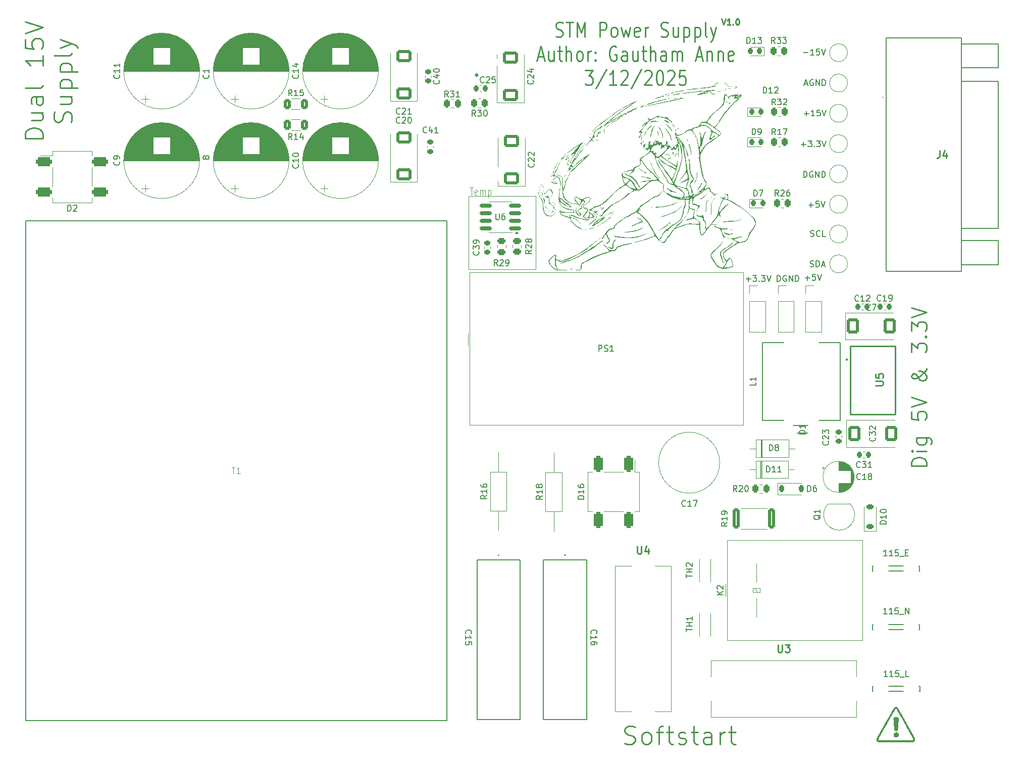
<source format=gto>
G04 #@! TF.GenerationSoftware,KiCad,Pcbnew,9.0.0*
G04 #@! TF.CreationDate,2025-03-31T11:54:41-05:00*
G04 #@! TF.ProjectId,Power_Supply,506f7765-725f-4537-9570-706c792e6b69,rev?*
G04 #@! TF.SameCoordinates,Original*
G04 #@! TF.FileFunction,Legend,Top*
G04 #@! TF.FilePolarity,Positive*
%FSLAX46Y46*%
G04 Gerber Fmt 4.6, Leading zero omitted, Abs format (unit mm)*
G04 Created by KiCad (PCBNEW 9.0.0) date 2025-03-31 11:54:41*
%MOMM*%
%LPD*%
G01*
G04 APERTURE LIST*
G04 Aperture macros list*
%AMRoundRect*
0 Rectangle with rounded corners*
0 $1 Rounding radius*
0 $2 $3 $4 $5 $6 $7 $8 $9 X,Y pos of 4 corners*
0 Add a 4 corners polygon primitive as box body*
4,1,4,$2,$3,$4,$5,$6,$7,$8,$9,$2,$3,0*
0 Add four circle primitives for the rounded corners*
1,1,$1+$1,$2,$3*
1,1,$1+$1,$4,$5*
1,1,$1+$1,$6,$7*
1,1,$1+$1,$8,$9*
0 Add four rect primitives between the rounded corners*
20,1,$1+$1,$2,$3,$4,$5,0*
20,1,$1+$1,$4,$5,$6,$7,0*
20,1,$1+$1,$6,$7,$8,$9,0*
20,1,$1+$1,$8,$9,$2,$3,0*%
G04 Aperture macros list end*
%ADD10C,0.100000*%
%ADD11C,0.125000*%
%ADD12C,0.150000*%
%ADD13C,0.254000*%
%ADD14C,0.250000*%
%ADD15C,0.120000*%
%ADD16C,0.200000*%
%ADD17C,0.127000*%
%ADD18C,0.325000*%
%ADD19C,0.152400*%
%ADD20C,0.000000*%
%ADD21C,2.000000*%
%ADD22R,0.820000X0.460000*%
%ADD23C,2.250000*%
%ADD24RoundRect,0.375000X-0.375000X0.975000X-0.375000X-0.975000X0.375000X-0.975000X0.375000X0.975000X0*%
%ADD25RoundRect,0.250000X-0.787500X-1.025000X0.787500X-1.025000X0.787500X1.025000X-0.787500X1.025000X0*%
%ADD26RoundRect,0.225000X0.250000X-0.225000X0.250000X0.225000X-0.250000X0.225000X-0.250000X-0.225000X0*%
%ADD27RoundRect,0.218750X0.218750X0.256250X-0.218750X0.256250X-0.218750X-0.256250X0.218750X-0.256250X0*%
%ADD28RoundRect,0.225000X-0.225000X-0.375000X0.225000X-0.375000X0.225000X0.375000X-0.225000X0.375000X0*%
%ADD29RoundRect,0.250000X0.450000X-0.262500X0.450000X0.262500X-0.450000X0.262500X-0.450000X-0.262500X0*%
%ADD30RoundRect,0.250000X1.025000X-0.787500X1.025000X0.787500X-1.025000X0.787500X-1.025000X-0.787500X0*%
%ADD31RoundRect,0.225000X-0.225000X-0.250000X0.225000X-0.250000X0.225000X0.250000X-0.225000X0.250000X0*%
%ADD32RoundRect,0.150000X0.825000X0.150000X-0.825000X0.150000X-0.825000X-0.150000X0.825000X-0.150000X0*%
%ADD33RoundRect,0.225000X0.375000X-0.225000X0.375000X0.225000X-0.375000X0.225000X-0.375000X-0.225000X0*%
%ADD34R,1.561000X1.561000*%
%ADD35C,1.561000*%
%ADD36C,4.572000*%
%ADD37RoundRect,0.250000X-0.312500X-0.625000X0.312500X-0.625000X0.312500X0.625000X-0.312500X0.625000X0*%
%ADD38C,1.600000*%
%ADD39RoundRect,0.250000X0.262500X0.450000X-0.262500X0.450000X-0.262500X-0.450000X0.262500X-0.450000X0*%
%ADD40C,2.184000*%
%ADD41R,1.700000X1.700000*%
%ADD42O,1.700000X1.700000*%
%ADD43R,2.400000X2.400000*%
%ADD44C,2.400000*%
%ADD45R,2.200000X2.200000*%
%ADD46O,2.200000X2.200000*%
%ADD47R,3.000000X3.000000*%
%ADD48C,3.000000*%
%ADD49C,1.400000*%
%ADD50O,1.400000X1.400000*%
%ADD51R,1.050000X0.350000*%
%ADD52R,0.350000X1.050000*%
%ADD53R,3.250000X3.250000*%
%ADD54R,5.410200X2.895600*%
%ADD55RoundRect,0.250000X-0.262500X-0.450000X0.262500X-0.450000X0.262500X0.450000X-0.262500X0.450000X0*%
%ADD56R,1.050000X1.500000*%
%ADD57O,1.050000X1.500000*%
%ADD58RoundRect,0.225000X-0.250000X0.225000X-0.250000X-0.225000X0.250000X-0.225000X0.250000X0.225000X0*%
%ADD59R,1.600000X1.600000*%
%ADD60O,1.600000X1.600000*%
%ADD61RoundRect,0.218750X-0.218750X-0.256250X0.218750X-0.256250X0.218750X0.256250X-0.218750X0.256250X0*%
%ADD62RoundRect,0.250000X0.362500X1.425000X-0.362500X1.425000X-0.362500X-1.425000X0.362500X-1.425000X0*%
%ADD63C,1.440000*%
%ADD64R,1.600200X1.600200*%
%ADD65C,1.600200*%
%ADD66R,2.500000X2.500000*%
%ADD67O,2.500000X2.500000*%
%ADD68RoundRect,0.375000X-0.975000X-0.375000X0.975000X-0.375000X0.975000X0.375000X-0.975000X0.375000X0*%
%ADD69O,2.750000X1.571429*%
%ADD70C,5.610000*%
G04 APERTURE END LIST*
D10*
X139424999Y-55504999D02*
X150674999Y-55504999D01*
X150674999Y-67804999D01*
X139424999Y-67804999D01*
X139424999Y-55504999D01*
D11*
X139602473Y-54095522D02*
X140173901Y-54095522D01*
X139888187Y-55345522D02*
X139888187Y-54095522D01*
X140888187Y-55285999D02*
X140792949Y-55345522D01*
X140792949Y-55345522D02*
X140602473Y-55345522D01*
X140602473Y-55345522D02*
X140507235Y-55285999D01*
X140507235Y-55285999D02*
X140459616Y-55166951D01*
X140459616Y-55166951D02*
X140459616Y-54690760D01*
X140459616Y-54690760D02*
X140507235Y-54571713D01*
X140507235Y-54571713D02*
X140602473Y-54512189D01*
X140602473Y-54512189D02*
X140792949Y-54512189D01*
X140792949Y-54512189D02*
X140888187Y-54571713D01*
X140888187Y-54571713D02*
X140935806Y-54690760D01*
X140935806Y-54690760D02*
X140935806Y-54809808D01*
X140935806Y-54809808D02*
X140459616Y-54928856D01*
X141364378Y-55345522D02*
X141364378Y-54512189D01*
X141364378Y-54631237D02*
X141411997Y-54571713D01*
X141411997Y-54571713D02*
X141507235Y-54512189D01*
X141507235Y-54512189D02*
X141650092Y-54512189D01*
X141650092Y-54512189D02*
X141745330Y-54571713D01*
X141745330Y-54571713D02*
X141792949Y-54690760D01*
X141792949Y-54690760D02*
X141792949Y-55345522D01*
X141792949Y-54690760D02*
X141840568Y-54571713D01*
X141840568Y-54571713D02*
X141935806Y-54512189D01*
X141935806Y-54512189D02*
X142078663Y-54512189D01*
X142078663Y-54512189D02*
X142173902Y-54571713D01*
X142173902Y-54571713D02*
X142221521Y-54690760D01*
X142221521Y-54690760D02*
X142221521Y-55345522D01*
X142697711Y-54512189D02*
X142697711Y-55762189D01*
X142697711Y-54571713D02*
X142792949Y-54512189D01*
X142792949Y-54512189D02*
X142983425Y-54512189D01*
X142983425Y-54512189D02*
X143078663Y-54571713D01*
X143078663Y-54571713D02*
X143126282Y-54631237D01*
X143126282Y-54631237D02*
X143173901Y-54750284D01*
X143173901Y-54750284D02*
X143173901Y-55107427D01*
X143173901Y-55107427D02*
X143126282Y-55226475D01*
X143126282Y-55226475D02*
X143078663Y-55285999D01*
X143078663Y-55285999D02*
X142983425Y-55345522D01*
X142983425Y-55345522D02*
X142792949Y-55345522D01*
X142792949Y-55345522D02*
X142697711Y-55285999D01*
D12*
X196700714Y-67347200D02*
X196843571Y-67394819D01*
X196843571Y-67394819D02*
X197081666Y-67394819D01*
X197081666Y-67394819D02*
X197176904Y-67347200D01*
X197176904Y-67347200D02*
X197224523Y-67299580D01*
X197224523Y-67299580D02*
X197272142Y-67204342D01*
X197272142Y-67204342D02*
X197272142Y-67109104D01*
X197272142Y-67109104D02*
X197224523Y-67013866D01*
X197224523Y-67013866D02*
X197176904Y-66966247D01*
X197176904Y-66966247D02*
X197081666Y-66918628D01*
X197081666Y-66918628D02*
X196891190Y-66871009D01*
X196891190Y-66871009D02*
X196795952Y-66823390D01*
X196795952Y-66823390D02*
X196748333Y-66775771D01*
X196748333Y-66775771D02*
X196700714Y-66680533D01*
X196700714Y-66680533D02*
X196700714Y-66585295D01*
X196700714Y-66585295D02*
X196748333Y-66490057D01*
X196748333Y-66490057D02*
X196795952Y-66442438D01*
X196795952Y-66442438D02*
X196891190Y-66394819D01*
X196891190Y-66394819D02*
X197129285Y-66394819D01*
X197129285Y-66394819D02*
X197272142Y-66442438D01*
X197700714Y-67394819D02*
X197700714Y-66394819D01*
X197700714Y-66394819D02*
X197938809Y-66394819D01*
X197938809Y-66394819D02*
X198081666Y-66442438D01*
X198081666Y-66442438D02*
X198176904Y-66537676D01*
X198176904Y-66537676D02*
X198224523Y-66632914D01*
X198224523Y-66632914D02*
X198272142Y-66823390D01*
X198272142Y-66823390D02*
X198272142Y-66966247D01*
X198272142Y-66966247D02*
X198224523Y-67156723D01*
X198224523Y-67156723D02*
X198176904Y-67251961D01*
X198176904Y-67251961D02*
X198081666Y-67347200D01*
X198081666Y-67347200D02*
X197938809Y-67394819D01*
X197938809Y-67394819D02*
X197700714Y-67394819D01*
X198653095Y-67109104D02*
X199129285Y-67109104D01*
X198557857Y-67394819D02*
X198891190Y-66394819D01*
X198891190Y-66394819D02*
X199224523Y-67394819D01*
D13*
X165597142Y-147221792D02*
X166025714Y-147364649D01*
X166025714Y-147364649D02*
X166739999Y-147364649D01*
X166739999Y-147364649D02*
X167025714Y-147221792D01*
X167025714Y-147221792D02*
X167168571Y-147078934D01*
X167168571Y-147078934D02*
X167311428Y-146793220D01*
X167311428Y-146793220D02*
X167311428Y-146507506D01*
X167311428Y-146507506D02*
X167168571Y-146221792D01*
X167168571Y-146221792D02*
X167025714Y-146078934D01*
X167025714Y-146078934D02*
X166739999Y-145936077D01*
X166739999Y-145936077D02*
X166168571Y-145793220D01*
X166168571Y-145793220D02*
X165882856Y-145650363D01*
X165882856Y-145650363D02*
X165739999Y-145507506D01*
X165739999Y-145507506D02*
X165597142Y-145221792D01*
X165597142Y-145221792D02*
X165597142Y-144936077D01*
X165597142Y-144936077D02*
X165739999Y-144650363D01*
X165739999Y-144650363D02*
X165882856Y-144507506D01*
X165882856Y-144507506D02*
X166168571Y-144364649D01*
X166168571Y-144364649D02*
X166882856Y-144364649D01*
X166882856Y-144364649D02*
X167311428Y-144507506D01*
X169025714Y-147364649D02*
X168739999Y-147221792D01*
X168739999Y-147221792D02*
X168597142Y-147078934D01*
X168597142Y-147078934D02*
X168454285Y-146793220D01*
X168454285Y-146793220D02*
X168454285Y-145936077D01*
X168454285Y-145936077D02*
X168597142Y-145650363D01*
X168597142Y-145650363D02*
X168739999Y-145507506D01*
X168739999Y-145507506D02*
X169025714Y-145364649D01*
X169025714Y-145364649D02*
X169454285Y-145364649D01*
X169454285Y-145364649D02*
X169739999Y-145507506D01*
X169739999Y-145507506D02*
X169882857Y-145650363D01*
X169882857Y-145650363D02*
X170025714Y-145936077D01*
X170025714Y-145936077D02*
X170025714Y-146793220D01*
X170025714Y-146793220D02*
X169882857Y-147078934D01*
X169882857Y-147078934D02*
X169739999Y-147221792D01*
X169739999Y-147221792D02*
X169454285Y-147364649D01*
X169454285Y-147364649D02*
X169025714Y-147364649D01*
X170882857Y-145364649D02*
X172025714Y-145364649D01*
X171311428Y-147364649D02*
X171311428Y-144793220D01*
X171311428Y-144793220D02*
X171454285Y-144507506D01*
X171454285Y-144507506D02*
X171740000Y-144364649D01*
X171740000Y-144364649D02*
X172025714Y-144364649D01*
X172597143Y-145364649D02*
X173740000Y-145364649D01*
X173025714Y-144364649D02*
X173025714Y-146936077D01*
X173025714Y-146936077D02*
X173168571Y-147221792D01*
X173168571Y-147221792D02*
X173454286Y-147364649D01*
X173454286Y-147364649D02*
X173740000Y-147364649D01*
X174597143Y-147221792D02*
X174882857Y-147364649D01*
X174882857Y-147364649D02*
X175454286Y-147364649D01*
X175454286Y-147364649D02*
X175740000Y-147221792D01*
X175740000Y-147221792D02*
X175882857Y-146936077D01*
X175882857Y-146936077D02*
X175882857Y-146793220D01*
X175882857Y-146793220D02*
X175740000Y-146507506D01*
X175740000Y-146507506D02*
X175454286Y-146364649D01*
X175454286Y-146364649D02*
X175025715Y-146364649D01*
X175025715Y-146364649D02*
X174740000Y-146221792D01*
X174740000Y-146221792D02*
X174597143Y-145936077D01*
X174597143Y-145936077D02*
X174597143Y-145793220D01*
X174597143Y-145793220D02*
X174740000Y-145507506D01*
X174740000Y-145507506D02*
X175025715Y-145364649D01*
X175025715Y-145364649D02*
X175454286Y-145364649D01*
X175454286Y-145364649D02*
X175740000Y-145507506D01*
X176740000Y-145364649D02*
X177882857Y-145364649D01*
X177168571Y-144364649D02*
X177168571Y-146936077D01*
X177168571Y-146936077D02*
X177311428Y-147221792D01*
X177311428Y-147221792D02*
X177597143Y-147364649D01*
X177597143Y-147364649D02*
X177882857Y-147364649D01*
X180168572Y-147364649D02*
X180168572Y-145793220D01*
X180168572Y-145793220D02*
X180025714Y-145507506D01*
X180025714Y-145507506D02*
X179740000Y-145364649D01*
X179740000Y-145364649D02*
X179168572Y-145364649D01*
X179168572Y-145364649D02*
X178882857Y-145507506D01*
X180168572Y-147221792D02*
X179882857Y-147364649D01*
X179882857Y-147364649D02*
X179168572Y-147364649D01*
X179168572Y-147364649D02*
X178882857Y-147221792D01*
X178882857Y-147221792D02*
X178740000Y-146936077D01*
X178740000Y-146936077D02*
X178740000Y-146650363D01*
X178740000Y-146650363D02*
X178882857Y-146364649D01*
X178882857Y-146364649D02*
X179168572Y-146221792D01*
X179168572Y-146221792D02*
X179882857Y-146221792D01*
X179882857Y-146221792D02*
X180168572Y-146078934D01*
X181597143Y-147364649D02*
X181597143Y-145364649D01*
X181597143Y-145936077D02*
X181740000Y-145650363D01*
X181740000Y-145650363D02*
X181882858Y-145507506D01*
X181882858Y-145507506D02*
X182168572Y-145364649D01*
X182168572Y-145364649D02*
X182454286Y-145364649D01*
X183025715Y-145364649D02*
X184168572Y-145364649D01*
X183454286Y-144364649D02*
X183454286Y-146936077D01*
X183454286Y-146936077D02*
X183597143Y-147221792D01*
X183597143Y-147221792D02*
X183882858Y-147364649D01*
X183882858Y-147364649D02*
X184168572Y-147364649D01*
D12*
X195678095Y-41738866D02*
X196440000Y-41738866D01*
X196059047Y-42119819D02*
X196059047Y-41357914D01*
X197439999Y-42119819D02*
X196868571Y-42119819D01*
X197154285Y-42119819D02*
X197154285Y-41119819D01*
X197154285Y-41119819D02*
X197059047Y-41262676D01*
X197059047Y-41262676D02*
X196963809Y-41357914D01*
X196963809Y-41357914D02*
X196868571Y-41405533D01*
X198344761Y-41119819D02*
X197868571Y-41119819D01*
X197868571Y-41119819D02*
X197820952Y-41596009D01*
X197820952Y-41596009D02*
X197868571Y-41548390D01*
X197868571Y-41548390D02*
X197963809Y-41500771D01*
X197963809Y-41500771D02*
X198201904Y-41500771D01*
X198201904Y-41500771D02*
X198297142Y-41548390D01*
X198297142Y-41548390D02*
X198344761Y-41596009D01*
X198344761Y-41596009D02*
X198392380Y-41691247D01*
X198392380Y-41691247D02*
X198392380Y-41929342D01*
X198392380Y-41929342D02*
X198344761Y-42024580D01*
X198344761Y-42024580D02*
X198297142Y-42072200D01*
X198297142Y-42072200D02*
X198201904Y-42119819D01*
X198201904Y-42119819D02*
X197963809Y-42119819D01*
X197963809Y-42119819D02*
X197868571Y-42072200D01*
X197868571Y-42072200D02*
X197820952Y-42024580D01*
X198678095Y-41119819D02*
X199011428Y-42119819D01*
X199011428Y-42119819D02*
X199344761Y-41119819D01*
X196749524Y-62247200D02*
X196892381Y-62294819D01*
X196892381Y-62294819D02*
X197130476Y-62294819D01*
X197130476Y-62294819D02*
X197225714Y-62247200D01*
X197225714Y-62247200D02*
X197273333Y-62199580D01*
X197273333Y-62199580D02*
X197320952Y-62104342D01*
X197320952Y-62104342D02*
X197320952Y-62009104D01*
X197320952Y-62009104D02*
X197273333Y-61913866D01*
X197273333Y-61913866D02*
X197225714Y-61866247D01*
X197225714Y-61866247D02*
X197130476Y-61818628D01*
X197130476Y-61818628D02*
X196940000Y-61771009D01*
X196940000Y-61771009D02*
X196844762Y-61723390D01*
X196844762Y-61723390D02*
X196797143Y-61675771D01*
X196797143Y-61675771D02*
X196749524Y-61580533D01*
X196749524Y-61580533D02*
X196749524Y-61485295D01*
X196749524Y-61485295D02*
X196797143Y-61390057D01*
X196797143Y-61390057D02*
X196844762Y-61342438D01*
X196844762Y-61342438D02*
X196940000Y-61294819D01*
X196940000Y-61294819D02*
X197178095Y-61294819D01*
X197178095Y-61294819D02*
X197320952Y-61342438D01*
X198320952Y-62199580D02*
X198273333Y-62247200D01*
X198273333Y-62247200D02*
X198130476Y-62294819D01*
X198130476Y-62294819D02*
X198035238Y-62294819D01*
X198035238Y-62294819D02*
X197892381Y-62247200D01*
X197892381Y-62247200D02*
X197797143Y-62151961D01*
X197797143Y-62151961D02*
X197749524Y-62056723D01*
X197749524Y-62056723D02*
X197701905Y-61866247D01*
X197701905Y-61866247D02*
X197701905Y-61723390D01*
X197701905Y-61723390D02*
X197749524Y-61532914D01*
X197749524Y-61532914D02*
X197797143Y-61437676D01*
X197797143Y-61437676D02*
X197892381Y-61342438D01*
X197892381Y-61342438D02*
X198035238Y-61294819D01*
X198035238Y-61294819D02*
X198130476Y-61294819D01*
X198130476Y-61294819D02*
X198273333Y-61342438D01*
X198273333Y-61342438D02*
X198320952Y-61390057D01*
X199225714Y-62294819D02*
X198749524Y-62294819D01*
X198749524Y-62294819D02*
X198749524Y-61294819D01*
X209647618Y-136044819D02*
X209076190Y-136044819D01*
X209361904Y-136044819D02*
X209361904Y-135044819D01*
X209361904Y-135044819D02*
X209266666Y-135187676D01*
X209266666Y-135187676D02*
X209171428Y-135282914D01*
X209171428Y-135282914D02*
X209076190Y-135330533D01*
X210599999Y-136044819D02*
X210028571Y-136044819D01*
X210314285Y-136044819D02*
X210314285Y-135044819D01*
X210314285Y-135044819D02*
X210219047Y-135187676D01*
X210219047Y-135187676D02*
X210123809Y-135282914D01*
X210123809Y-135282914D02*
X210028571Y-135330533D01*
X211504761Y-135044819D02*
X211028571Y-135044819D01*
X211028571Y-135044819D02*
X210980952Y-135521009D01*
X210980952Y-135521009D02*
X211028571Y-135473390D01*
X211028571Y-135473390D02*
X211123809Y-135425771D01*
X211123809Y-135425771D02*
X211361904Y-135425771D01*
X211361904Y-135425771D02*
X211457142Y-135473390D01*
X211457142Y-135473390D02*
X211504761Y-135521009D01*
X211504761Y-135521009D02*
X211552380Y-135616247D01*
X211552380Y-135616247D02*
X211552380Y-135854342D01*
X211552380Y-135854342D02*
X211504761Y-135949580D01*
X211504761Y-135949580D02*
X211457142Y-135997200D01*
X211457142Y-135997200D02*
X211361904Y-136044819D01*
X211361904Y-136044819D02*
X211123809Y-136044819D01*
X211123809Y-136044819D02*
X211028571Y-135997200D01*
X211028571Y-135997200D02*
X210980952Y-135949580D01*
X211742857Y-136140057D02*
X212504761Y-136140057D01*
X213219047Y-136044819D02*
X212742857Y-136044819D01*
X212742857Y-136044819D02*
X212742857Y-135044819D01*
D14*
X181816191Y-25839619D02*
X182149524Y-26839619D01*
X182149524Y-26839619D02*
X182482857Y-25839619D01*
X183340000Y-26839619D02*
X182768572Y-26839619D01*
X183054286Y-26839619D02*
X183054286Y-25839619D01*
X183054286Y-25839619D02*
X182959048Y-25982476D01*
X182959048Y-25982476D02*
X182863810Y-26077714D01*
X182863810Y-26077714D02*
X182768572Y-26125333D01*
X183768572Y-26744380D02*
X183816191Y-26792000D01*
X183816191Y-26792000D02*
X183768572Y-26839619D01*
X183768572Y-26839619D02*
X183720953Y-26792000D01*
X183720953Y-26792000D02*
X183768572Y-26744380D01*
X183768572Y-26744380D02*
X183768572Y-26839619D01*
X184435238Y-25839619D02*
X184530476Y-25839619D01*
X184530476Y-25839619D02*
X184625714Y-25887238D01*
X184625714Y-25887238D02*
X184673333Y-25934857D01*
X184673333Y-25934857D02*
X184720952Y-26030095D01*
X184720952Y-26030095D02*
X184768571Y-26220571D01*
X184768571Y-26220571D02*
X184768571Y-26458666D01*
X184768571Y-26458666D02*
X184720952Y-26649142D01*
X184720952Y-26649142D02*
X184673333Y-26744380D01*
X184673333Y-26744380D02*
X184625714Y-26792000D01*
X184625714Y-26792000D02*
X184530476Y-26839619D01*
X184530476Y-26839619D02*
X184435238Y-26839619D01*
X184435238Y-26839619D02*
X184340000Y-26792000D01*
X184340000Y-26792000D02*
X184292381Y-26744380D01*
X184292381Y-26744380D02*
X184244762Y-26649142D01*
X184244762Y-26649142D02*
X184197143Y-26458666D01*
X184197143Y-26458666D02*
X184197143Y-26220571D01*
X184197143Y-26220571D02*
X184244762Y-26030095D01*
X184244762Y-26030095D02*
X184292381Y-25934857D01*
X184292381Y-25934857D02*
X184340000Y-25887238D01*
X184340000Y-25887238D02*
X184435238Y-25839619D01*
D13*
X216183339Y-100760236D02*
X213683339Y-100760236D01*
X213683339Y-100760236D02*
X213683339Y-100164998D01*
X213683339Y-100164998D02*
X213802387Y-99807855D01*
X213802387Y-99807855D02*
X214040482Y-99569760D01*
X214040482Y-99569760D02*
X214278577Y-99450713D01*
X214278577Y-99450713D02*
X214754768Y-99331665D01*
X214754768Y-99331665D02*
X215111911Y-99331665D01*
X215111911Y-99331665D02*
X215588101Y-99450713D01*
X215588101Y-99450713D02*
X215826196Y-99569760D01*
X215826196Y-99569760D02*
X216064292Y-99807855D01*
X216064292Y-99807855D02*
X216183339Y-100164998D01*
X216183339Y-100164998D02*
X216183339Y-100760236D01*
X216183339Y-98260236D02*
X214516672Y-98260236D01*
X213683339Y-98260236D02*
X213802387Y-98379284D01*
X213802387Y-98379284D02*
X213921434Y-98260236D01*
X213921434Y-98260236D02*
X213802387Y-98141189D01*
X213802387Y-98141189D02*
X213683339Y-98260236D01*
X213683339Y-98260236D02*
X213921434Y-98260236D01*
X214516672Y-95998332D02*
X216540482Y-95998332D01*
X216540482Y-95998332D02*
X216778577Y-96117379D01*
X216778577Y-96117379D02*
X216897625Y-96236427D01*
X216897625Y-96236427D02*
X217016672Y-96474522D01*
X217016672Y-96474522D02*
X217016672Y-96831665D01*
X217016672Y-96831665D02*
X216897625Y-97069760D01*
X216064292Y-95998332D02*
X216183339Y-96236427D01*
X216183339Y-96236427D02*
X216183339Y-96712618D01*
X216183339Y-96712618D02*
X216064292Y-96950713D01*
X216064292Y-96950713D02*
X215945244Y-97069760D01*
X215945244Y-97069760D02*
X215707149Y-97188808D01*
X215707149Y-97188808D02*
X214992863Y-97188808D01*
X214992863Y-97188808D02*
X214754768Y-97069760D01*
X214754768Y-97069760D02*
X214635720Y-96950713D01*
X214635720Y-96950713D02*
X214516672Y-96712618D01*
X214516672Y-96712618D02*
X214516672Y-96236427D01*
X214516672Y-96236427D02*
X214635720Y-95998332D01*
X213683339Y-91712617D02*
X213683339Y-92903093D01*
X213683339Y-92903093D02*
X214873815Y-93022141D01*
X214873815Y-93022141D02*
X214754768Y-92903093D01*
X214754768Y-92903093D02*
X214635720Y-92664998D01*
X214635720Y-92664998D02*
X214635720Y-92069760D01*
X214635720Y-92069760D02*
X214754768Y-91831665D01*
X214754768Y-91831665D02*
X214873815Y-91712617D01*
X214873815Y-91712617D02*
X215111911Y-91593570D01*
X215111911Y-91593570D02*
X215707149Y-91593570D01*
X215707149Y-91593570D02*
X215945244Y-91712617D01*
X215945244Y-91712617D02*
X216064292Y-91831665D01*
X216064292Y-91831665D02*
X216183339Y-92069760D01*
X216183339Y-92069760D02*
X216183339Y-92664998D01*
X216183339Y-92664998D02*
X216064292Y-92903093D01*
X216064292Y-92903093D02*
X215945244Y-93022141D01*
X213683339Y-90879284D02*
X216183339Y-90045951D01*
X216183339Y-90045951D02*
X213683339Y-89212618D01*
X216183339Y-84450713D02*
X216183339Y-84569761D01*
X216183339Y-84569761D02*
X216064292Y-84807856D01*
X216064292Y-84807856D02*
X215707149Y-85164999D01*
X215707149Y-85164999D02*
X214992863Y-85760237D01*
X214992863Y-85760237D02*
X214635720Y-85998332D01*
X214635720Y-85998332D02*
X214278577Y-86117380D01*
X214278577Y-86117380D02*
X214040482Y-86117380D01*
X214040482Y-86117380D02*
X213802387Y-85998332D01*
X213802387Y-85998332D02*
X213683339Y-85760237D01*
X213683339Y-85760237D02*
X213683339Y-85641189D01*
X213683339Y-85641189D02*
X213802387Y-85403094D01*
X213802387Y-85403094D02*
X214040482Y-85284046D01*
X214040482Y-85284046D02*
X214159530Y-85284046D01*
X214159530Y-85284046D02*
X214397625Y-85403094D01*
X214397625Y-85403094D02*
X214516672Y-85522141D01*
X214516672Y-85522141D02*
X214992863Y-86236427D01*
X214992863Y-86236427D02*
X215111911Y-86355475D01*
X215111911Y-86355475D02*
X215350006Y-86474522D01*
X215350006Y-86474522D02*
X215707149Y-86474522D01*
X215707149Y-86474522D02*
X215945244Y-86355475D01*
X215945244Y-86355475D02*
X216064292Y-86236427D01*
X216064292Y-86236427D02*
X216183339Y-85998332D01*
X216183339Y-85998332D02*
X216183339Y-85641189D01*
X216183339Y-85641189D02*
X216064292Y-85403094D01*
X216064292Y-85403094D02*
X215945244Y-85284046D01*
X215945244Y-85284046D02*
X215469053Y-84926903D01*
X215469053Y-84926903D02*
X215111911Y-84807856D01*
X215111911Y-84807856D02*
X214873815Y-84807856D01*
X213683339Y-81712618D02*
X213683339Y-80164999D01*
X213683339Y-80164999D02*
X214635720Y-80998332D01*
X214635720Y-80998332D02*
X214635720Y-80641189D01*
X214635720Y-80641189D02*
X214754768Y-80403094D01*
X214754768Y-80403094D02*
X214873815Y-80284046D01*
X214873815Y-80284046D02*
X215111911Y-80164999D01*
X215111911Y-80164999D02*
X215707149Y-80164999D01*
X215707149Y-80164999D02*
X215945244Y-80284046D01*
X215945244Y-80284046D02*
X216064292Y-80403094D01*
X216064292Y-80403094D02*
X216183339Y-80641189D01*
X216183339Y-80641189D02*
X216183339Y-81355475D01*
X216183339Y-81355475D02*
X216064292Y-81593570D01*
X216064292Y-81593570D02*
X215945244Y-81712618D01*
X215945244Y-79093570D02*
X216064292Y-78974523D01*
X216064292Y-78974523D02*
X216183339Y-79093570D01*
X216183339Y-79093570D02*
X216064292Y-79212618D01*
X216064292Y-79212618D02*
X215945244Y-79093570D01*
X215945244Y-79093570D02*
X216183339Y-79093570D01*
X213683339Y-78141190D02*
X213683339Y-76593571D01*
X213683339Y-76593571D02*
X214635720Y-77426904D01*
X214635720Y-77426904D02*
X214635720Y-77069761D01*
X214635720Y-77069761D02*
X214754768Y-76831666D01*
X214754768Y-76831666D02*
X214873815Y-76712618D01*
X214873815Y-76712618D02*
X215111911Y-76593571D01*
X215111911Y-76593571D02*
X215707149Y-76593571D01*
X215707149Y-76593571D02*
X215945244Y-76712618D01*
X215945244Y-76712618D02*
X216064292Y-76831666D01*
X216064292Y-76831666D02*
X216183339Y-77069761D01*
X216183339Y-77069761D02*
X216183339Y-77784047D01*
X216183339Y-77784047D02*
X216064292Y-78022142D01*
X216064292Y-78022142D02*
X215945244Y-78141190D01*
X213683339Y-75879285D02*
X216183339Y-75045952D01*
X216183339Y-75045952D02*
X213683339Y-74212619D01*
D12*
X195604286Y-52394819D02*
X195604286Y-51394819D01*
X195604286Y-51394819D02*
X195842381Y-51394819D01*
X195842381Y-51394819D02*
X195985238Y-51442438D01*
X195985238Y-51442438D02*
X196080476Y-51537676D01*
X196080476Y-51537676D02*
X196128095Y-51632914D01*
X196128095Y-51632914D02*
X196175714Y-51823390D01*
X196175714Y-51823390D02*
X196175714Y-51966247D01*
X196175714Y-51966247D02*
X196128095Y-52156723D01*
X196128095Y-52156723D02*
X196080476Y-52251961D01*
X196080476Y-52251961D02*
X195985238Y-52347200D01*
X195985238Y-52347200D02*
X195842381Y-52394819D01*
X195842381Y-52394819D02*
X195604286Y-52394819D01*
X197128095Y-51442438D02*
X197032857Y-51394819D01*
X197032857Y-51394819D02*
X196890000Y-51394819D01*
X196890000Y-51394819D02*
X196747143Y-51442438D01*
X196747143Y-51442438D02*
X196651905Y-51537676D01*
X196651905Y-51537676D02*
X196604286Y-51632914D01*
X196604286Y-51632914D02*
X196556667Y-51823390D01*
X196556667Y-51823390D02*
X196556667Y-51966247D01*
X196556667Y-51966247D02*
X196604286Y-52156723D01*
X196604286Y-52156723D02*
X196651905Y-52251961D01*
X196651905Y-52251961D02*
X196747143Y-52347200D01*
X196747143Y-52347200D02*
X196890000Y-52394819D01*
X196890000Y-52394819D02*
X196985238Y-52394819D01*
X196985238Y-52394819D02*
X197128095Y-52347200D01*
X197128095Y-52347200D02*
X197175714Y-52299580D01*
X197175714Y-52299580D02*
X197175714Y-51966247D01*
X197175714Y-51966247D02*
X196985238Y-51966247D01*
X197604286Y-52394819D02*
X197604286Y-51394819D01*
X197604286Y-51394819D02*
X198175714Y-52394819D01*
X198175714Y-52394819D02*
X198175714Y-51394819D01*
X198651905Y-52394819D02*
X198651905Y-51394819D01*
X198651905Y-51394819D02*
X198890000Y-51394819D01*
X198890000Y-51394819D02*
X199032857Y-51442438D01*
X199032857Y-51442438D02*
X199128095Y-51537676D01*
X199128095Y-51537676D02*
X199175714Y-51632914D01*
X199175714Y-51632914D02*
X199223333Y-51823390D01*
X199223333Y-51823390D02*
X199223333Y-51966247D01*
X199223333Y-51966247D02*
X199175714Y-52156723D01*
X199175714Y-52156723D02*
X199128095Y-52251961D01*
X199128095Y-52251961D02*
X199032857Y-52347200D01*
X199032857Y-52347200D02*
X198890000Y-52394819D01*
X198890000Y-52394819D02*
X198651905Y-52394819D01*
X195578095Y-31513866D02*
X196340000Y-31513866D01*
X197339999Y-31894819D02*
X196768571Y-31894819D01*
X197054285Y-31894819D02*
X197054285Y-30894819D01*
X197054285Y-30894819D02*
X196959047Y-31037676D01*
X196959047Y-31037676D02*
X196863809Y-31132914D01*
X196863809Y-31132914D02*
X196768571Y-31180533D01*
X198244761Y-30894819D02*
X197768571Y-30894819D01*
X197768571Y-30894819D02*
X197720952Y-31371009D01*
X197720952Y-31371009D02*
X197768571Y-31323390D01*
X197768571Y-31323390D02*
X197863809Y-31275771D01*
X197863809Y-31275771D02*
X198101904Y-31275771D01*
X198101904Y-31275771D02*
X198197142Y-31323390D01*
X198197142Y-31323390D02*
X198244761Y-31371009D01*
X198244761Y-31371009D02*
X198292380Y-31466247D01*
X198292380Y-31466247D02*
X198292380Y-31704342D01*
X198292380Y-31704342D02*
X198244761Y-31799580D01*
X198244761Y-31799580D02*
X198197142Y-31847200D01*
X198197142Y-31847200D02*
X198101904Y-31894819D01*
X198101904Y-31894819D02*
X197863809Y-31894819D01*
X197863809Y-31894819D02*
X197768571Y-31847200D01*
X197768571Y-31847200D02*
X197720952Y-31799580D01*
X198578095Y-30894819D02*
X198911428Y-31894819D01*
X198911428Y-31894819D02*
X199244761Y-30894819D01*
D13*
X154059046Y-28777002D02*
X154344760Y-28896049D01*
X154344760Y-28896049D02*
X154820951Y-28896049D01*
X154820951Y-28896049D02*
X155011427Y-28777002D01*
X155011427Y-28777002D02*
X155106665Y-28657954D01*
X155106665Y-28657954D02*
X155201903Y-28419859D01*
X155201903Y-28419859D02*
X155201903Y-28181763D01*
X155201903Y-28181763D02*
X155106665Y-27943668D01*
X155106665Y-27943668D02*
X155011427Y-27824621D01*
X155011427Y-27824621D02*
X154820951Y-27705573D01*
X154820951Y-27705573D02*
X154439998Y-27586525D01*
X154439998Y-27586525D02*
X154249522Y-27467478D01*
X154249522Y-27467478D02*
X154154284Y-27348430D01*
X154154284Y-27348430D02*
X154059046Y-27110335D01*
X154059046Y-27110335D02*
X154059046Y-26872240D01*
X154059046Y-26872240D02*
X154154284Y-26634144D01*
X154154284Y-26634144D02*
X154249522Y-26515097D01*
X154249522Y-26515097D02*
X154439998Y-26396049D01*
X154439998Y-26396049D02*
X154916189Y-26396049D01*
X154916189Y-26396049D02*
X155201903Y-26515097D01*
X155773332Y-26396049D02*
X156916189Y-26396049D01*
X156344760Y-28896049D02*
X156344760Y-26396049D01*
X157582856Y-28896049D02*
X157582856Y-26396049D01*
X157582856Y-26396049D02*
X158249523Y-28181763D01*
X158249523Y-28181763D02*
X158916189Y-26396049D01*
X158916189Y-26396049D02*
X158916189Y-28896049D01*
X161392380Y-28896049D02*
X161392380Y-26396049D01*
X161392380Y-26396049D02*
X162154285Y-26396049D01*
X162154285Y-26396049D02*
X162344761Y-26515097D01*
X162344761Y-26515097D02*
X162439999Y-26634144D01*
X162439999Y-26634144D02*
X162535237Y-26872240D01*
X162535237Y-26872240D02*
X162535237Y-27229382D01*
X162535237Y-27229382D02*
X162439999Y-27467478D01*
X162439999Y-27467478D02*
X162344761Y-27586525D01*
X162344761Y-27586525D02*
X162154285Y-27705573D01*
X162154285Y-27705573D02*
X161392380Y-27705573D01*
X163678094Y-28896049D02*
X163487618Y-28777002D01*
X163487618Y-28777002D02*
X163392380Y-28657954D01*
X163392380Y-28657954D02*
X163297142Y-28419859D01*
X163297142Y-28419859D02*
X163297142Y-27705573D01*
X163297142Y-27705573D02*
X163392380Y-27467478D01*
X163392380Y-27467478D02*
X163487618Y-27348430D01*
X163487618Y-27348430D02*
X163678094Y-27229382D01*
X163678094Y-27229382D02*
X163963809Y-27229382D01*
X163963809Y-27229382D02*
X164154285Y-27348430D01*
X164154285Y-27348430D02*
X164249523Y-27467478D01*
X164249523Y-27467478D02*
X164344761Y-27705573D01*
X164344761Y-27705573D02*
X164344761Y-28419859D01*
X164344761Y-28419859D02*
X164249523Y-28657954D01*
X164249523Y-28657954D02*
X164154285Y-28777002D01*
X164154285Y-28777002D02*
X163963809Y-28896049D01*
X163963809Y-28896049D02*
X163678094Y-28896049D01*
X165011428Y-27229382D02*
X165392380Y-28896049D01*
X165392380Y-28896049D02*
X165773333Y-27705573D01*
X165773333Y-27705573D02*
X166154285Y-28896049D01*
X166154285Y-28896049D02*
X166535237Y-27229382D01*
X168059047Y-28777002D02*
X167868571Y-28896049D01*
X167868571Y-28896049D02*
X167487618Y-28896049D01*
X167487618Y-28896049D02*
X167297142Y-28777002D01*
X167297142Y-28777002D02*
X167201904Y-28538906D01*
X167201904Y-28538906D02*
X167201904Y-27586525D01*
X167201904Y-27586525D02*
X167297142Y-27348430D01*
X167297142Y-27348430D02*
X167487618Y-27229382D01*
X167487618Y-27229382D02*
X167868571Y-27229382D01*
X167868571Y-27229382D02*
X168059047Y-27348430D01*
X168059047Y-27348430D02*
X168154285Y-27586525D01*
X168154285Y-27586525D02*
X168154285Y-27824621D01*
X168154285Y-27824621D02*
X167201904Y-28062716D01*
X169011428Y-28896049D02*
X169011428Y-27229382D01*
X169011428Y-27705573D02*
X169106666Y-27467478D01*
X169106666Y-27467478D02*
X169201904Y-27348430D01*
X169201904Y-27348430D02*
X169392380Y-27229382D01*
X169392380Y-27229382D02*
X169582857Y-27229382D01*
X171678095Y-28777002D02*
X171963809Y-28896049D01*
X171963809Y-28896049D02*
X172440000Y-28896049D01*
X172440000Y-28896049D02*
X172630476Y-28777002D01*
X172630476Y-28777002D02*
X172725714Y-28657954D01*
X172725714Y-28657954D02*
X172820952Y-28419859D01*
X172820952Y-28419859D02*
X172820952Y-28181763D01*
X172820952Y-28181763D02*
X172725714Y-27943668D01*
X172725714Y-27943668D02*
X172630476Y-27824621D01*
X172630476Y-27824621D02*
X172440000Y-27705573D01*
X172440000Y-27705573D02*
X172059047Y-27586525D01*
X172059047Y-27586525D02*
X171868571Y-27467478D01*
X171868571Y-27467478D02*
X171773333Y-27348430D01*
X171773333Y-27348430D02*
X171678095Y-27110335D01*
X171678095Y-27110335D02*
X171678095Y-26872240D01*
X171678095Y-26872240D02*
X171773333Y-26634144D01*
X171773333Y-26634144D02*
X171868571Y-26515097D01*
X171868571Y-26515097D02*
X172059047Y-26396049D01*
X172059047Y-26396049D02*
X172535238Y-26396049D01*
X172535238Y-26396049D02*
X172820952Y-26515097D01*
X174535238Y-27229382D02*
X174535238Y-28896049D01*
X173678095Y-27229382D02*
X173678095Y-28538906D01*
X173678095Y-28538906D02*
X173773333Y-28777002D01*
X173773333Y-28777002D02*
X173963809Y-28896049D01*
X173963809Y-28896049D02*
X174249524Y-28896049D01*
X174249524Y-28896049D02*
X174440000Y-28777002D01*
X174440000Y-28777002D02*
X174535238Y-28657954D01*
X175487619Y-27229382D02*
X175487619Y-29729382D01*
X175487619Y-27348430D02*
X175678095Y-27229382D01*
X175678095Y-27229382D02*
X176059048Y-27229382D01*
X176059048Y-27229382D02*
X176249524Y-27348430D01*
X176249524Y-27348430D02*
X176344762Y-27467478D01*
X176344762Y-27467478D02*
X176440000Y-27705573D01*
X176440000Y-27705573D02*
X176440000Y-28419859D01*
X176440000Y-28419859D02*
X176344762Y-28657954D01*
X176344762Y-28657954D02*
X176249524Y-28777002D01*
X176249524Y-28777002D02*
X176059048Y-28896049D01*
X176059048Y-28896049D02*
X175678095Y-28896049D01*
X175678095Y-28896049D02*
X175487619Y-28777002D01*
X177297143Y-27229382D02*
X177297143Y-29729382D01*
X177297143Y-27348430D02*
X177487619Y-27229382D01*
X177487619Y-27229382D02*
X177868572Y-27229382D01*
X177868572Y-27229382D02*
X178059048Y-27348430D01*
X178059048Y-27348430D02*
X178154286Y-27467478D01*
X178154286Y-27467478D02*
X178249524Y-27705573D01*
X178249524Y-27705573D02*
X178249524Y-28419859D01*
X178249524Y-28419859D02*
X178154286Y-28657954D01*
X178154286Y-28657954D02*
X178059048Y-28777002D01*
X178059048Y-28777002D02*
X177868572Y-28896049D01*
X177868572Y-28896049D02*
X177487619Y-28896049D01*
X177487619Y-28896049D02*
X177297143Y-28777002D01*
X179392381Y-28896049D02*
X179201905Y-28777002D01*
X179201905Y-28777002D02*
X179106667Y-28538906D01*
X179106667Y-28538906D02*
X179106667Y-26396049D01*
X179963810Y-27229382D02*
X180440000Y-28896049D01*
X180916191Y-27229382D02*
X180440000Y-28896049D01*
X180440000Y-28896049D02*
X180249524Y-29491287D01*
X180249524Y-29491287D02*
X180154286Y-29610335D01*
X180154286Y-29610335D02*
X179963810Y-29729382D01*
X151011427Y-32206623D02*
X151963808Y-32206623D01*
X150820951Y-32920909D02*
X151487617Y-30420909D01*
X151487617Y-30420909D02*
X152154284Y-32920909D01*
X153678094Y-31254242D02*
X153678094Y-32920909D01*
X152820951Y-31254242D02*
X152820951Y-32563766D01*
X152820951Y-32563766D02*
X152916189Y-32801862D01*
X152916189Y-32801862D02*
X153106665Y-32920909D01*
X153106665Y-32920909D02*
X153392380Y-32920909D01*
X153392380Y-32920909D02*
X153582856Y-32801862D01*
X153582856Y-32801862D02*
X153678094Y-32682814D01*
X154344761Y-31254242D02*
X155106665Y-31254242D01*
X154630475Y-30420909D02*
X154630475Y-32563766D01*
X154630475Y-32563766D02*
X154725713Y-32801862D01*
X154725713Y-32801862D02*
X154916189Y-32920909D01*
X154916189Y-32920909D02*
X155106665Y-32920909D01*
X155773332Y-32920909D02*
X155773332Y-30420909D01*
X156630475Y-32920909D02*
X156630475Y-31611385D01*
X156630475Y-31611385D02*
X156535237Y-31373290D01*
X156535237Y-31373290D02*
X156344761Y-31254242D01*
X156344761Y-31254242D02*
X156059046Y-31254242D01*
X156059046Y-31254242D02*
X155868570Y-31373290D01*
X155868570Y-31373290D02*
X155773332Y-31492338D01*
X157868570Y-32920909D02*
X157678094Y-32801862D01*
X157678094Y-32801862D02*
X157582856Y-32682814D01*
X157582856Y-32682814D02*
X157487618Y-32444719D01*
X157487618Y-32444719D02*
X157487618Y-31730433D01*
X157487618Y-31730433D02*
X157582856Y-31492338D01*
X157582856Y-31492338D02*
X157678094Y-31373290D01*
X157678094Y-31373290D02*
X157868570Y-31254242D01*
X157868570Y-31254242D02*
X158154285Y-31254242D01*
X158154285Y-31254242D02*
X158344761Y-31373290D01*
X158344761Y-31373290D02*
X158439999Y-31492338D01*
X158439999Y-31492338D02*
X158535237Y-31730433D01*
X158535237Y-31730433D02*
X158535237Y-32444719D01*
X158535237Y-32444719D02*
X158439999Y-32682814D01*
X158439999Y-32682814D02*
X158344761Y-32801862D01*
X158344761Y-32801862D02*
X158154285Y-32920909D01*
X158154285Y-32920909D02*
X157868570Y-32920909D01*
X159392380Y-32920909D02*
X159392380Y-31254242D01*
X159392380Y-31730433D02*
X159487618Y-31492338D01*
X159487618Y-31492338D02*
X159582856Y-31373290D01*
X159582856Y-31373290D02*
X159773332Y-31254242D01*
X159773332Y-31254242D02*
X159963809Y-31254242D01*
X160630475Y-32682814D02*
X160725713Y-32801862D01*
X160725713Y-32801862D02*
X160630475Y-32920909D01*
X160630475Y-32920909D02*
X160535237Y-32801862D01*
X160535237Y-32801862D02*
X160630475Y-32682814D01*
X160630475Y-32682814D02*
X160630475Y-32920909D01*
X160630475Y-31373290D02*
X160725713Y-31492338D01*
X160725713Y-31492338D02*
X160630475Y-31611385D01*
X160630475Y-31611385D02*
X160535237Y-31492338D01*
X160535237Y-31492338D02*
X160630475Y-31373290D01*
X160630475Y-31373290D02*
X160630475Y-31611385D01*
X164154285Y-30539957D02*
X163963809Y-30420909D01*
X163963809Y-30420909D02*
X163678095Y-30420909D01*
X163678095Y-30420909D02*
X163392380Y-30539957D01*
X163392380Y-30539957D02*
X163201904Y-30778052D01*
X163201904Y-30778052D02*
X163106666Y-31016147D01*
X163106666Y-31016147D02*
X163011428Y-31492338D01*
X163011428Y-31492338D02*
X163011428Y-31849481D01*
X163011428Y-31849481D02*
X163106666Y-32325671D01*
X163106666Y-32325671D02*
X163201904Y-32563766D01*
X163201904Y-32563766D02*
X163392380Y-32801862D01*
X163392380Y-32801862D02*
X163678095Y-32920909D01*
X163678095Y-32920909D02*
X163868571Y-32920909D01*
X163868571Y-32920909D02*
X164154285Y-32801862D01*
X164154285Y-32801862D02*
X164249523Y-32682814D01*
X164249523Y-32682814D02*
X164249523Y-31849481D01*
X164249523Y-31849481D02*
X163868571Y-31849481D01*
X165963809Y-32920909D02*
X165963809Y-31611385D01*
X165963809Y-31611385D02*
X165868571Y-31373290D01*
X165868571Y-31373290D02*
X165678095Y-31254242D01*
X165678095Y-31254242D02*
X165297142Y-31254242D01*
X165297142Y-31254242D02*
X165106666Y-31373290D01*
X165963809Y-32801862D02*
X165773333Y-32920909D01*
X165773333Y-32920909D02*
X165297142Y-32920909D01*
X165297142Y-32920909D02*
X165106666Y-32801862D01*
X165106666Y-32801862D02*
X165011428Y-32563766D01*
X165011428Y-32563766D02*
X165011428Y-32325671D01*
X165011428Y-32325671D02*
X165106666Y-32087576D01*
X165106666Y-32087576D02*
X165297142Y-31968528D01*
X165297142Y-31968528D02*
X165773333Y-31968528D01*
X165773333Y-31968528D02*
X165963809Y-31849481D01*
X167773333Y-31254242D02*
X167773333Y-32920909D01*
X166916190Y-31254242D02*
X166916190Y-32563766D01*
X166916190Y-32563766D02*
X167011428Y-32801862D01*
X167011428Y-32801862D02*
X167201904Y-32920909D01*
X167201904Y-32920909D02*
X167487619Y-32920909D01*
X167487619Y-32920909D02*
X167678095Y-32801862D01*
X167678095Y-32801862D02*
X167773333Y-32682814D01*
X168440000Y-31254242D02*
X169201904Y-31254242D01*
X168725714Y-30420909D02*
X168725714Y-32563766D01*
X168725714Y-32563766D02*
X168820952Y-32801862D01*
X168820952Y-32801862D02*
X169011428Y-32920909D01*
X169011428Y-32920909D02*
X169201904Y-32920909D01*
X169868571Y-32920909D02*
X169868571Y-30420909D01*
X170725714Y-32920909D02*
X170725714Y-31611385D01*
X170725714Y-31611385D02*
X170630476Y-31373290D01*
X170630476Y-31373290D02*
X170440000Y-31254242D01*
X170440000Y-31254242D02*
X170154285Y-31254242D01*
X170154285Y-31254242D02*
X169963809Y-31373290D01*
X169963809Y-31373290D02*
X169868571Y-31492338D01*
X172535238Y-32920909D02*
X172535238Y-31611385D01*
X172535238Y-31611385D02*
X172440000Y-31373290D01*
X172440000Y-31373290D02*
X172249524Y-31254242D01*
X172249524Y-31254242D02*
X171868571Y-31254242D01*
X171868571Y-31254242D02*
X171678095Y-31373290D01*
X172535238Y-32801862D02*
X172344762Y-32920909D01*
X172344762Y-32920909D02*
X171868571Y-32920909D01*
X171868571Y-32920909D02*
X171678095Y-32801862D01*
X171678095Y-32801862D02*
X171582857Y-32563766D01*
X171582857Y-32563766D02*
X171582857Y-32325671D01*
X171582857Y-32325671D02*
X171678095Y-32087576D01*
X171678095Y-32087576D02*
X171868571Y-31968528D01*
X171868571Y-31968528D02*
X172344762Y-31968528D01*
X172344762Y-31968528D02*
X172535238Y-31849481D01*
X173487619Y-32920909D02*
X173487619Y-31254242D01*
X173487619Y-31492338D02*
X173582857Y-31373290D01*
X173582857Y-31373290D02*
X173773333Y-31254242D01*
X173773333Y-31254242D02*
X174059048Y-31254242D01*
X174059048Y-31254242D02*
X174249524Y-31373290D01*
X174249524Y-31373290D02*
X174344762Y-31611385D01*
X174344762Y-31611385D02*
X174344762Y-32920909D01*
X174344762Y-31611385D02*
X174440000Y-31373290D01*
X174440000Y-31373290D02*
X174630476Y-31254242D01*
X174630476Y-31254242D02*
X174916190Y-31254242D01*
X174916190Y-31254242D02*
X175106667Y-31373290D01*
X175106667Y-31373290D02*
X175201905Y-31611385D01*
X175201905Y-31611385D02*
X175201905Y-32920909D01*
X177582858Y-32206623D02*
X178535239Y-32206623D01*
X177392382Y-32920909D02*
X178059048Y-30420909D01*
X178059048Y-30420909D02*
X178725715Y-32920909D01*
X179392382Y-31254242D02*
X179392382Y-32920909D01*
X179392382Y-31492338D02*
X179487620Y-31373290D01*
X179487620Y-31373290D02*
X179678096Y-31254242D01*
X179678096Y-31254242D02*
X179963811Y-31254242D01*
X179963811Y-31254242D02*
X180154287Y-31373290D01*
X180154287Y-31373290D02*
X180249525Y-31611385D01*
X180249525Y-31611385D02*
X180249525Y-32920909D01*
X181201906Y-31254242D02*
X181201906Y-32920909D01*
X181201906Y-31492338D02*
X181297144Y-31373290D01*
X181297144Y-31373290D02*
X181487620Y-31254242D01*
X181487620Y-31254242D02*
X181773335Y-31254242D01*
X181773335Y-31254242D02*
X181963811Y-31373290D01*
X181963811Y-31373290D02*
X182059049Y-31611385D01*
X182059049Y-31611385D02*
X182059049Y-32920909D01*
X183773335Y-32801862D02*
X183582859Y-32920909D01*
X183582859Y-32920909D02*
X183201906Y-32920909D01*
X183201906Y-32920909D02*
X183011430Y-32801862D01*
X183011430Y-32801862D02*
X182916192Y-32563766D01*
X182916192Y-32563766D02*
X182916192Y-31611385D01*
X182916192Y-31611385D02*
X183011430Y-31373290D01*
X183011430Y-31373290D02*
X183201906Y-31254242D01*
X183201906Y-31254242D02*
X183582859Y-31254242D01*
X183582859Y-31254242D02*
X183773335Y-31373290D01*
X183773335Y-31373290D02*
X183868573Y-31611385D01*
X183868573Y-31611385D02*
X183868573Y-31849481D01*
X183868573Y-31849481D02*
X182916192Y-32087576D01*
X158963809Y-34445769D02*
X160201904Y-34445769D01*
X160201904Y-34445769D02*
X159535237Y-35398150D01*
X159535237Y-35398150D02*
X159820952Y-35398150D01*
X159820952Y-35398150D02*
X160011428Y-35517198D01*
X160011428Y-35517198D02*
X160106666Y-35636245D01*
X160106666Y-35636245D02*
X160201904Y-35874341D01*
X160201904Y-35874341D02*
X160201904Y-36469579D01*
X160201904Y-36469579D02*
X160106666Y-36707674D01*
X160106666Y-36707674D02*
X160011428Y-36826722D01*
X160011428Y-36826722D02*
X159820952Y-36945769D01*
X159820952Y-36945769D02*
X159249523Y-36945769D01*
X159249523Y-36945769D02*
X159059047Y-36826722D01*
X159059047Y-36826722D02*
X158963809Y-36707674D01*
X162487618Y-34326722D02*
X160773333Y-37541007D01*
X164201904Y-36945769D02*
X163059047Y-36945769D01*
X163630475Y-36945769D02*
X163630475Y-34445769D01*
X163630475Y-34445769D02*
X163439999Y-34802912D01*
X163439999Y-34802912D02*
X163249523Y-35041007D01*
X163249523Y-35041007D02*
X163059047Y-35160055D01*
X164963809Y-34683864D02*
X165059047Y-34564817D01*
X165059047Y-34564817D02*
X165249523Y-34445769D01*
X165249523Y-34445769D02*
X165725714Y-34445769D01*
X165725714Y-34445769D02*
X165916190Y-34564817D01*
X165916190Y-34564817D02*
X166011428Y-34683864D01*
X166011428Y-34683864D02*
X166106666Y-34921960D01*
X166106666Y-34921960D02*
X166106666Y-35160055D01*
X166106666Y-35160055D02*
X166011428Y-35517198D01*
X166011428Y-35517198D02*
X164868571Y-36945769D01*
X164868571Y-36945769D02*
X166106666Y-36945769D01*
X168392380Y-34326722D02*
X166678095Y-37541007D01*
X168963809Y-34683864D02*
X169059047Y-34564817D01*
X169059047Y-34564817D02*
X169249523Y-34445769D01*
X169249523Y-34445769D02*
X169725714Y-34445769D01*
X169725714Y-34445769D02*
X169916190Y-34564817D01*
X169916190Y-34564817D02*
X170011428Y-34683864D01*
X170011428Y-34683864D02*
X170106666Y-34921960D01*
X170106666Y-34921960D02*
X170106666Y-35160055D01*
X170106666Y-35160055D02*
X170011428Y-35517198D01*
X170011428Y-35517198D02*
X168868571Y-36945769D01*
X168868571Y-36945769D02*
X170106666Y-36945769D01*
X171344761Y-34445769D02*
X171535238Y-34445769D01*
X171535238Y-34445769D02*
X171725714Y-34564817D01*
X171725714Y-34564817D02*
X171820952Y-34683864D01*
X171820952Y-34683864D02*
X171916190Y-34921960D01*
X171916190Y-34921960D02*
X172011428Y-35398150D01*
X172011428Y-35398150D02*
X172011428Y-35993388D01*
X172011428Y-35993388D02*
X171916190Y-36469579D01*
X171916190Y-36469579D02*
X171820952Y-36707674D01*
X171820952Y-36707674D02*
X171725714Y-36826722D01*
X171725714Y-36826722D02*
X171535238Y-36945769D01*
X171535238Y-36945769D02*
X171344761Y-36945769D01*
X171344761Y-36945769D02*
X171154285Y-36826722D01*
X171154285Y-36826722D02*
X171059047Y-36707674D01*
X171059047Y-36707674D02*
X170963809Y-36469579D01*
X170963809Y-36469579D02*
X170868571Y-35993388D01*
X170868571Y-35993388D02*
X170868571Y-35398150D01*
X170868571Y-35398150D02*
X170963809Y-34921960D01*
X170963809Y-34921960D02*
X171059047Y-34683864D01*
X171059047Y-34683864D02*
X171154285Y-34564817D01*
X171154285Y-34564817D02*
X171344761Y-34445769D01*
X172773333Y-34683864D02*
X172868571Y-34564817D01*
X172868571Y-34564817D02*
X173059047Y-34445769D01*
X173059047Y-34445769D02*
X173535238Y-34445769D01*
X173535238Y-34445769D02*
X173725714Y-34564817D01*
X173725714Y-34564817D02*
X173820952Y-34683864D01*
X173820952Y-34683864D02*
X173916190Y-34921960D01*
X173916190Y-34921960D02*
X173916190Y-35160055D01*
X173916190Y-35160055D02*
X173820952Y-35517198D01*
X173820952Y-35517198D02*
X172678095Y-36945769D01*
X172678095Y-36945769D02*
X173916190Y-36945769D01*
X175725714Y-34445769D02*
X174773333Y-34445769D01*
X174773333Y-34445769D02*
X174678095Y-35636245D01*
X174678095Y-35636245D02*
X174773333Y-35517198D01*
X174773333Y-35517198D02*
X174963809Y-35398150D01*
X174963809Y-35398150D02*
X175440000Y-35398150D01*
X175440000Y-35398150D02*
X175630476Y-35517198D01*
X175630476Y-35517198D02*
X175725714Y-35636245D01*
X175725714Y-35636245D02*
X175820952Y-35874341D01*
X175820952Y-35874341D02*
X175820952Y-36469579D01*
X175820952Y-36469579D02*
X175725714Y-36707674D01*
X175725714Y-36707674D02*
X175630476Y-36826722D01*
X175630476Y-36826722D02*
X175440000Y-36945769D01*
X175440000Y-36945769D02*
X174963809Y-36945769D01*
X174963809Y-36945769D02*
X174773333Y-36826722D01*
X174773333Y-36826722D02*
X174678095Y-36707674D01*
X68049733Y-45861429D02*
X65049733Y-45861429D01*
X65049733Y-45861429D02*
X65049733Y-45147143D01*
X65049733Y-45147143D02*
X65192590Y-44718572D01*
X65192590Y-44718572D02*
X65478304Y-44432857D01*
X65478304Y-44432857D02*
X65764018Y-44290000D01*
X65764018Y-44290000D02*
X66335447Y-44147143D01*
X66335447Y-44147143D02*
X66764018Y-44147143D01*
X66764018Y-44147143D02*
X67335447Y-44290000D01*
X67335447Y-44290000D02*
X67621161Y-44432857D01*
X67621161Y-44432857D02*
X67906876Y-44718572D01*
X67906876Y-44718572D02*
X68049733Y-45147143D01*
X68049733Y-45147143D02*
X68049733Y-45861429D01*
X66049733Y-41575715D02*
X68049733Y-41575715D01*
X66049733Y-42861429D02*
X67621161Y-42861429D01*
X67621161Y-42861429D02*
X67906876Y-42718572D01*
X67906876Y-42718572D02*
X68049733Y-42432857D01*
X68049733Y-42432857D02*
X68049733Y-42004286D01*
X68049733Y-42004286D02*
X67906876Y-41718572D01*
X67906876Y-41718572D02*
X67764018Y-41575715D01*
X68049733Y-38861429D02*
X66478304Y-38861429D01*
X66478304Y-38861429D02*
X66192590Y-39004286D01*
X66192590Y-39004286D02*
X66049733Y-39290000D01*
X66049733Y-39290000D02*
X66049733Y-39861429D01*
X66049733Y-39861429D02*
X66192590Y-40147143D01*
X67906876Y-38861429D02*
X68049733Y-39147143D01*
X68049733Y-39147143D02*
X68049733Y-39861429D01*
X68049733Y-39861429D02*
X67906876Y-40147143D01*
X67906876Y-40147143D02*
X67621161Y-40290000D01*
X67621161Y-40290000D02*
X67335447Y-40290000D01*
X67335447Y-40290000D02*
X67049733Y-40147143D01*
X67049733Y-40147143D02*
X66906876Y-39861429D01*
X66906876Y-39861429D02*
X66906876Y-39147143D01*
X66906876Y-39147143D02*
X66764018Y-38861429D01*
X68049733Y-37004285D02*
X67906876Y-37290000D01*
X67906876Y-37290000D02*
X67621161Y-37432857D01*
X67621161Y-37432857D02*
X65049733Y-37432857D01*
X68049733Y-32004285D02*
X68049733Y-33718571D01*
X68049733Y-32861428D02*
X65049733Y-32861428D01*
X65049733Y-32861428D02*
X65478304Y-33147142D01*
X65478304Y-33147142D02*
X65764018Y-33432857D01*
X65764018Y-33432857D02*
X65906876Y-33718571D01*
X65049733Y-29289999D02*
X65049733Y-30718571D01*
X65049733Y-30718571D02*
X66478304Y-30861428D01*
X66478304Y-30861428D02*
X66335447Y-30718571D01*
X66335447Y-30718571D02*
X66192590Y-30432857D01*
X66192590Y-30432857D02*
X66192590Y-29718571D01*
X66192590Y-29718571D02*
X66335447Y-29432857D01*
X66335447Y-29432857D02*
X66478304Y-29289999D01*
X66478304Y-29289999D02*
X66764018Y-29147142D01*
X66764018Y-29147142D02*
X67478304Y-29147142D01*
X67478304Y-29147142D02*
X67764018Y-29289999D01*
X67764018Y-29289999D02*
X67906876Y-29432857D01*
X67906876Y-29432857D02*
X68049733Y-29718571D01*
X68049733Y-29718571D02*
X68049733Y-30432857D01*
X68049733Y-30432857D02*
X67906876Y-30718571D01*
X67906876Y-30718571D02*
X67764018Y-30861428D01*
X65049733Y-28289999D02*
X68049733Y-27289999D01*
X68049733Y-27289999D02*
X65049733Y-26289999D01*
X72736708Y-43147143D02*
X72879565Y-42718572D01*
X72879565Y-42718572D02*
X72879565Y-42004286D01*
X72879565Y-42004286D02*
X72736708Y-41718572D01*
X72736708Y-41718572D02*
X72593850Y-41575714D01*
X72593850Y-41575714D02*
X72308136Y-41432857D01*
X72308136Y-41432857D02*
X72022422Y-41432857D01*
X72022422Y-41432857D02*
X71736708Y-41575714D01*
X71736708Y-41575714D02*
X71593850Y-41718572D01*
X71593850Y-41718572D02*
X71450993Y-42004286D01*
X71450993Y-42004286D02*
X71308136Y-42575714D01*
X71308136Y-42575714D02*
X71165279Y-42861429D01*
X71165279Y-42861429D02*
X71022422Y-43004286D01*
X71022422Y-43004286D02*
X70736708Y-43147143D01*
X70736708Y-43147143D02*
X70450993Y-43147143D01*
X70450993Y-43147143D02*
X70165279Y-43004286D01*
X70165279Y-43004286D02*
X70022422Y-42861429D01*
X70022422Y-42861429D02*
X69879565Y-42575714D01*
X69879565Y-42575714D02*
X69879565Y-41861429D01*
X69879565Y-41861429D02*
X70022422Y-41432857D01*
X70879565Y-38861429D02*
X72879565Y-38861429D01*
X70879565Y-40147143D02*
X72450993Y-40147143D01*
X72450993Y-40147143D02*
X72736708Y-40004286D01*
X72736708Y-40004286D02*
X72879565Y-39718571D01*
X72879565Y-39718571D02*
X72879565Y-39290000D01*
X72879565Y-39290000D02*
X72736708Y-39004286D01*
X72736708Y-39004286D02*
X72593850Y-38861429D01*
X70879565Y-37432857D02*
X73879565Y-37432857D01*
X71022422Y-37432857D02*
X70879565Y-37147143D01*
X70879565Y-37147143D02*
X70879565Y-36575714D01*
X70879565Y-36575714D02*
X71022422Y-36290000D01*
X71022422Y-36290000D02*
X71165279Y-36147143D01*
X71165279Y-36147143D02*
X71450993Y-36004285D01*
X71450993Y-36004285D02*
X72308136Y-36004285D01*
X72308136Y-36004285D02*
X72593850Y-36147143D01*
X72593850Y-36147143D02*
X72736708Y-36290000D01*
X72736708Y-36290000D02*
X72879565Y-36575714D01*
X72879565Y-36575714D02*
X72879565Y-37147143D01*
X72879565Y-37147143D02*
X72736708Y-37432857D01*
X70879565Y-34718571D02*
X73879565Y-34718571D01*
X71022422Y-34718571D02*
X70879565Y-34432857D01*
X70879565Y-34432857D02*
X70879565Y-33861428D01*
X70879565Y-33861428D02*
X71022422Y-33575714D01*
X71022422Y-33575714D02*
X71165279Y-33432857D01*
X71165279Y-33432857D02*
X71450993Y-33289999D01*
X71450993Y-33289999D02*
X72308136Y-33289999D01*
X72308136Y-33289999D02*
X72593850Y-33432857D01*
X72593850Y-33432857D02*
X72736708Y-33575714D01*
X72736708Y-33575714D02*
X72879565Y-33861428D01*
X72879565Y-33861428D02*
X72879565Y-34432857D01*
X72879565Y-34432857D02*
X72736708Y-34718571D01*
X72879565Y-31575713D02*
X72736708Y-31861428D01*
X72736708Y-31861428D02*
X72450993Y-32004285D01*
X72450993Y-32004285D02*
X69879565Y-32004285D01*
X70879565Y-30718570D02*
X72879565Y-30004284D01*
X70879565Y-29289999D02*
X72879565Y-30004284D01*
X72879565Y-30004284D02*
X73593850Y-30289999D01*
X73593850Y-30289999D02*
X73736708Y-30432856D01*
X73736708Y-30432856D02*
X73879565Y-30718570D01*
D12*
X191154286Y-69844819D02*
X191154286Y-68844819D01*
X191154286Y-68844819D02*
X191392381Y-68844819D01*
X191392381Y-68844819D02*
X191535238Y-68892438D01*
X191535238Y-68892438D02*
X191630476Y-68987676D01*
X191630476Y-68987676D02*
X191678095Y-69082914D01*
X191678095Y-69082914D02*
X191725714Y-69273390D01*
X191725714Y-69273390D02*
X191725714Y-69416247D01*
X191725714Y-69416247D02*
X191678095Y-69606723D01*
X191678095Y-69606723D02*
X191630476Y-69701961D01*
X191630476Y-69701961D02*
X191535238Y-69797200D01*
X191535238Y-69797200D02*
X191392381Y-69844819D01*
X191392381Y-69844819D02*
X191154286Y-69844819D01*
X192678095Y-68892438D02*
X192582857Y-68844819D01*
X192582857Y-68844819D02*
X192440000Y-68844819D01*
X192440000Y-68844819D02*
X192297143Y-68892438D01*
X192297143Y-68892438D02*
X192201905Y-68987676D01*
X192201905Y-68987676D02*
X192154286Y-69082914D01*
X192154286Y-69082914D02*
X192106667Y-69273390D01*
X192106667Y-69273390D02*
X192106667Y-69416247D01*
X192106667Y-69416247D02*
X192154286Y-69606723D01*
X192154286Y-69606723D02*
X192201905Y-69701961D01*
X192201905Y-69701961D02*
X192297143Y-69797200D01*
X192297143Y-69797200D02*
X192440000Y-69844819D01*
X192440000Y-69844819D02*
X192535238Y-69844819D01*
X192535238Y-69844819D02*
X192678095Y-69797200D01*
X192678095Y-69797200D02*
X192725714Y-69749580D01*
X192725714Y-69749580D02*
X192725714Y-69416247D01*
X192725714Y-69416247D02*
X192535238Y-69416247D01*
X193154286Y-69844819D02*
X193154286Y-68844819D01*
X193154286Y-68844819D02*
X193725714Y-69844819D01*
X193725714Y-69844819D02*
X193725714Y-68844819D01*
X194201905Y-69844819D02*
X194201905Y-68844819D01*
X194201905Y-68844819D02*
X194440000Y-68844819D01*
X194440000Y-68844819D02*
X194582857Y-68892438D01*
X194582857Y-68892438D02*
X194678095Y-68987676D01*
X194678095Y-68987676D02*
X194725714Y-69082914D01*
X194725714Y-69082914D02*
X194773333Y-69273390D01*
X194773333Y-69273390D02*
X194773333Y-69416247D01*
X194773333Y-69416247D02*
X194725714Y-69606723D01*
X194725714Y-69606723D02*
X194678095Y-69701961D01*
X194678095Y-69701961D02*
X194582857Y-69797200D01*
X194582857Y-69797200D02*
X194440000Y-69844819D01*
X194440000Y-69844819D02*
X194201905Y-69844819D01*
X209589999Y-115844819D02*
X209018571Y-115844819D01*
X209304285Y-115844819D02*
X209304285Y-114844819D01*
X209304285Y-114844819D02*
X209209047Y-114987676D01*
X209209047Y-114987676D02*
X209113809Y-115082914D01*
X209113809Y-115082914D02*
X209018571Y-115130533D01*
X210542380Y-115844819D02*
X209970952Y-115844819D01*
X210256666Y-115844819D02*
X210256666Y-114844819D01*
X210256666Y-114844819D02*
X210161428Y-114987676D01*
X210161428Y-114987676D02*
X210066190Y-115082914D01*
X210066190Y-115082914D02*
X209970952Y-115130533D01*
X211447142Y-114844819D02*
X210970952Y-114844819D01*
X210970952Y-114844819D02*
X210923333Y-115321009D01*
X210923333Y-115321009D02*
X210970952Y-115273390D01*
X210970952Y-115273390D02*
X211066190Y-115225771D01*
X211066190Y-115225771D02*
X211304285Y-115225771D01*
X211304285Y-115225771D02*
X211399523Y-115273390D01*
X211399523Y-115273390D02*
X211447142Y-115321009D01*
X211447142Y-115321009D02*
X211494761Y-115416247D01*
X211494761Y-115416247D02*
X211494761Y-115654342D01*
X211494761Y-115654342D02*
X211447142Y-115749580D01*
X211447142Y-115749580D02*
X211399523Y-115797200D01*
X211399523Y-115797200D02*
X211304285Y-115844819D01*
X211304285Y-115844819D02*
X211066190Y-115844819D01*
X211066190Y-115844819D02*
X210970952Y-115797200D01*
X210970952Y-115797200D02*
X210923333Y-115749580D01*
X211685238Y-115940057D02*
X212447142Y-115940057D01*
X212685238Y-115321009D02*
X213018571Y-115321009D01*
X213161428Y-115844819D02*
X212685238Y-115844819D01*
X212685238Y-115844819D02*
X212685238Y-114844819D01*
X212685238Y-114844819D02*
X213161428Y-114844819D01*
X209568571Y-125544819D02*
X208997143Y-125544819D01*
X209282857Y-125544819D02*
X209282857Y-124544819D01*
X209282857Y-124544819D02*
X209187619Y-124687676D01*
X209187619Y-124687676D02*
X209092381Y-124782914D01*
X209092381Y-124782914D02*
X208997143Y-124830533D01*
X210520952Y-125544819D02*
X209949524Y-125544819D01*
X210235238Y-125544819D02*
X210235238Y-124544819D01*
X210235238Y-124544819D02*
X210140000Y-124687676D01*
X210140000Y-124687676D02*
X210044762Y-124782914D01*
X210044762Y-124782914D02*
X209949524Y-124830533D01*
X211425714Y-124544819D02*
X210949524Y-124544819D01*
X210949524Y-124544819D02*
X210901905Y-125021009D01*
X210901905Y-125021009D02*
X210949524Y-124973390D01*
X210949524Y-124973390D02*
X211044762Y-124925771D01*
X211044762Y-124925771D02*
X211282857Y-124925771D01*
X211282857Y-124925771D02*
X211378095Y-124973390D01*
X211378095Y-124973390D02*
X211425714Y-125021009D01*
X211425714Y-125021009D02*
X211473333Y-125116247D01*
X211473333Y-125116247D02*
X211473333Y-125354342D01*
X211473333Y-125354342D02*
X211425714Y-125449580D01*
X211425714Y-125449580D02*
X211378095Y-125497200D01*
X211378095Y-125497200D02*
X211282857Y-125544819D01*
X211282857Y-125544819D02*
X211044762Y-125544819D01*
X211044762Y-125544819D02*
X210949524Y-125497200D01*
X210949524Y-125497200D02*
X210901905Y-125449580D01*
X211663810Y-125640057D02*
X212425714Y-125640057D01*
X212663810Y-125544819D02*
X212663810Y-124544819D01*
X212663810Y-124544819D02*
X213235238Y-125544819D01*
X213235238Y-125544819D02*
X213235238Y-124544819D01*
X195753095Y-36734104D02*
X196229285Y-36734104D01*
X195657857Y-37019819D02*
X195991190Y-36019819D01*
X195991190Y-36019819D02*
X196324523Y-37019819D01*
X197181666Y-36067438D02*
X197086428Y-36019819D01*
X197086428Y-36019819D02*
X196943571Y-36019819D01*
X196943571Y-36019819D02*
X196800714Y-36067438D01*
X196800714Y-36067438D02*
X196705476Y-36162676D01*
X196705476Y-36162676D02*
X196657857Y-36257914D01*
X196657857Y-36257914D02*
X196610238Y-36448390D01*
X196610238Y-36448390D02*
X196610238Y-36591247D01*
X196610238Y-36591247D02*
X196657857Y-36781723D01*
X196657857Y-36781723D02*
X196705476Y-36876961D01*
X196705476Y-36876961D02*
X196800714Y-36972200D01*
X196800714Y-36972200D02*
X196943571Y-37019819D01*
X196943571Y-37019819D02*
X197038809Y-37019819D01*
X197038809Y-37019819D02*
X197181666Y-36972200D01*
X197181666Y-36972200D02*
X197229285Y-36924580D01*
X197229285Y-36924580D02*
X197229285Y-36591247D01*
X197229285Y-36591247D02*
X197038809Y-36591247D01*
X197657857Y-37019819D02*
X197657857Y-36019819D01*
X197657857Y-36019819D02*
X198229285Y-37019819D01*
X198229285Y-37019819D02*
X198229285Y-36019819D01*
X198705476Y-37019819D02*
X198705476Y-36019819D01*
X198705476Y-36019819D02*
X198943571Y-36019819D01*
X198943571Y-36019819D02*
X199086428Y-36067438D01*
X199086428Y-36067438D02*
X199181666Y-36162676D01*
X199181666Y-36162676D02*
X199229285Y-36257914D01*
X199229285Y-36257914D02*
X199276904Y-36448390D01*
X199276904Y-36448390D02*
X199276904Y-36591247D01*
X199276904Y-36591247D02*
X199229285Y-36781723D01*
X199229285Y-36781723D02*
X199181666Y-36876961D01*
X199181666Y-36876961D02*
X199086428Y-36972200D01*
X199086428Y-36972200D02*
X198943571Y-37019819D01*
X198943571Y-37019819D02*
X198705476Y-37019819D01*
X195854286Y-69263866D02*
X196616191Y-69263866D01*
X196235238Y-69644819D02*
X196235238Y-68882914D01*
X197568571Y-68644819D02*
X197092381Y-68644819D01*
X197092381Y-68644819D02*
X197044762Y-69121009D01*
X197044762Y-69121009D02*
X197092381Y-69073390D01*
X197092381Y-69073390D02*
X197187619Y-69025771D01*
X197187619Y-69025771D02*
X197425714Y-69025771D01*
X197425714Y-69025771D02*
X197520952Y-69073390D01*
X197520952Y-69073390D02*
X197568571Y-69121009D01*
X197568571Y-69121009D02*
X197616190Y-69216247D01*
X197616190Y-69216247D02*
X197616190Y-69454342D01*
X197616190Y-69454342D02*
X197568571Y-69549580D01*
X197568571Y-69549580D02*
X197520952Y-69597200D01*
X197520952Y-69597200D02*
X197425714Y-69644819D01*
X197425714Y-69644819D02*
X197187619Y-69644819D01*
X197187619Y-69644819D02*
X197092381Y-69597200D01*
X197092381Y-69597200D02*
X197044762Y-69549580D01*
X197901905Y-68644819D02*
X198235238Y-69644819D01*
X198235238Y-69644819D02*
X198568571Y-68644819D01*
X195190000Y-46888866D02*
X195951905Y-46888866D01*
X195570952Y-47269819D02*
X195570952Y-46507914D01*
X196332857Y-46269819D02*
X196951904Y-46269819D01*
X196951904Y-46269819D02*
X196618571Y-46650771D01*
X196618571Y-46650771D02*
X196761428Y-46650771D01*
X196761428Y-46650771D02*
X196856666Y-46698390D01*
X196856666Y-46698390D02*
X196904285Y-46746009D01*
X196904285Y-46746009D02*
X196951904Y-46841247D01*
X196951904Y-46841247D02*
X196951904Y-47079342D01*
X196951904Y-47079342D02*
X196904285Y-47174580D01*
X196904285Y-47174580D02*
X196856666Y-47222200D01*
X196856666Y-47222200D02*
X196761428Y-47269819D01*
X196761428Y-47269819D02*
X196475714Y-47269819D01*
X196475714Y-47269819D02*
X196380476Y-47222200D01*
X196380476Y-47222200D02*
X196332857Y-47174580D01*
X197380476Y-47174580D02*
X197428095Y-47222200D01*
X197428095Y-47222200D02*
X197380476Y-47269819D01*
X197380476Y-47269819D02*
X197332857Y-47222200D01*
X197332857Y-47222200D02*
X197380476Y-47174580D01*
X197380476Y-47174580D02*
X197380476Y-47269819D01*
X197761428Y-46269819D02*
X198380475Y-46269819D01*
X198380475Y-46269819D02*
X198047142Y-46650771D01*
X198047142Y-46650771D02*
X198189999Y-46650771D01*
X198189999Y-46650771D02*
X198285237Y-46698390D01*
X198285237Y-46698390D02*
X198332856Y-46746009D01*
X198332856Y-46746009D02*
X198380475Y-46841247D01*
X198380475Y-46841247D02*
X198380475Y-47079342D01*
X198380475Y-47079342D02*
X198332856Y-47174580D01*
X198332856Y-47174580D02*
X198285237Y-47222200D01*
X198285237Y-47222200D02*
X198189999Y-47269819D01*
X198189999Y-47269819D02*
X197904285Y-47269819D01*
X197904285Y-47269819D02*
X197809047Y-47222200D01*
X197809047Y-47222200D02*
X197761428Y-47174580D01*
X198666190Y-46269819D02*
X198999523Y-47269819D01*
X198999523Y-47269819D02*
X199332856Y-46269819D01*
X196454286Y-57038866D02*
X197216191Y-57038866D01*
X196835238Y-57419819D02*
X196835238Y-56657914D01*
X198168571Y-56419819D02*
X197692381Y-56419819D01*
X197692381Y-56419819D02*
X197644762Y-56896009D01*
X197644762Y-56896009D02*
X197692381Y-56848390D01*
X197692381Y-56848390D02*
X197787619Y-56800771D01*
X197787619Y-56800771D02*
X198025714Y-56800771D01*
X198025714Y-56800771D02*
X198120952Y-56848390D01*
X198120952Y-56848390D02*
X198168571Y-56896009D01*
X198168571Y-56896009D02*
X198216190Y-56991247D01*
X198216190Y-56991247D02*
X198216190Y-57229342D01*
X198216190Y-57229342D02*
X198168571Y-57324580D01*
X198168571Y-57324580D02*
X198120952Y-57372200D01*
X198120952Y-57372200D02*
X198025714Y-57419819D01*
X198025714Y-57419819D02*
X197787619Y-57419819D01*
X197787619Y-57419819D02*
X197692381Y-57372200D01*
X197692381Y-57372200D02*
X197644762Y-57324580D01*
X198501905Y-56419819D02*
X198835238Y-57419819D01*
X198835238Y-57419819D02*
X199168571Y-56419819D01*
X185940000Y-69463866D02*
X186701905Y-69463866D01*
X186320952Y-69844819D02*
X186320952Y-69082914D01*
X187082857Y-68844819D02*
X187701904Y-68844819D01*
X187701904Y-68844819D02*
X187368571Y-69225771D01*
X187368571Y-69225771D02*
X187511428Y-69225771D01*
X187511428Y-69225771D02*
X187606666Y-69273390D01*
X187606666Y-69273390D02*
X187654285Y-69321009D01*
X187654285Y-69321009D02*
X187701904Y-69416247D01*
X187701904Y-69416247D02*
X187701904Y-69654342D01*
X187701904Y-69654342D02*
X187654285Y-69749580D01*
X187654285Y-69749580D02*
X187606666Y-69797200D01*
X187606666Y-69797200D02*
X187511428Y-69844819D01*
X187511428Y-69844819D02*
X187225714Y-69844819D01*
X187225714Y-69844819D02*
X187130476Y-69797200D01*
X187130476Y-69797200D02*
X187082857Y-69749580D01*
X188130476Y-69749580D02*
X188178095Y-69797200D01*
X188178095Y-69797200D02*
X188130476Y-69844819D01*
X188130476Y-69844819D02*
X188082857Y-69797200D01*
X188082857Y-69797200D02*
X188130476Y-69749580D01*
X188130476Y-69749580D02*
X188130476Y-69844819D01*
X188511428Y-68844819D02*
X189130475Y-68844819D01*
X189130475Y-68844819D02*
X188797142Y-69225771D01*
X188797142Y-69225771D02*
X188939999Y-69225771D01*
X188939999Y-69225771D02*
X189035237Y-69273390D01*
X189035237Y-69273390D02*
X189082856Y-69321009D01*
X189082856Y-69321009D02*
X189130475Y-69416247D01*
X189130475Y-69416247D02*
X189130475Y-69654342D01*
X189130475Y-69654342D02*
X189082856Y-69749580D01*
X189082856Y-69749580D02*
X189035237Y-69797200D01*
X189035237Y-69797200D02*
X188939999Y-69844819D01*
X188939999Y-69844819D02*
X188654285Y-69844819D01*
X188654285Y-69844819D02*
X188559047Y-69797200D01*
X188559047Y-69797200D02*
X188511428Y-69749580D01*
X189416190Y-68844819D02*
X189749523Y-69844819D01*
X189749523Y-69844819D02*
X190082856Y-68844819D01*
X195844819Y-95378094D02*
X194844819Y-95378094D01*
X194844819Y-95378094D02*
X194844819Y-95139999D01*
X194844819Y-95139999D02*
X194892438Y-94997142D01*
X194892438Y-94997142D02*
X194987676Y-94901904D01*
X194987676Y-94901904D02*
X195082914Y-94854285D01*
X195082914Y-94854285D02*
X195273390Y-94806666D01*
X195273390Y-94806666D02*
X195416247Y-94806666D01*
X195416247Y-94806666D02*
X195606723Y-94854285D01*
X195606723Y-94854285D02*
X195701961Y-94901904D01*
X195701961Y-94901904D02*
X195797200Y-94997142D01*
X195797200Y-94997142D02*
X195844819Y-95139999D01*
X195844819Y-95139999D02*
X195844819Y-95378094D01*
X195844819Y-93854285D02*
X195844819Y-94425713D01*
X195844819Y-94139999D02*
X194844819Y-94139999D01*
X194844819Y-94139999D02*
X194987676Y-94235237D01*
X194987676Y-94235237D02*
X195082914Y-94330475D01*
X195082914Y-94330475D02*
X195130533Y-94425713D01*
D13*
X191272380Y-130694318D02*
X191272380Y-131722413D01*
X191272380Y-131722413D02*
X191332857Y-131843365D01*
X191332857Y-131843365D02*
X191393333Y-131903842D01*
X191393333Y-131903842D02*
X191514285Y-131964318D01*
X191514285Y-131964318D02*
X191756190Y-131964318D01*
X191756190Y-131964318D02*
X191877142Y-131903842D01*
X191877142Y-131903842D02*
X191937619Y-131843365D01*
X191937619Y-131843365D02*
X191998095Y-131722413D01*
X191998095Y-131722413D02*
X191998095Y-130694318D01*
X192481904Y-130694318D02*
X193268095Y-130694318D01*
X193268095Y-130694318D02*
X192844761Y-131178127D01*
X192844761Y-131178127D02*
X193026190Y-131178127D01*
X193026190Y-131178127D02*
X193147142Y-131238603D01*
X193147142Y-131238603D02*
X193207618Y-131299080D01*
X193207618Y-131299080D02*
X193268095Y-131420032D01*
X193268095Y-131420032D02*
X193268095Y-131722413D01*
X193268095Y-131722413D02*
X193207618Y-131843365D01*
X193207618Y-131843365D02*
X193147142Y-131903842D01*
X193147142Y-131903842D02*
X193026190Y-131964318D01*
X193026190Y-131964318D02*
X192663333Y-131964318D01*
X192663333Y-131964318D02*
X192542380Y-131903842D01*
X192542380Y-131903842D02*
X192481904Y-131843365D01*
D12*
X158744819Y-106304285D02*
X157744819Y-106304285D01*
X157744819Y-106304285D02*
X157744819Y-106066190D01*
X157744819Y-106066190D02*
X157792438Y-105923333D01*
X157792438Y-105923333D02*
X157887676Y-105828095D01*
X157887676Y-105828095D02*
X157982914Y-105780476D01*
X157982914Y-105780476D02*
X158173390Y-105732857D01*
X158173390Y-105732857D02*
X158316247Y-105732857D01*
X158316247Y-105732857D02*
X158506723Y-105780476D01*
X158506723Y-105780476D02*
X158601961Y-105828095D01*
X158601961Y-105828095D02*
X158697200Y-105923333D01*
X158697200Y-105923333D02*
X158744819Y-106066190D01*
X158744819Y-106066190D02*
X158744819Y-106304285D01*
X158744819Y-104780476D02*
X158744819Y-105351904D01*
X158744819Y-105066190D02*
X157744819Y-105066190D01*
X157744819Y-105066190D02*
X157887676Y-105161428D01*
X157887676Y-105161428D02*
X157982914Y-105256666D01*
X157982914Y-105256666D02*
X158030533Y-105351904D01*
X157744819Y-103923333D02*
X157744819Y-104113809D01*
X157744819Y-104113809D02*
X157792438Y-104209047D01*
X157792438Y-104209047D02*
X157840057Y-104256666D01*
X157840057Y-104256666D02*
X157982914Y-104351904D01*
X157982914Y-104351904D02*
X158173390Y-104399523D01*
X158173390Y-104399523D02*
X158554342Y-104399523D01*
X158554342Y-104399523D02*
X158649580Y-104351904D01*
X158649580Y-104351904D02*
X158697200Y-104304285D01*
X158697200Y-104304285D02*
X158744819Y-104209047D01*
X158744819Y-104209047D02*
X158744819Y-104018571D01*
X158744819Y-104018571D02*
X158697200Y-103923333D01*
X158697200Y-103923333D02*
X158649580Y-103875714D01*
X158649580Y-103875714D02*
X158554342Y-103828095D01*
X158554342Y-103828095D02*
X158316247Y-103828095D01*
X158316247Y-103828095D02*
X158221009Y-103875714D01*
X158221009Y-103875714D02*
X158173390Y-103923333D01*
X158173390Y-103923333D02*
X158125771Y-104018571D01*
X158125771Y-104018571D02*
X158125771Y-104209047D01*
X158125771Y-104209047D02*
X158173390Y-104304285D01*
X158173390Y-104304285D02*
X158221009Y-104351904D01*
X158221009Y-104351904D02*
X158316247Y-104399523D01*
X206773333Y-74599580D02*
X206725714Y-74647200D01*
X206725714Y-74647200D02*
X206582857Y-74694819D01*
X206582857Y-74694819D02*
X206487619Y-74694819D01*
X206487619Y-74694819D02*
X206344762Y-74647200D01*
X206344762Y-74647200D02*
X206249524Y-74551961D01*
X206249524Y-74551961D02*
X206201905Y-74456723D01*
X206201905Y-74456723D02*
X206154286Y-74266247D01*
X206154286Y-74266247D02*
X206154286Y-74123390D01*
X206154286Y-74123390D02*
X206201905Y-73932914D01*
X206201905Y-73932914D02*
X206249524Y-73837676D01*
X206249524Y-73837676D02*
X206344762Y-73742438D01*
X206344762Y-73742438D02*
X206487619Y-73694819D01*
X206487619Y-73694819D02*
X206582857Y-73694819D01*
X206582857Y-73694819D02*
X206725714Y-73742438D01*
X206725714Y-73742438D02*
X206773333Y-73790057D01*
X207106667Y-73694819D02*
X207773333Y-73694819D01*
X207773333Y-73694819D02*
X207344762Y-74694819D01*
X141084579Y-64797856D02*
X141132199Y-64845475D01*
X141132199Y-64845475D02*
X141179818Y-64988332D01*
X141179818Y-64988332D02*
X141179818Y-65083570D01*
X141179818Y-65083570D02*
X141132199Y-65226427D01*
X141132199Y-65226427D02*
X141036960Y-65321665D01*
X141036960Y-65321665D02*
X140941722Y-65369284D01*
X140941722Y-65369284D02*
X140751246Y-65416903D01*
X140751246Y-65416903D02*
X140608389Y-65416903D01*
X140608389Y-65416903D02*
X140417913Y-65369284D01*
X140417913Y-65369284D02*
X140322675Y-65321665D01*
X140322675Y-65321665D02*
X140227437Y-65226427D01*
X140227437Y-65226427D02*
X140179818Y-65083570D01*
X140179818Y-65083570D02*
X140179818Y-64988332D01*
X140179818Y-64988332D02*
X140227437Y-64845475D01*
X140227437Y-64845475D02*
X140275056Y-64797856D01*
X140179818Y-64464522D02*
X140179818Y-63845475D01*
X140179818Y-63845475D02*
X140560770Y-64178808D01*
X140560770Y-64178808D02*
X140560770Y-64035951D01*
X140560770Y-64035951D02*
X140608389Y-63940713D01*
X140608389Y-63940713D02*
X140656008Y-63893094D01*
X140656008Y-63893094D02*
X140751246Y-63845475D01*
X140751246Y-63845475D02*
X140989341Y-63845475D01*
X140989341Y-63845475D02*
X141084579Y-63893094D01*
X141084579Y-63893094D02*
X141132199Y-63940713D01*
X141132199Y-63940713D02*
X141179818Y-64035951D01*
X141179818Y-64035951D02*
X141179818Y-64321665D01*
X141179818Y-64321665D02*
X141132199Y-64416903D01*
X141132199Y-64416903D02*
X141084579Y-64464522D01*
X141179818Y-63369284D02*
X141179818Y-63178808D01*
X141179818Y-63178808D02*
X141132199Y-63083570D01*
X141132199Y-63083570D02*
X141084579Y-63035951D01*
X141084579Y-63035951D02*
X140941722Y-62940713D01*
X140941722Y-62940713D02*
X140751246Y-62893094D01*
X140751246Y-62893094D02*
X140370294Y-62893094D01*
X140370294Y-62893094D02*
X140275056Y-62940713D01*
X140275056Y-62940713D02*
X140227437Y-62988332D01*
X140227437Y-62988332D02*
X140179818Y-63083570D01*
X140179818Y-63083570D02*
X140179818Y-63274046D01*
X140179818Y-63274046D02*
X140227437Y-63369284D01*
X140227437Y-63369284D02*
X140275056Y-63416903D01*
X140275056Y-63416903D02*
X140370294Y-63464522D01*
X140370294Y-63464522D02*
X140608389Y-63464522D01*
X140608389Y-63464522D02*
X140703627Y-63416903D01*
X140703627Y-63416903D02*
X140751246Y-63369284D01*
X140751246Y-63369284D02*
X140798865Y-63274046D01*
X140798865Y-63274046D02*
X140798865Y-63083570D01*
X140798865Y-63083570D02*
X140751246Y-62988332D01*
X140751246Y-62988332D02*
X140703627Y-62940713D01*
X140703627Y-62940713D02*
X140608389Y-62893094D01*
X186063214Y-29944819D02*
X186063214Y-28944819D01*
X186063214Y-28944819D02*
X186301309Y-28944819D01*
X186301309Y-28944819D02*
X186444166Y-28992438D01*
X186444166Y-28992438D02*
X186539404Y-29087676D01*
X186539404Y-29087676D02*
X186587023Y-29182914D01*
X186587023Y-29182914D02*
X186634642Y-29373390D01*
X186634642Y-29373390D02*
X186634642Y-29516247D01*
X186634642Y-29516247D02*
X186587023Y-29706723D01*
X186587023Y-29706723D02*
X186539404Y-29801961D01*
X186539404Y-29801961D02*
X186444166Y-29897200D01*
X186444166Y-29897200D02*
X186301309Y-29944819D01*
X186301309Y-29944819D02*
X186063214Y-29944819D01*
X187587023Y-29944819D02*
X187015595Y-29944819D01*
X187301309Y-29944819D02*
X187301309Y-28944819D01*
X187301309Y-28944819D02*
X187206071Y-29087676D01*
X187206071Y-29087676D02*
X187110833Y-29182914D01*
X187110833Y-29182914D02*
X187015595Y-29230533D01*
X187920357Y-28944819D02*
X188539404Y-28944819D01*
X188539404Y-28944819D02*
X188206071Y-29325771D01*
X188206071Y-29325771D02*
X188348928Y-29325771D01*
X188348928Y-29325771D02*
X188444166Y-29373390D01*
X188444166Y-29373390D02*
X188491785Y-29421009D01*
X188491785Y-29421009D02*
X188539404Y-29516247D01*
X188539404Y-29516247D02*
X188539404Y-29754342D01*
X188539404Y-29754342D02*
X188491785Y-29849580D01*
X188491785Y-29849580D02*
X188444166Y-29897200D01*
X188444166Y-29897200D02*
X188348928Y-29944819D01*
X188348928Y-29944819D02*
X188063214Y-29944819D01*
X188063214Y-29944819D02*
X187967976Y-29897200D01*
X187967976Y-29897200D02*
X187920357Y-29849580D01*
X196251905Y-105044819D02*
X196251905Y-104044819D01*
X196251905Y-104044819D02*
X196490000Y-104044819D01*
X196490000Y-104044819D02*
X196632857Y-104092438D01*
X196632857Y-104092438D02*
X196728095Y-104187676D01*
X196728095Y-104187676D02*
X196775714Y-104282914D01*
X196775714Y-104282914D02*
X196823333Y-104473390D01*
X196823333Y-104473390D02*
X196823333Y-104616247D01*
X196823333Y-104616247D02*
X196775714Y-104806723D01*
X196775714Y-104806723D02*
X196728095Y-104901961D01*
X196728095Y-104901961D02*
X196632857Y-104997200D01*
X196632857Y-104997200D02*
X196490000Y-105044819D01*
X196490000Y-105044819D02*
X196251905Y-105044819D01*
X197680476Y-104044819D02*
X197490000Y-104044819D01*
X197490000Y-104044819D02*
X197394762Y-104092438D01*
X197394762Y-104092438D02*
X197347143Y-104140057D01*
X197347143Y-104140057D02*
X197251905Y-104282914D01*
X197251905Y-104282914D02*
X197204286Y-104473390D01*
X197204286Y-104473390D02*
X197204286Y-104854342D01*
X197204286Y-104854342D02*
X197251905Y-104949580D01*
X197251905Y-104949580D02*
X197299524Y-104997200D01*
X197299524Y-104997200D02*
X197394762Y-105044819D01*
X197394762Y-105044819D02*
X197585238Y-105044819D01*
X197585238Y-105044819D02*
X197680476Y-104997200D01*
X197680476Y-104997200D02*
X197728095Y-104949580D01*
X197728095Y-104949580D02*
X197775714Y-104854342D01*
X197775714Y-104854342D02*
X197775714Y-104616247D01*
X197775714Y-104616247D02*
X197728095Y-104521009D01*
X197728095Y-104521009D02*
X197680476Y-104473390D01*
X197680476Y-104473390D02*
X197585238Y-104425771D01*
X197585238Y-104425771D02*
X197394762Y-104425771D01*
X197394762Y-104425771D02*
X197299524Y-104473390D01*
X197299524Y-104473390D02*
X197251905Y-104521009D01*
X197251905Y-104521009D02*
X197204286Y-104616247D01*
X144282141Y-67209818D02*
X143948808Y-66733627D01*
X143710713Y-67209818D02*
X143710713Y-66209818D01*
X143710713Y-66209818D02*
X144091665Y-66209818D01*
X144091665Y-66209818D02*
X144186903Y-66257437D01*
X144186903Y-66257437D02*
X144234522Y-66305056D01*
X144234522Y-66305056D02*
X144282141Y-66400294D01*
X144282141Y-66400294D02*
X144282141Y-66543151D01*
X144282141Y-66543151D02*
X144234522Y-66638389D01*
X144234522Y-66638389D02*
X144186903Y-66686008D01*
X144186903Y-66686008D02*
X144091665Y-66733627D01*
X144091665Y-66733627D02*
X143710713Y-66733627D01*
X144663094Y-66305056D02*
X144710713Y-66257437D01*
X144710713Y-66257437D02*
X144805951Y-66209818D01*
X144805951Y-66209818D02*
X145044046Y-66209818D01*
X145044046Y-66209818D02*
X145139284Y-66257437D01*
X145139284Y-66257437D02*
X145186903Y-66305056D01*
X145186903Y-66305056D02*
X145234522Y-66400294D01*
X145234522Y-66400294D02*
X145234522Y-66495532D01*
X145234522Y-66495532D02*
X145186903Y-66638389D01*
X145186903Y-66638389D02*
X144615475Y-67209818D01*
X144615475Y-67209818D02*
X145234522Y-67209818D01*
X145710713Y-67209818D02*
X145901189Y-67209818D01*
X145901189Y-67209818D02*
X145996427Y-67162199D01*
X145996427Y-67162199D02*
X146044046Y-67114579D01*
X146044046Y-67114579D02*
X146139284Y-66971722D01*
X146139284Y-66971722D02*
X146186903Y-66781246D01*
X146186903Y-66781246D02*
X146186903Y-66400294D01*
X146186903Y-66400294D02*
X146139284Y-66305056D01*
X146139284Y-66305056D02*
X146091665Y-66257437D01*
X146091665Y-66257437D02*
X145996427Y-66209818D01*
X145996427Y-66209818D02*
X145805951Y-66209818D01*
X145805951Y-66209818D02*
X145710713Y-66257437D01*
X145710713Y-66257437D02*
X145663094Y-66305056D01*
X145663094Y-66305056D02*
X145615475Y-66400294D01*
X145615475Y-66400294D02*
X145615475Y-66638389D01*
X145615475Y-66638389D02*
X145663094Y-66733627D01*
X145663094Y-66733627D02*
X145710713Y-66781246D01*
X145710713Y-66781246D02*
X145805951Y-66828865D01*
X145805951Y-66828865D02*
X145996427Y-66828865D01*
X145996427Y-66828865D02*
X146091665Y-66781246D01*
X146091665Y-66781246D02*
X146139284Y-66733627D01*
X146139284Y-66733627D02*
X146186903Y-66638389D01*
X127897142Y-41699580D02*
X127849523Y-41747200D01*
X127849523Y-41747200D02*
X127706666Y-41794819D01*
X127706666Y-41794819D02*
X127611428Y-41794819D01*
X127611428Y-41794819D02*
X127468571Y-41747200D01*
X127468571Y-41747200D02*
X127373333Y-41651961D01*
X127373333Y-41651961D02*
X127325714Y-41556723D01*
X127325714Y-41556723D02*
X127278095Y-41366247D01*
X127278095Y-41366247D02*
X127278095Y-41223390D01*
X127278095Y-41223390D02*
X127325714Y-41032914D01*
X127325714Y-41032914D02*
X127373333Y-40937676D01*
X127373333Y-40937676D02*
X127468571Y-40842438D01*
X127468571Y-40842438D02*
X127611428Y-40794819D01*
X127611428Y-40794819D02*
X127706666Y-40794819D01*
X127706666Y-40794819D02*
X127849523Y-40842438D01*
X127849523Y-40842438D02*
X127897142Y-40890057D01*
X128278095Y-40890057D02*
X128325714Y-40842438D01*
X128325714Y-40842438D02*
X128420952Y-40794819D01*
X128420952Y-40794819D02*
X128659047Y-40794819D01*
X128659047Y-40794819D02*
X128754285Y-40842438D01*
X128754285Y-40842438D02*
X128801904Y-40890057D01*
X128801904Y-40890057D02*
X128849523Y-40985295D01*
X128849523Y-40985295D02*
X128849523Y-41080533D01*
X128849523Y-41080533D02*
X128801904Y-41223390D01*
X128801904Y-41223390D02*
X128230476Y-41794819D01*
X128230476Y-41794819D02*
X128849523Y-41794819D01*
X129801904Y-41794819D02*
X129230476Y-41794819D01*
X129516190Y-41794819D02*
X129516190Y-40794819D01*
X129516190Y-40794819D02*
X129420952Y-40937676D01*
X129420952Y-40937676D02*
X129325714Y-41032914D01*
X129325714Y-41032914D02*
X129230476Y-41080533D01*
X205082546Y-100936276D02*
X205034927Y-100983896D01*
X205034927Y-100983896D02*
X204892070Y-101031515D01*
X204892070Y-101031515D02*
X204796832Y-101031515D01*
X204796832Y-101031515D02*
X204653975Y-100983896D01*
X204653975Y-100983896D02*
X204558737Y-100888657D01*
X204558737Y-100888657D02*
X204511118Y-100793419D01*
X204511118Y-100793419D02*
X204463499Y-100602943D01*
X204463499Y-100602943D02*
X204463499Y-100460086D01*
X204463499Y-100460086D02*
X204511118Y-100269610D01*
X204511118Y-100269610D02*
X204558737Y-100174372D01*
X204558737Y-100174372D02*
X204653975Y-100079134D01*
X204653975Y-100079134D02*
X204796832Y-100031515D01*
X204796832Y-100031515D02*
X204892070Y-100031515D01*
X204892070Y-100031515D02*
X205034927Y-100079134D01*
X205034927Y-100079134D02*
X205082546Y-100126753D01*
X205415880Y-100031515D02*
X206034927Y-100031515D01*
X206034927Y-100031515D02*
X205701594Y-100412467D01*
X205701594Y-100412467D02*
X205844451Y-100412467D01*
X205844451Y-100412467D02*
X205939689Y-100460086D01*
X205939689Y-100460086D02*
X205987308Y-100507705D01*
X205987308Y-100507705D02*
X206034927Y-100602943D01*
X206034927Y-100602943D02*
X206034927Y-100841038D01*
X206034927Y-100841038D02*
X205987308Y-100936276D01*
X205987308Y-100936276D02*
X205939689Y-100983896D01*
X205939689Y-100983896D02*
X205844451Y-101031515D01*
X205844451Y-101031515D02*
X205558737Y-101031515D01*
X205558737Y-101031515D02*
X205463499Y-100983896D01*
X205463499Y-100983896D02*
X205415880Y-100936276D01*
X206987308Y-101031515D02*
X206415880Y-101031515D01*
X206701594Y-101031515D02*
X206701594Y-100031515D01*
X206701594Y-100031515D02*
X206606356Y-100174372D01*
X206606356Y-100174372D02*
X206511118Y-100269610D01*
X206511118Y-100269610D02*
X206415880Y-100317229D01*
X143973094Y-58489818D02*
X143973094Y-59299341D01*
X143973094Y-59299341D02*
X144020713Y-59394579D01*
X144020713Y-59394579D02*
X144068332Y-59442199D01*
X144068332Y-59442199D02*
X144163570Y-59489818D01*
X144163570Y-59489818D02*
X144354046Y-59489818D01*
X144354046Y-59489818D02*
X144449284Y-59442199D01*
X144449284Y-59442199D02*
X144496903Y-59394579D01*
X144496903Y-59394579D02*
X144544522Y-59299341D01*
X144544522Y-59299341D02*
X144544522Y-58489818D01*
X145449284Y-58489818D02*
X145258808Y-58489818D01*
X145258808Y-58489818D02*
X145163570Y-58537437D01*
X145163570Y-58537437D02*
X145115951Y-58585056D01*
X145115951Y-58585056D02*
X145020713Y-58727913D01*
X145020713Y-58727913D02*
X144973094Y-58918389D01*
X144973094Y-58918389D02*
X144973094Y-59299341D01*
X144973094Y-59299341D02*
X145020713Y-59394579D01*
X145020713Y-59394579D02*
X145068332Y-59442199D01*
X145068332Y-59442199D02*
X145163570Y-59489818D01*
X145163570Y-59489818D02*
X145354046Y-59489818D01*
X145354046Y-59489818D02*
X145449284Y-59442199D01*
X145449284Y-59442199D02*
X145496903Y-59394579D01*
X145496903Y-59394579D02*
X145544522Y-59299341D01*
X145544522Y-59299341D02*
X145544522Y-59061246D01*
X145544522Y-59061246D02*
X145496903Y-58966008D01*
X145496903Y-58966008D02*
X145449284Y-58918389D01*
X145449284Y-58918389D02*
X145354046Y-58870770D01*
X145354046Y-58870770D02*
X145163570Y-58870770D01*
X145163570Y-58870770D02*
X145068332Y-58918389D01*
X145068332Y-58918389D02*
X145020713Y-58966008D01*
X145020713Y-58966008D02*
X144973094Y-59061246D01*
X209444819Y-110504285D02*
X208444819Y-110504285D01*
X208444819Y-110504285D02*
X208444819Y-110266190D01*
X208444819Y-110266190D02*
X208492438Y-110123333D01*
X208492438Y-110123333D02*
X208587676Y-110028095D01*
X208587676Y-110028095D02*
X208682914Y-109980476D01*
X208682914Y-109980476D02*
X208873390Y-109932857D01*
X208873390Y-109932857D02*
X209016247Y-109932857D01*
X209016247Y-109932857D02*
X209206723Y-109980476D01*
X209206723Y-109980476D02*
X209301961Y-110028095D01*
X209301961Y-110028095D02*
X209397200Y-110123333D01*
X209397200Y-110123333D02*
X209444819Y-110266190D01*
X209444819Y-110266190D02*
X209444819Y-110504285D01*
X209444819Y-108980476D02*
X209444819Y-109551904D01*
X209444819Y-109266190D02*
X208444819Y-109266190D01*
X208444819Y-109266190D02*
X208587676Y-109361428D01*
X208587676Y-109361428D02*
X208682914Y-109456666D01*
X208682914Y-109456666D02*
X208730533Y-109551904D01*
X208444819Y-108361428D02*
X208444819Y-108266190D01*
X208444819Y-108266190D02*
X208492438Y-108170952D01*
X208492438Y-108170952D02*
X208540057Y-108123333D01*
X208540057Y-108123333D02*
X208635295Y-108075714D01*
X208635295Y-108075714D02*
X208825771Y-108028095D01*
X208825771Y-108028095D02*
X209063866Y-108028095D01*
X209063866Y-108028095D02*
X209254342Y-108075714D01*
X209254342Y-108075714D02*
X209349580Y-108123333D01*
X209349580Y-108123333D02*
X209397200Y-108170952D01*
X209397200Y-108170952D02*
X209444819Y-108266190D01*
X209444819Y-108266190D02*
X209444819Y-108361428D01*
X209444819Y-108361428D02*
X209397200Y-108456666D01*
X209397200Y-108456666D02*
X209349580Y-108504285D01*
X209349580Y-108504285D02*
X209254342Y-108551904D01*
X209254342Y-108551904D02*
X209063866Y-108599523D01*
X209063866Y-108599523D02*
X208825771Y-108599523D01*
X208825771Y-108599523D02*
X208635295Y-108551904D01*
X208635295Y-108551904D02*
X208540057Y-108504285D01*
X208540057Y-108504285D02*
X208492438Y-108456666D01*
X208492438Y-108456666D02*
X208444819Y-108361428D01*
D13*
X218367667Y-47931318D02*
X218367667Y-48838461D01*
X218367667Y-48838461D02*
X218307190Y-49019889D01*
X218307190Y-49019889D02*
X218186238Y-49140842D01*
X218186238Y-49140842D02*
X218004809Y-49201318D01*
X218004809Y-49201318D02*
X217883857Y-49201318D01*
X219516714Y-48354651D02*
X219516714Y-49201318D01*
X219214333Y-47870842D02*
X218911952Y-48777984D01*
X218911952Y-48777984D02*
X219698143Y-48777984D01*
D12*
X109797142Y-46044819D02*
X109463809Y-45568628D01*
X109225714Y-46044819D02*
X109225714Y-45044819D01*
X109225714Y-45044819D02*
X109606666Y-45044819D01*
X109606666Y-45044819D02*
X109701904Y-45092438D01*
X109701904Y-45092438D02*
X109749523Y-45140057D01*
X109749523Y-45140057D02*
X109797142Y-45235295D01*
X109797142Y-45235295D02*
X109797142Y-45378152D01*
X109797142Y-45378152D02*
X109749523Y-45473390D01*
X109749523Y-45473390D02*
X109701904Y-45521009D01*
X109701904Y-45521009D02*
X109606666Y-45568628D01*
X109606666Y-45568628D02*
X109225714Y-45568628D01*
X110749523Y-46044819D02*
X110178095Y-46044819D01*
X110463809Y-46044819D02*
X110463809Y-45044819D01*
X110463809Y-45044819D02*
X110368571Y-45187676D01*
X110368571Y-45187676D02*
X110273333Y-45282914D01*
X110273333Y-45282914D02*
X110178095Y-45330533D01*
X111606666Y-45378152D02*
X111606666Y-46044819D01*
X111368571Y-44997200D02*
X111130476Y-45711485D01*
X111130476Y-45711485D02*
X111749523Y-45711485D01*
X175797142Y-107449580D02*
X175749523Y-107497200D01*
X175749523Y-107497200D02*
X175606666Y-107544819D01*
X175606666Y-107544819D02*
X175511428Y-107544819D01*
X175511428Y-107544819D02*
X175368571Y-107497200D01*
X175368571Y-107497200D02*
X175273333Y-107401961D01*
X175273333Y-107401961D02*
X175225714Y-107306723D01*
X175225714Y-107306723D02*
X175178095Y-107116247D01*
X175178095Y-107116247D02*
X175178095Y-106973390D01*
X175178095Y-106973390D02*
X175225714Y-106782914D01*
X175225714Y-106782914D02*
X175273333Y-106687676D01*
X175273333Y-106687676D02*
X175368571Y-106592438D01*
X175368571Y-106592438D02*
X175511428Y-106544819D01*
X175511428Y-106544819D02*
X175606666Y-106544819D01*
X175606666Y-106544819D02*
X175749523Y-106592438D01*
X175749523Y-106592438D02*
X175797142Y-106640057D01*
X176749523Y-107544819D02*
X176178095Y-107544819D01*
X176463809Y-107544819D02*
X176463809Y-106544819D01*
X176463809Y-106544819D02*
X176368571Y-106687676D01*
X176368571Y-106687676D02*
X176273333Y-106782914D01*
X176273333Y-106782914D02*
X176178095Y-106830533D01*
X177082857Y-106544819D02*
X177749523Y-106544819D01*
X177749523Y-106544819D02*
X177320952Y-107544819D01*
X184397142Y-105044819D02*
X184063809Y-104568628D01*
X183825714Y-105044819D02*
X183825714Y-104044819D01*
X183825714Y-104044819D02*
X184206666Y-104044819D01*
X184206666Y-104044819D02*
X184301904Y-104092438D01*
X184301904Y-104092438D02*
X184349523Y-104140057D01*
X184349523Y-104140057D02*
X184397142Y-104235295D01*
X184397142Y-104235295D02*
X184397142Y-104378152D01*
X184397142Y-104378152D02*
X184349523Y-104473390D01*
X184349523Y-104473390D02*
X184301904Y-104521009D01*
X184301904Y-104521009D02*
X184206666Y-104568628D01*
X184206666Y-104568628D02*
X183825714Y-104568628D01*
X184778095Y-104140057D02*
X184825714Y-104092438D01*
X184825714Y-104092438D02*
X184920952Y-104044819D01*
X184920952Y-104044819D02*
X185159047Y-104044819D01*
X185159047Y-104044819D02*
X185254285Y-104092438D01*
X185254285Y-104092438D02*
X185301904Y-104140057D01*
X185301904Y-104140057D02*
X185349523Y-104235295D01*
X185349523Y-104235295D02*
X185349523Y-104330533D01*
X185349523Y-104330533D02*
X185301904Y-104473390D01*
X185301904Y-104473390D02*
X184730476Y-105044819D01*
X184730476Y-105044819D02*
X185349523Y-105044819D01*
X185968571Y-104044819D02*
X186063809Y-104044819D01*
X186063809Y-104044819D02*
X186159047Y-104092438D01*
X186159047Y-104092438D02*
X186206666Y-104140057D01*
X186206666Y-104140057D02*
X186254285Y-104235295D01*
X186254285Y-104235295D02*
X186301904Y-104425771D01*
X186301904Y-104425771D02*
X186301904Y-104663866D01*
X186301904Y-104663866D02*
X186254285Y-104854342D01*
X186254285Y-104854342D02*
X186206666Y-104949580D01*
X186206666Y-104949580D02*
X186159047Y-104997200D01*
X186159047Y-104997200D02*
X186063809Y-105044819D01*
X186063809Y-105044819D02*
X185968571Y-105044819D01*
X185968571Y-105044819D02*
X185873333Y-104997200D01*
X185873333Y-104997200D02*
X185825714Y-104949580D01*
X185825714Y-104949580D02*
X185778095Y-104854342D01*
X185778095Y-104854342D02*
X185730476Y-104663866D01*
X185730476Y-104663866D02*
X185730476Y-104425771D01*
X185730476Y-104425771D02*
X185778095Y-104235295D01*
X185778095Y-104235295D02*
X185825714Y-104140057D01*
X185825714Y-104140057D02*
X185873333Y-104092438D01*
X185873333Y-104092438D02*
X185968571Y-104044819D01*
X204797142Y-73074580D02*
X204749523Y-73122200D01*
X204749523Y-73122200D02*
X204606666Y-73169819D01*
X204606666Y-73169819D02*
X204511428Y-73169819D01*
X204511428Y-73169819D02*
X204368571Y-73122200D01*
X204368571Y-73122200D02*
X204273333Y-73026961D01*
X204273333Y-73026961D02*
X204225714Y-72931723D01*
X204225714Y-72931723D02*
X204178095Y-72741247D01*
X204178095Y-72741247D02*
X204178095Y-72598390D01*
X204178095Y-72598390D02*
X204225714Y-72407914D01*
X204225714Y-72407914D02*
X204273333Y-72312676D01*
X204273333Y-72312676D02*
X204368571Y-72217438D01*
X204368571Y-72217438D02*
X204511428Y-72169819D01*
X204511428Y-72169819D02*
X204606666Y-72169819D01*
X204606666Y-72169819D02*
X204749523Y-72217438D01*
X204749523Y-72217438D02*
X204797142Y-72265057D01*
X205749523Y-73169819D02*
X205178095Y-73169819D01*
X205463809Y-73169819D02*
X205463809Y-72169819D01*
X205463809Y-72169819D02*
X205368571Y-72312676D01*
X205368571Y-72312676D02*
X205273333Y-72407914D01*
X205273333Y-72407914D02*
X205178095Y-72455533D01*
X206130476Y-72265057D02*
X206178095Y-72217438D01*
X206178095Y-72217438D02*
X206273333Y-72169819D01*
X206273333Y-72169819D02*
X206511428Y-72169819D01*
X206511428Y-72169819D02*
X206606666Y-72217438D01*
X206606666Y-72217438D02*
X206654285Y-72265057D01*
X206654285Y-72265057D02*
X206701904Y-72360295D01*
X206701904Y-72360295D02*
X206701904Y-72455533D01*
X206701904Y-72455533D02*
X206654285Y-72598390D01*
X206654285Y-72598390D02*
X206082857Y-73169819D01*
X206082857Y-73169819D02*
X206701904Y-73169819D01*
X190884642Y-40244819D02*
X190551309Y-39768628D01*
X190313214Y-40244819D02*
X190313214Y-39244819D01*
X190313214Y-39244819D02*
X190694166Y-39244819D01*
X190694166Y-39244819D02*
X190789404Y-39292438D01*
X190789404Y-39292438D02*
X190837023Y-39340057D01*
X190837023Y-39340057D02*
X190884642Y-39435295D01*
X190884642Y-39435295D02*
X190884642Y-39578152D01*
X190884642Y-39578152D02*
X190837023Y-39673390D01*
X190837023Y-39673390D02*
X190789404Y-39721009D01*
X190789404Y-39721009D02*
X190694166Y-39768628D01*
X190694166Y-39768628D02*
X190313214Y-39768628D01*
X191217976Y-39244819D02*
X191837023Y-39244819D01*
X191837023Y-39244819D02*
X191503690Y-39625771D01*
X191503690Y-39625771D02*
X191646547Y-39625771D01*
X191646547Y-39625771D02*
X191741785Y-39673390D01*
X191741785Y-39673390D02*
X191789404Y-39721009D01*
X191789404Y-39721009D02*
X191837023Y-39816247D01*
X191837023Y-39816247D02*
X191837023Y-40054342D01*
X191837023Y-40054342D02*
X191789404Y-40149580D01*
X191789404Y-40149580D02*
X191741785Y-40197200D01*
X191741785Y-40197200D02*
X191646547Y-40244819D01*
X191646547Y-40244819D02*
X191360833Y-40244819D01*
X191360833Y-40244819D02*
X191265595Y-40197200D01*
X191265595Y-40197200D02*
X191217976Y-40149580D01*
X192217976Y-39340057D02*
X192265595Y-39292438D01*
X192265595Y-39292438D02*
X192360833Y-39244819D01*
X192360833Y-39244819D02*
X192598928Y-39244819D01*
X192598928Y-39244819D02*
X192694166Y-39292438D01*
X192694166Y-39292438D02*
X192741785Y-39340057D01*
X192741785Y-39340057D02*
X192789404Y-39435295D01*
X192789404Y-39435295D02*
X192789404Y-39530533D01*
X192789404Y-39530533D02*
X192741785Y-39673390D01*
X192741785Y-39673390D02*
X192170357Y-40244819D01*
X192170357Y-40244819D02*
X192789404Y-40244819D01*
X141997142Y-36449580D02*
X141949523Y-36497200D01*
X141949523Y-36497200D02*
X141806666Y-36544819D01*
X141806666Y-36544819D02*
X141711428Y-36544819D01*
X141711428Y-36544819D02*
X141568571Y-36497200D01*
X141568571Y-36497200D02*
X141473333Y-36401961D01*
X141473333Y-36401961D02*
X141425714Y-36306723D01*
X141425714Y-36306723D02*
X141378095Y-36116247D01*
X141378095Y-36116247D02*
X141378095Y-35973390D01*
X141378095Y-35973390D02*
X141425714Y-35782914D01*
X141425714Y-35782914D02*
X141473333Y-35687676D01*
X141473333Y-35687676D02*
X141568571Y-35592438D01*
X141568571Y-35592438D02*
X141711428Y-35544819D01*
X141711428Y-35544819D02*
X141806666Y-35544819D01*
X141806666Y-35544819D02*
X141949523Y-35592438D01*
X141949523Y-35592438D02*
X141997142Y-35640057D01*
X142378095Y-35640057D02*
X142425714Y-35592438D01*
X142425714Y-35592438D02*
X142520952Y-35544819D01*
X142520952Y-35544819D02*
X142759047Y-35544819D01*
X142759047Y-35544819D02*
X142854285Y-35592438D01*
X142854285Y-35592438D02*
X142901904Y-35640057D01*
X142901904Y-35640057D02*
X142949523Y-35735295D01*
X142949523Y-35735295D02*
X142949523Y-35830533D01*
X142949523Y-35830533D02*
X142901904Y-35973390D01*
X142901904Y-35973390D02*
X142330476Y-36544819D01*
X142330476Y-36544819D02*
X142949523Y-36544819D01*
X143854285Y-35544819D02*
X143378095Y-35544819D01*
X143378095Y-35544819D02*
X143330476Y-36021009D01*
X143330476Y-36021009D02*
X143378095Y-35973390D01*
X143378095Y-35973390D02*
X143473333Y-35925771D01*
X143473333Y-35925771D02*
X143711428Y-35925771D01*
X143711428Y-35925771D02*
X143806666Y-35973390D01*
X143806666Y-35973390D02*
X143854285Y-36021009D01*
X143854285Y-36021009D02*
X143901904Y-36116247D01*
X143901904Y-36116247D02*
X143901904Y-36354342D01*
X143901904Y-36354342D02*
X143854285Y-36449580D01*
X143854285Y-36449580D02*
X143806666Y-36497200D01*
X143806666Y-36497200D02*
X143711428Y-36544819D01*
X143711428Y-36544819D02*
X143473333Y-36544819D01*
X143473333Y-36544819D02*
X143378095Y-36497200D01*
X143378095Y-36497200D02*
X143330476Y-36449580D01*
X150199580Y-36132857D02*
X150247200Y-36180476D01*
X150247200Y-36180476D02*
X150294819Y-36323333D01*
X150294819Y-36323333D02*
X150294819Y-36418571D01*
X150294819Y-36418571D02*
X150247200Y-36561428D01*
X150247200Y-36561428D02*
X150151961Y-36656666D01*
X150151961Y-36656666D02*
X150056723Y-36704285D01*
X150056723Y-36704285D02*
X149866247Y-36751904D01*
X149866247Y-36751904D02*
X149723390Y-36751904D01*
X149723390Y-36751904D02*
X149532914Y-36704285D01*
X149532914Y-36704285D02*
X149437676Y-36656666D01*
X149437676Y-36656666D02*
X149342438Y-36561428D01*
X149342438Y-36561428D02*
X149294819Y-36418571D01*
X149294819Y-36418571D02*
X149294819Y-36323333D01*
X149294819Y-36323333D02*
X149342438Y-36180476D01*
X149342438Y-36180476D02*
X149390057Y-36132857D01*
X149390057Y-35751904D02*
X149342438Y-35704285D01*
X149342438Y-35704285D02*
X149294819Y-35609047D01*
X149294819Y-35609047D02*
X149294819Y-35370952D01*
X149294819Y-35370952D02*
X149342438Y-35275714D01*
X149342438Y-35275714D02*
X149390057Y-35228095D01*
X149390057Y-35228095D02*
X149485295Y-35180476D01*
X149485295Y-35180476D02*
X149580533Y-35180476D01*
X149580533Y-35180476D02*
X149723390Y-35228095D01*
X149723390Y-35228095D02*
X150294819Y-35799523D01*
X150294819Y-35799523D02*
X150294819Y-35180476D01*
X149628152Y-34323333D02*
X150294819Y-34323333D01*
X149247200Y-34561428D02*
X149961485Y-34799523D01*
X149961485Y-34799523D02*
X149961485Y-34180476D01*
X110799580Y-50232857D02*
X110847200Y-50280476D01*
X110847200Y-50280476D02*
X110894819Y-50423333D01*
X110894819Y-50423333D02*
X110894819Y-50518571D01*
X110894819Y-50518571D02*
X110847200Y-50661428D01*
X110847200Y-50661428D02*
X110751961Y-50756666D01*
X110751961Y-50756666D02*
X110656723Y-50804285D01*
X110656723Y-50804285D02*
X110466247Y-50851904D01*
X110466247Y-50851904D02*
X110323390Y-50851904D01*
X110323390Y-50851904D02*
X110132914Y-50804285D01*
X110132914Y-50804285D02*
X110037676Y-50756666D01*
X110037676Y-50756666D02*
X109942438Y-50661428D01*
X109942438Y-50661428D02*
X109894819Y-50518571D01*
X109894819Y-50518571D02*
X109894819Y-50423333D01*
X109894819Y-50423333D02*
X109942438Y-50280476D01*
X109942438Y-50280476D02*
X109990057Y-50232857D01*
X110894819Y-49280476D02*
X110894819Y-49851904D01*
X110894819Y-49566190D02*
X109894819Y-49566190D01*
X109894819Y-49566190D02*
X110037676Y-49661428D01*
X110037676Y-49661428D02*
X110132914Y-49756666D01*
X110132914Y-49756666D02*
X110180533Y-49851904D01*
X109894819Y-48661428D02*
X109894819Y-48566190D01*
X109894819Y-48566190D02*
X109942438Y-48470952D01*
X109942438Y-48470952D02*
X109990057Y-48423333D01*
X109990057Y-48423333D02*
X110085295Y-48375714D01*
X110085295Y-48375714D02*
X110275771Y-48328095D01*
X110275771Y-48328095D02*
X110513866Y-48328095D01*
X110513866Y-48328095D02*
X110704342Y-48375714D01*
X110704342Y-48375714D02*
X110799580Y-48423333D01*
X110799580Y-48423333D02*
X110847200Y-48470952D01*
X110847200Y-48470952D02*
X110894819Y-48566190D01*
X110894819Y-48566190D02*
X110894819Y-48661428D01*
X110894819Y-48661428D02*
X110847200Y-48756666D01*
X110847200Y-48756666D02*
X110799580Y-48804285D01*
X110799580Y-48804285D02*
X110704342Y-48851904D01*
X110704342Y-48851904D02*
X110513866Y-48899523D01*
X110513866Y-48899523D02*
X110275771Y-48899523D01*
X110275771Y-48899523D02*
X110085295Y-48851904D01*
X110085295Y-48851904D02*
X109990057Y-48804285D01*
X109990057Y-48804285D02*
X109942438Y-48756666D01*
X109942438Y-48756666D02*
X109894819Y-48661428D01*
X189851905Y-98194819D02*
X189851905Y-97194819D01*
X189851905Y-97194819D02*
X190090000Y-97194819D01*
X190090000Y-97194819D02*
X190232857Y-97242438D01*
X190232857Y-97242438D02*
X190328095Y-97337676D01*
X190328095Y-97337676D02*
X190375714Y-97432914D01*
X190375714Y-97432914D02*
X190423333Y-97623390D01*
X190423333Y-97623390D02*
X190423333Y-97766247D01*
X190423333Y-97766247D02*
X190375714Y-97956723D01*
X190375714Y-97956723D02*
X190328095Y-98051961D01*
X190328095Y-98051961D02*
X190232857Y-98147200D01*
X190232857Y-98147200D02*
X190090000Y-98194819D01*
X190090000Y-98194819D02*
X189851905Y-98194819D01*
X190994762Y-97623390D02*
X190899524Y-97575771D01*
X190899524Y-97575771D02*
X190851905Y-97528152D01*
X190851905Y-97528152D02*
X190804286Y-97432914D01*
X190804286Y-97432914D02*
X190804286Y-97385295D01*
X190804286Y-97385295D02*
X190851905Y-97290057D01*
X190851905Y-97290057D02*
X190899524Y-97242438D01*
X190899524Y-97242438D02*
X190994762Y-97194819D01*
X190994762Y-97194819D02*
X191185238Y-97194819D01*
X191185238Y-97194819D02*
X191280476Y-97242438D01*
X191280476Y-97242438D02*
X191328095Y-97290057D01*
X191328095Y-97290057D02*
X191375714Y-97385295D01*
X191375714Y-97385295D02*
X191375714Y-97432914D01*
X191375714Y-97432914D02*
X191328095Y-97528152D01*
X191328095Y-97528152D02*
X191280476Y-97575771D01*
X191280476Y-97575771D02*
X191185238Y-97623390D01*
X191185238Y-97623390D02*
X190994762Y-97623390D01*
X190994762Y-97623390D02*
X190899524Y-97671009D01*
X190899524Y-97671009D02*
X190851905Y-97718628D01*
X190851905Y-97718628D02*
X190804286Y-97813866D01*
X190804286Y-97813866D02*
X190804286Y-98004342D01*
X190804286Y-98004342D02*
X190851905Y-98099580D01*
X190851905Y-98099580D02*
X190899524Y-98147200D01*
X190899524Y-98147200D02*
X190994762Y-98194819D01*
X190994762Y-98194819D02*
X191185238Y-98194819D01*
X191185238Y-98194819D02*
X191280476Y-98147200D01*
X191280476Y-98147200D02*
X191328095Y-98099580D01*
X191328095Y-98099580D02*
X191375714Y-98004342D01*
X191375714Y-98004342D02*
X191375714Y-97813866D01*
X191375714Y-97813866D02*
X191328095Y-97718628D01*
X191328095Y-97718628D02*
X191280476Y-97671009D01*
X191280476Y-97671009D02*
X191185238Y-97623390D01*
X161225714Y-81544819D02*
X161225714Y-80544819D01*
X161225714Y-80544819D02*
X161606666Y-80544819D01*
X161606666Y-80544819D02*
X161701904Y-80592438D01*
X161701904Y-80592438D02*
X161749523Y-80640057D01*
X161749523Y-80640057D02*
X161797142Y-80735295D01*
X161797142Y-80735295D02*
X161797142Y-80878152D01*
X161797142Y-80878152D02*
X161749523Y-80973390D01*
X161749523Y-80973390D02*
X161701904Y-81021009D01*
X161701904Y-81021009D02*
X161606666Y-81068628D01*
X161606666Y-81068628D02*
X161225714Y-81068628D01*
X162178095Y-81497200D02*
X162320952Y-81544819D01*
X162320952Y-81544819D02*
X162559047Y-81544819D01*
X162559047Y-81544819D02*
X162654285Y-81497200D01*
X162654285Y-81497200D02*
X162701904Y-81449580D01*
X162701904Y-81449580D02*
X162749523Y-81354342D01*
X162749523Y-81354342D02*
X162749523Y-81259104D01*
X162749523Y-81259104D02*
X162701904Y-81163866D01*
X162701904Y-81163866D02*
X162654285Y-81116247D01*
X162654285Y-81116247D02*
X162559047Y-81068628D01*
X162559047Y-81068628D02*
X162368571Y-81021009D01*
X162368571Y-81021009D02*
X162273333Y-80973390D01*
X162273333Y-80973390D02*
X162225714Y-80925771D01*
X162225714Y-80925771D02*
X162178095Y-80830533D01*
X162178095Y-80830533D02*
X162178095Y-80735295D01*
X162178095Y-80735295D02*
X162225714Y-80640057D01*
X162225714Y-80640057D02*
X162273333Y-80592438D01*
X162273333Y-80592438D02*
X162368571Y-80544819D01*
X162368571Y-80544819D02*
X162606666Y-80544819D01*
X162606666Y-80544819D02*
X162749523Y-80592438D01*
X163701904Y-81544819D02*
X163130476Y-81544819D01*
X163416190Y-81544819D02*
X163416190Y-80544819D01*
X163416190Y-80544819D02*
X163320952Y-80687676D01*
X163320952Y-80687676D02*
X163225714Y-80782914D01*
X163225714Y-80782914D02*
X163130476Y-80830533D01*
X175894819Y-128475713D02*
X175894819Y-127904285D01*
X176894819Y-128189999D02*
X175894819Y-128189999D01*
X176894819Y-127570951D02*
X175894819Y-127570951D01*
X176371009Y-127570951D02*
X176371009Y-126999523D01*
X176894819Y-126999523D02*
X175894819Y-126999523D01*
X176894819Y-125999523D02*
X176894819Y-126570951D01*
X176894819Y-126285237D02*
X175894819Y-126285237D01*
X175894819Y-126285237D02*
X176037676Y-126380475D01*
X176037676Y-126380475D02*
X176132914Y-126475713D01*
X176132914Y-126475713D02*
X176180533Y-126570951D01*
X187594819Y-86756666D02*
X187594819Y-87232856D01*
X187594819Y-87232856D02*
X186594819Y-87232856D01*
X187594819Y-85899523D02*
X187594819Y-86470951D01*
X187594819Y-86185237D02*
X186594819Y-86185237D01*
X186594819Y-86185237D02*
X186737676Y-86280475D01*
X186737676Y-86280475D02*
X186832914Y-86375713D01*
X186832914Y-86375713D02*
X186880533Y-86470951D01*
X80799580Y-35232857D02*
X80847200Y-35280476D01*
X80847200Y-35280476D02*
X80894819Y-35423333D01*
X80894819Y-35423333D02*
X80894819Y-35518571D01*
X80894819Y-35518571D02*
X80847200Y-35661428D01*
X80847200Y-35661428D02*
X80751961Y-35756666D01*
X80751961Y-35756666D02*
X80656723Y-35804285D01*
X80656723Y-35804285D02*
X80466247Y-35851904D01*
X80466247Y-35851904D02*
X80323390Y-35851904D01*
X80323390Y-35851904D02*
X80132914Y-35804285D01*
X80132914Y-35804285D02*
X80037676Y-35756666D01*
X80037676Y-35756666D02*
X79942438Y-35661428D01*
X79942438Y-35661428D02*
X79894819Y-35518571D01*
X79894819Y-35518571D02*
X79894819Y-35423333D01*
X79894819Y-35423333D02*
X79942438Y-35280476D01*
X79942438Y-35280476D02*
X79990057Y-35232857D01*
X80894819Y-34280476D02*
X80894819Y-34851904D01*
X80894819Y-34566190D02*
X79894819Y-34566190D01*
X79894819Y-34566190D02*
X80037676Y-34661428D01*
X80037676Y-34661428D02*
X80132914Y-34756666D01*
X80132914Y-34756666D02*
X80180533Y-34851904D01*
X80894819Y-33328095D02*
X80894819Y-33899523D01*
X80894819Y-33613809D02*
X79894819Y-33613809D01*
X79894819Y-33613809D02*
X80037676Y-33709047D01*
X80037676Y-33709047D02*
X80132914Y-33804285D01*
X80132914Y-33804285D02*
X80180533Y-33899523D01*
X190797142Y-29944819D02*
X190463809Y-29468628D01*
X190225714Y-29944819D02*
X190225714Y-28944819D01*
X190225714Y-28944819D02*
X190606666Y-28944819D01*
X190606666Y-28944819D02*
X190701904Y-28992438D01*
X190701904Y-28992438D02*
X190749523Y-29040057D01*
X190749523Y-29040057D02*
X190797142Y-29135295D01*
X190797142Y-29135295D02*
X190797142Y-29278152D01*
X190797142Y-29278152D02*
X190749523Y-29373390D01*
X190749523Y-29373390D02*
X190701904Y-29421009D01*
X190701904Y-29421009D02*
X190606666Y-29468628D01*
X190606666Y-29468628D02*
X190225714Y-29468628D01*
X191130476Y-28944819D02*
X191749523Y-28944819D01*
X191749523Y-28944819D02*
X191416190Y-29325771D01*
X191416190Y-29325771D02*
X191559047Y-29325771D01*
X191559047Y-29325771D02*
X191654285Y-29373390D01*
X191654285Y-29373390D02*
X191701904Y-29421009D01*
X191701904Y-29421009D02*
X191749523Y-29516247D01*
X191749523Y-29516247D02*
X191749523Y-29754342D01*
X191749523Y-29754342D02*
X191701904Y-29849580D01*
X191701904Y-29849580D02*
X191654285Y-29897200D01*
X191654285Y-29897200D02*
X191559047Y-29944819D01*
X191559047Y-29944819D02*
X191273333Y-29944819D01*
X191273333Y-29944819D02*
X191178095Y-29897200D01*
X191178095Y-29897200D02*
X191130476Y-29849580D01*
X192082857Y-28944819D02*
X192701904Y-28944819D01*
X192701904Y-28944819D02*
X192368571Y-29325771D01*
X192368571Y-29325771D02*
X192511428Y-29325771D01*
X192511428Y-29325771D02*
X192606666Y-29373390D01*
X192606666Y-29373390D02*
X192654285Y-29421009D01*
X192654285Y-29421009D02*
X192701904Y-29516247D01*
X192701904Y-29516247D02*
X192701904Y-29754342D01*
X192701904Y-29754342D02*
X192654285Y-29849580D01*
X192654285Y-29849580D02*
X192606666Y-29897200D01*
X192606666Y-29897200D02*
X192511428Y-29944819D01*
X192511428Y-29944819D02*
X192225714Y-29944819D01*
X192225714Y-29944819D02*
X192130476Y-29897200D01*
X192130476Y-29897200D02*
X192082857Y-29849580D01*
X149979818Y-64617856D02*
X149503627Y-64951189D01*
X149979818Y-65189284D02*
X148979818Y-65189284D01*
X148979818Y-65189284D02*
X148979818Y-64808332D01*
X148979818Y-64808332D02*
X149027437Y-64713094D01*
X149027437Y-64713094D02*
X149075056Y-64665475D01*
X149075056Y-64665475D02*
X149170294Y-64617856D01*
X149170294Y-64617856D02*
X149313151Y-64617856D01*
X149313151Y-64617856D02*
X149408389Y-64665475D01*
X149408389Y-64665475D02*
X149456008Y-64713094D01*
X149456008Y-64713094D02*
X149503627Y-64808332D01*
X149503627Y-64808332D02*
X149503627Y-65189284D01*
X149075056Y-64236903D02*
X149027437Y-64189284D01*
X149027437Y-64189284D02*
X148979818Y-64094046D01*
X148979818Y-64094046D02*
X148979818Y-63855951D01*
X148979818Y-63855951D02*
X149027437Y-63760713D01*
X149027437Y-63760713D02*
X149075056Y-63713094D01*
X149075056Y-63713094D02*
X149170294Y-63665475D01*
X149170294Y-63665475D02*
X149265532Y-63665475D01*
X149265532Y-63665475D02*
X149408389Y-63713094D01*
X149408389Y-63713094D02*
X149979818Y-64284522D01*
X149979818Y-64284522D02*
X149979818Y-63665475D01*
X149408389Y-63094046D02*
X149360770Y-63189284D01*
X149360770Y-63189284D02*
X149313151Y-63236903D01*
X149313151Y-63236903D02*
X149217913Y-63284522D01*
X149217913Y-63284522D02*
X149170294Y-63284522D01*
X149170294Y-63284522D02*
X149075056Y-63236903D01*
X149075056Y-63236903D02*
X149027437Y-63189284D01*
X149027437Y-63189284D02*
X148979818Y-63094046D01*
X148979818Y-63094046D02*
X148979818Y-62903570D01*
X148979818Y-62903570D02*
X149027437Y-62808332D01*
X149027437Y-62808332D02*
X149075056Y-62760713D01*
X149075056Y-62760713D02*
X149170294Y-62713094D01*
X149170294Y-62713094D02*
X149217913Y-62713094D01*
X149217913Y-62713094D02*
X149313151Y-62760713D01*
X149313151Y-62760713D02*
X149360770Y-62808332D01*
X149360770Y-62808332D02*
X149408389Y-62903570D01*
X149408389Y-62903570D02*
X149408389Y-63094046D01*
X149408389Y-63094046D02*
X149456008Y-63189284D01*
X149456008Y-63189284D02*
X149503627Y-63236903D01*
X149503627Y-63236903D02*
X149598865Y-63284522D01*
X149598865Y-63284522D02*
X149789341Y-63284522D01*
X149789341Y-63284522D02*
X149884579Y-63236903D01*
X149884579Y-63236903D02*
X149932199Y-63189284D01*
X149932199Y-63189284D02*
X149979818Y-63094046D01*
X149979818Y-63094046D02*
X149979818Y-62903570D01*
X149979818Y-62903570D02*
X149932199Y-62808332D01*
X149932199Y-62808332D02*
X149884579Y-62760713D01*
X149884579Y-62760713D02*
X149789341Y-62713094D01*
X149789341Y-62713094D02*
X149598865Y-62713094D01*
X149598865Y-62713094D02*
X149503627Y-62760713D01*
X149503627Y-62760713D02*
X149456008Y-62808332D01*
X149456008Y-62808332D02*
X149408389Y-62903570D01*
X198390057Y-108985238D02*
X198342438Y-109080476D01*
X198342438Y-109080476D02*
X198247200Y-109175714D01*
X198247200Y-109175714D02*
X198104342Y-109318571D01*
X198104342Y-109318571D02*
X198056723Y-109413809D01*
X198056723Y-109413809D02*
X198056723Y-109509047D01*
X198294819Y-109461428D02*
X198247200Y-109556666D01*
X198247200Y-109556666D02*
X198151961Y-109651904D01*
X198151961Y-109651904D02*
X197961485Y-109699523D01*
X197961485Y-109699523D02*
X197628152Y-109699523D01*
X197628152Y-109699523D02*
X197437676Y-109651904D01*
X197437676Y-109651904D02*
X197342438Y-109556666D01*
X197342438Y-109556666D02*
X197294819Y-109461428D01*
X197294819Y-109461428D02*
X197294819Y-109270952D01*
X197294819Y-109270952D02*
X197342438Y-109175714D01*
X197342438Y-109175714D02*
X197437676Y-109080476D01*
X197437676Y-109080476D02*
X197628152Y-109032857D01*
X197628152Y-109032857D02*
X197961485Y-109032857D01*
X197961485Y-109032857D02*
X198151961Y-109080476D01*
X198151961Y-109080476D02*
X198247200Y-109175714D01*
X198247200Y-109175714D02*
X198294819Y-109270952D01*
X198294819Y-109270952D02*
X198294819Y-109461428D01*
X198294819Y-108080476D02*
X198294819Y-108651904D01*
X198294819Y-108366190D02*
X197294819Y-108366190D01*
X197294819Y-108366190D02*
X197437676Y-108461428D01*
X197437676Y-108461428D02*
X197532914Y-108556666D01*
X197532914Y-108556666D02*
X197580533Y-108651904D01*
X134424580Y-36132857D02*
X134472200Y-36180476D01*
X134472200Y-36180476D02*
X134519819Y-36323333D01*
X134519819Y-36323333D02*
X134519819Y-36418571D01*
X134519819Y-36418571D02*
X134472200Y-36561428D01*
X134472200Y-36561428D02*
X134376961Y-36656666D01*
X134376961Y-36656666D02*
X134281723Y-36704285D01*
X134281723Y-36704285D02*
X134091247Y-36751904D01*
X134091247Y-36751904D02*
X133948390Y-36751904D01*
X133948390Y-36751904D02*
X133757914Y-36704285D01*
X133757914Y-36704285D02*
X133662676Y-36656666D01*
X133662676Y-36656666D02*
X133567438Y-36561428D01*
X133567438Y-36561428D02*
X133519819Y-36418571D01*
X133519819Y-36418571D02*
X133519819Y-36323333D01*
X133519819Y-36323333D02*
X133567438Y-36180476D01*
X133567438Y-36180476D02*
X133615057Y-36132857D01*
X133853152Y-35275714D02*
X134519819Y-35275714D01*
X133472200Y-35513809D02*
X134186485Y-35751904D01*
X134186485Y-35751904D02*
X134186485Y-35132857D01*
X133519819Y-34561428D02*
X133519819Y-34466190D01*
X133519819Y-34466190D02*
X133567438Y-34370952D01*
X133567438Y-34370952D02*
X133615057Y-34323333D01*
X133615057Y-34323333D02*
X133710295Y-34275714D01*
X133710295Y-34275714D02*
X133900771Y-34228095D01*
X133900771Y-34228095D02*
X134138866Y-34228095D01*
X134138866Y-34228095D02*
X134329342Y-34275714D01*
X134329342Y-34275714D02*
X134424580Y-34323333D01*
X134424580Y-34323333D02*
X134472200Y-34370952D01*
X134472200Y-34370952D02*
X134519819Y-34466190D01*
X134519819Y-34466190D02*
X134519819Y-34561428D01*
X134519819Y-34561428D02*
X134472200Y-34656666D01*
X134472200Y-34656666D02*
X134424580Y-34704285D01*
X134424580Y-34704285D02*
X134329342Y-34751904D01*
X134329342Y-34751904D02*
X134138866Y-34799523D01*
X134138866Y-34799523D02*
X133900771Y-34799523D01*
X133900771Y-34799523D02*
X133710295Y-34751904D01*
X133710295Y-34751904D02*
X133615057Y-34704285D01*
X133615057Y-34704285D02*
X133567438Y-34656666D01*
X133567438Y-34656666D02*
X133519819Y-34561428D01*
X110799580Y-35232857D02*
X110847200Y-35280476D01*
X110847200Y-35280476D02*
X110894819Y-35423333D01*
X110894819Y-35423333D02*
X110894819Y-35518571D01*
X110894819Y-35518571D02*
X110847200Y-35661428D01*
X110847200Y-35661428D02*
X110751961Y-35756666D01*
X110751961Y-35756666D02*
X110656723Y-35804285D01*
X110656723Y-35804285D02*
X110466247Y-35851904D01*
X110466247Y-35851904D02*
X110323390Y-35851904D01*
X110323390Y-35851904D02*
X110132914Y-35804285D01*
X110132914Y-35804285D02*
X110037676Y-35756666D01*
X110037676Y-35756666D02*
X109942438Y-35661428D01*
X109942438Y-35661428D02*
X109894819Y-35518571D01*
X109894819Y-35518571D02*
X109894819Y-35423333D01*
X109894819Y-35423333D02*
X109942438Y-35280476D01*
X109942438Y-35280476D02*
X109990057Y-35232857D01*
X110894819Y-34280476D02*
X110894819Y-34851904D01*
X110894819Y-34566190D02*
X109894819Y-34566190D01*
X109894819Y-34566190D02*
X110037676Y-34661428D01*
X110037676Y-34661428D02*
X110132914Y-34756666D01*
X110132914Y-34756666D02*
X110180533Y-34851904D01*
X110228152Y-33423333D02*
X110894819Y-33423333D01*
X109847200Y-33661428D02*
X110561485Y-33899523D01*
X110561485Y-33899523D02*
X110561485Y-33280476D01*
X205097142Y-102949580D02*
X205049523Y-102997200D01*
X205049523Y-102997200D02*
X204906666Y-103044819D01*
X204906666Y-103044819D02*
X204811428Y-103044819D01*
X204811428Y-103044819D02*
X204668571Y-102997200D01*
X204668571Y-102997200D02*
X204573333Y-102901961D01*
X204573333Y-102901961D02*
X204525714Y-102806723D01*
X204525714Y-102806723D02*
X204478095Y-102616247D01*
X204478095Y-102616247D02*
X204478095Y-102473390D01*
X204478095Y-102473390D02*
X204525714Y-102282914D01*
X204525714Y-102282914D02*
X204573333Y-102187676D01*
X204573333Y-102187676D02*
X204668571Y-102092438D01*
X204668571Y-102092438D02*
X204811428Y-102044819D01*
X204811428Y-102044819D02*
X204906666Y-102044819D01*
X204906666Y-102044819D02*
X205049523Y-102092438D01*
X205049523Y-102092438D02*
X205097142Y-102140057D01*
X206049523Y-103044819D02*
X205478095Y-103044819D01*
X205763809Y-103044819D02*
X205763809Y-102044819D01*
X205763809Y-102044819D02*
X205668571Y-102187676D01*
X205668571Y-102187676D02*
X205573333Y-102282914D01*
X205573333Y-102282914D02*
X205478095Y-102330533D01*
X206620952Y-102473390D02*
X206525714Y-102425771D01*
X206525714Y-102425771D02*
X206478095Y-102378152D01*
X206478095Y-102378152D02*
X206430476Y-102282914D01*
X206430476Y-102282914D02*
X206430476Y-102235295D01*
X206430476Y-102235295D02*
X206478095Y-102140057D01*
X206478095Y-102140057D02*
X206525714Y-102092438D01*
X206525714Y-102092438D02*
X206620952Y-102044819D01*
X206620952Y-102044819D02*
X206811428Y-102044819D01*
X206811428Y-102044819D02*
X206906666Y-102092438D01*
X206906666Y-102092438D02*
X206954285Y-102140057D01*
X206954285Y-102140057D02*
X207001904Y-102235295D01*
X207001904Y-102235295D02*
X207001904Y-102282914D01*
X207001904Y-102282914D02*
X206954285Y-102378152D01*
X206954285Y-102378152D02*
X206906666Y-102425771D01*
X206906666Y-102425771D02*
X206811428Y-102473390D01*
X206811428Y-102473390D02*
X206620952Y-102473390D01*
X206620952Y-102473390D02*
X206525714Y-102521009D01*
X206525714Y-102521009D02*
X206478095Y-102568628D01*
X206478095Y-102568628D02*
X206430476Y-102663866D01*
X206430476Y-102663866D02*
X206430476Y-102854342D01*
X206430476Y-102854342D02*
X206478095Y-102949580D01*
X206478095Y-102949580D02*
X206525714Y-102997200D01*
X206525714Y-102997200D02*
X206620952Y-103044819D01*
X206620952Y-103044819D02*
X206811428Y-103044819D01*
X206811428Y-103044819D02*
X206906666Y-102997200D01*
X206906666Y-102997200D02*
X206954285Y-102949580D01*
X206954285Y-102949580D02*
X207001904Y-102854342D01*
X207001904Y-102854342D02*
X207001904Y-102663866D01*
X207001904Y-102663866D02*
X206954285Y-102568628D01*
X206954285Y-102568628D02*
X206906666Y-102521009D01*
X206906666Y-102521009D02*
X206811428Y-102473390D01*
X142474819Y-105682857D02*
X141998628Y-106016190D01*
X142474819Y-106254285D02*
X141474819Y-106254285D01*
X141474819Y-106254285D02*
X141474819Y-105873333D01*
X141474819Y-105873333D02*
X141522438Y-105778095D01*
X141522438Y-105778095D02*
X141570057Y-105730476D01*
X141570057Y-105730476D02*
X141665295Y-105682857D01*
X141665295Y-105682857D02*
X141808152Y-105682857D01*
X141808152Y-105682857D02*
X141903390Y-105730476D01*
X141903390Y-105730476D02*
X141951009Y-105778095D01*
X141951009Y-105778095D02*
X141998628Y-105873333D01*
X141998628Y-105873333D02*
X141998628Y-106254285D01*
X142474819Y-104730476D02*
X142474819Y-105301904D01*
X142474819Y-105016190D02*
X141474819Y-105016190D01*
X141474819Y-105016190D02*
X141617676Y-105111428D01*
X141617676Y-105111428D02*
X141712914Y-105206666D01*
X141712914Y-105206666D02*
X141760533Y-105301904D01*
X141474819Y-103873333D02*
X141474819Y-104063809D01*
X141474819Y-104063809D02*
X141522438Y-104159047D01*
X141522438Y-104159047D02*
X141570057Y-104206666D01*
X141570057Y-104206666D02*
X141712914Y-104301904D01*
X141712914Y-104301904D02*
X141903390Y-104349523D01*
X141903390Y-104349523D02*
X142284342Y-104349523D01*
X142284342Y-104349523D02*
X142379580Y-104301904D01*
X142379580Y-104301904D02*
X142427200Y-104254285D01*
X142427200Y-104254285D02*
X142474819Y-104159047D01*
X142474819Y-104159047D02*
X142474819Y-103968571D01*
X142474819Y-103968571D02*
X142427200Y-103873333D01*
X142427200Y-103873333D02*
X142379580Y-103825714D01*
X142379580Y-103825714D02*
X142284342Y-103778095D01*
X142284342Y-103778095D02*
X142046247Y-103778095D01*
X142046247Y-103778095D02*
X141951009Y-103825714D01*
X141951009Y-103825714D02*
X141903390Y-103873333D01*
X141903390Y-103873333D02*
X141855771Y-103968571D01*
X141855771Y-103968571D02*
X141855771Y-104159047D01*
X141855771Y-104159047D02*
X141903390Y-104254285D01*
X141903390Y-104254285D02*
X141951009Y-104301904D01*
X141951009Y-104301904D02*
X142046247Y-104349523D01*
X190884642Y-45244819D02*
X190551309Y-44768628D01*
X190313214Y-45244819D02*
X190313214Y-44244819D01*
X190313214Y-44244819D02*
X190694166Y-44244819D01*
X190694166Y-44244819D02*
X190789404Y-44292438D01*
X190789404Y-44292438D02*
X190837023Y-44340057D01*
X190837023Y-44340057D02*
X190884642Y-44435295D01*
X190884642Y-44435295D02*
X190884642Y-44578152D01*
X190884642Y-44578152D02*
X190837023Y-44673390D01*
X190837023Y-44673390D02*
X190789404Y-44721009D01*
X190789404Y-44721009D02*
X190694166Y-44768628D01*
X190694166Y-44768628D02*
X190313214Y-44768628D01*
X191837023Y-45244819D02*
X191265595Y-45244819D01*
X191551309Y-45244819D02*
X191551309Y-44244819D01*
X191551309Y-44244819D02*
X191456071Y-44387676D01*
X191456071Y-44387676D02*
X191360833Y-44482914D01*
X191360833Y-44482914D02*
X191265595Y-44530533D01*
X192170357Y-44244819D02*
X192837023Y-44244819D01*
X192837023Y-44244819D02*
X192408452Y-45244819D01*
X127897142Y-43224580D02*
X127849523Y-43272200D01*
X127849523Y-43272200D02*
X127706666Y-43319819D01*
X127706666Y-43319819D02*
X127611428Y-43319819D01*
X127611428Y-43319819D02*
X127468571Y-43272200D01*
X127468571Y-43272200D02*
X127373333Y-43176961D01*
X127373333Y-43176961D02*
X127325714Y-43081723D01*
X127325714Y-43081723D02*
X127278095Y-42891247D01*
X127278095Y-42891247D02*
X127278095Y-42748390D01*
X127278095Y-42748390D02*
X127325714Y-42557914D01*
X127325714Y-42557914D02*
X127373333Y-42462676D01*
X127373333Y-42462676D02*
X127468571Y-42367438D01*
X127468571Y-42367438D02*
X127611428Y-42319819D01*
X127611428Y-42319819D02*
X127706666Y-42319819D01*
X127706666Y-42319819D02*
X127849523Y-42367438D01*
X127849523Y-42367438D02*
X127897142Y-42415057D01*
X128278095Y-42415057D02*
X128325714Y-42367438D01*
X128325714Y-42367438D02*
X128420952Y-42319819D01*
X128420952Y-42319819D02*
X128659047Y-42319819D01*
X128659047Y-42319819D02*
X128754285Y-42367438D01*
X128754285Y-42367438D02*
X128801904Y-42415057D01*
X128801904Y-42415057D02*
X128849523Y-42510295D01*
X128849523Y-42510295D02*
X128849523Y-42605533D01*
X128849523Y-42605533D02*
X128801904Y-42748390D01*
X128801904Y-42748390D02*
X128230476Y-43319819D01*
X128230476Y-43319819D02*
X128849523Y-43319819D01*
X129468571Y-42319819D02*
X129563809Y-42319819D01*
X129563809Y-42319819D02*
X129659047Y-42367438D01*
X129659047Y-42367438D02*
X129706666Y-42415057D01*
X129706666Y-42415057D02*
X129754285Y-42510295D01*
X129754285Y-42510295D02*
X129801904Y-42700771D01*
X129801904Y-42700771D02*
X129801904Y-42938866D01*
X129801904Y-42938866D02*
X129754285Y-43129342D01*
X129754285Y-43129342D02*
X129706666Y-43224580D01*
X129706666Y-43224580D02*
X129659047Y-43272200D01*
X129659047Y-43272200D02*
X129563809Y-43319819D01*
X129563809Y-43319819D02*
X129468571Y-43319819D01*
X129468571Y-43319819D02*
X129373333Y-43272200D01*
X129373333Y-43272200D02*
X129325714Y-43224580D01*
X129325714Y-43224580D02*
X129278095Y-43129342D01*
X129278095Y-43129342D02*
X129230476Y-42938866D01*
X129230476Y-42938866D02*
X129230476Y-42700771D01*
X129230476Y-42700771D02*
X129278095Y-42510295D01*
X129278095Y-42510295D02*
X129325714Y-42415057D01*
X129325714Y-42415057D02*
X129373333Y-42367438D01*
X129373333Y-42367438D02*
X129468571Y-42319819D01*
X188825714Y-38294819D02*
X188825714Y-37294819D01*
X188825714Y-37294819D02*
X189063809Y-37294819D01*
X189063809Y-37294819D02*
X189206666Y-37342438D01*
X189206666Y-37342438D02*
X189301904Y-37437676D01*
X189301904Y-37437676D02*
X189349523Y-37532914D01*
X189349523Y-37532914D02*
X189397142Y-37723390D01*
X189397142Y-37723390D02*
X189397142Y-37866247D01*
X189397142Y-37866247D02*
X189349523Y-38056723D01*
X189349523Y-38056723D02*
X189301904Y-38151961D01*
X189301904Y-38151961D02*
X189206666Y-38247200D01*
X189206666Y-38247200D02*
X189063809Y-38294819D01*
X189063809Y-38294819D02*
X188825714Y-38294819D01*
X190349523Y-38294819D02*
X189778095Y-38294819D01*
X190063809Y-38294819D02*
X190063809Y-37294819D01*
X190063809Y-37294819D02*
X189968571Y-37437676D01*
X189968571Y-37437676D02*
X189873333Y-37532914D01*
X189873333Y-37532914D02*
X189778095Y-37580533D01*
X190730476Y-37390057D02*
X190778095Y-37342438D01*
X190778095Y-37342438D02*
X190873333Y-37294819D01*
X190873333Y-37294819D02*
X191111428Y-37294819D01*
X191111428Y-37294819D02*
X191206666Y-37342438D01*
X191206666Y-37342438D02*
X191254285Y-37390057D01*
X191254285Y-37390057D02*
X191301904Y-37485295D01*
X191301904Y-37485295D02*
X191301904Y-37580533D01*
X191301904Y-37580533D02*
X191254285Y-37723390D01*
X191254285Y-37723390D02*
X190682857Y-38294819D01*
X190682857Y-38294819D02*
X191301904Y-38294819D01*
X199699580Y-96632857D02*
X199747200Y-96680476D01*
X199747200Y-96680476D02*
X199794819Y-96823333D01*
X199794819Y-96823333D02*
X199794819Y-96918571D01*
X199794819Y-96918571D02*
X199747200Y-97061428D01*
X199747200Y-97061428D02*
X199651961Y-97156666D01*
X199651961Y-97156666D02*
X199556723Y-97204285D01*
X199556723Y-97204285D02*
X199366247Y-97251904D01*
X199366247Y-97251904D02*
X199223390Y-97251904D01*
X199223390Y-97251904D02*
X199032914Y-97204285D01*
X199032914Y-97204285D02*
X198937676Y-97156666D01*
X198937676Y-97156666D02*
X198842438Y-97061428D01*
X198842438Y-97061428D02*
X198794819Y-96918571D01*
X198794819Y-96918571D02*
X198794819Y-96823333D01*
X198794819Y-96823333D02*
X198842438Y-96680476D01*
X198842438Y-96680476D02*
X198890057Y-96632857D01*
X198890057Y-96251904D02*
X198842438Y-96204285D01*
X198842438Y-96204285D02*
X198794819Y-96109047D01*
X198794819Y-96109047D02*
X198794819Y-95870952D01*
X198794819Y-95870952D02*
X198842438Y-95775714D01*
X198842438Y-95775714D02*
X198890057Y-95728095D01*
X198890057Y-95728095D02*
X198985295Y-95680476D01*
X198985295Y-95680476D02*
X199080533Y-95680476D01*
X199080533Y-95680476D02*
X199223390Y-95728095D01*
X199223390Y-95728095D02*
X199794819Y-96299523D01*
X199794819Y-96299523D02*
X199794819Y-95680476D01*
X198794819Y-95347142D02*
X198794819Y-94728095D01*
X198794819Y-94728095D02*
X199175771Y-95061428D01*
X199175771Y-95061428D02*
X199175771Y-94918571D01*
X199175771Y-94918571D02*
X199223390Y-94823333D01*
X199223390Y-94823333D02*
X199271009Y-94775714D01*
X199271009Y-94775714D02*
X199366247Y-94728095D01*
X199366247Y-94728095D02*
X199604342Y-94728095D01*
X199604342Y-94728095D02*
X199699580Y-94775714D01*
X199699580Y-94775714D02*
X199747200Y-94823333D01*
X199747200Y-94823333D02*
X199794819Y-94918571D01*
X199794819Y-94918571D02*
X199794819Y-95204285D01*
X199794819Y-95204285D02*
X199747200Y-95299523D01*
X199747200Y-95299523D02*
X199699580Y-95347142D01*
X182794819Y-110232857D02*
X182318628Y-110566190D01*
X182794819Y-110804285D02*
X181794819Y-110804285D01*
X181794819Y-110804285D02*
X181794819Y-110423333D01*
X181794819Y-110423333D02*
X181842438Y-110328095D01*
X181842438Y-110328095D02*
X181890057Y-110280476D01*
X181890057Y-110280476D02*
X181985295Y-110232857D01*
X181985295Y-110232857D02*
X182128152Y-110232857D01*
X182128152Y-110232857D02*
X182223390Y-110280476D01*
X182223390Y-110280476D02*
X182271009Y-110328095D01*
X182271009Y-110328095D02*
X182318628Y-110423333D01*
X182318628Y-110423333D02*
X182318628Y-110804285D01*
X182794819Y-109280476D02*
X182794819Y-109851904D01*
X182794819Y-109566190D02*
X181794819Y-109566190D01*
X181794819Y-109566190D02*
X181937676Y-109661428D01*
X181937676Y-109661428D02*
X182032914Y-109756666D01*
X182032914Y-109756666D02*
X182080533Y-109851904D01*
X182794819Y-108804285D02*
X182794819Y-108613809D01*
X182794819Y-108613809D02*
X182747200Y-108518571D01*
X182747200Y-108518571D02*
X182699580Y-108470952D01*
X182699580Y-108470952D02*
X182556723Y-108375714D01*
X182556723Y-108375714D02*
X182366247Y-108328095D01*
X182366247Y-108328095D02*
X181985295Y-108328095D01*
X181985295Y-108328095D02*
X181890057Y-108375714D01*
X181890057Y-108375714D02*
X181842438Y-108423333D01*
X181842438Y-108423333D02*
X181794819Y-108518571D01*
X181794819Y-108518571D02*
X181794819Y-108709047D01*
X181794819Y-108709047D02*
X181842438Y-108804285D01*
X181842438Y-108804285D02*
X181890057Y-108851904D01*
X181890057Y-108851904D02*
X181985295Y-108899523D01*
X181985295Y-108899523D02*
X182223390Y-108899523D01*
X182223390Y-108899523D02*
X182318628Y-108851904D01*
X182318628Y-108851904D02*
X182366247Y-108804285D01*
X182366247Y-108804285D02*
X182413866Y-108709047D01*
X182413866Y-108709047D02*
X182413866Y-108518571D01*
X182413866Y-108518571D02*
X182366247Y-108423333D01*
X182366247Y-108423333D02*
X182318628Y-108375714D01*
X182318628Y-108375714D02*
X182223390Y-108328095D01*
X95799580Y-35232857D02*
X95847200Y-35280476D01*
X95847200Y-35280476D02*
X95894819Y-35423333D01*
X95894819Y-35423333D02*
X95894819Y-35518571D01*
X95894819Y-35518571D02*
X95847200Y-35661428D01*
X95847200Y-35661428D02*
X95751961Y-35756666D01*
X95751961Y-35756666D02*
X95656723Y-35804285D01*
X95656723Y-35804285D02*
X95466247Y-35851904D01*
X95466247Y-35851904D02*
X95323390Y-35851904D01*
X95323390Y-35851904D02*
X95132914Y-35804285D01*
X95132914Y-35804285D02*
X95037676Y-35756666D01*
X95037676Y-35756666D02*
X94942438Y-35661428D01*
X94942438Y-35661428D02*
X94894819Y-35518571D01*
X94894819Y-35518571D02*
X94894819Y-35423333D01*
X94894819Y-35423333D02*
X94942438Y-35280476D01*
X94942438Y-35280476D02*
X94990057Y-35232857D01*
X95894819Y-34280476D02*
X95894819Y-34851904D01*
X95894819Y-34566190D02*
X94894819Y-34566190D01*
X94894819Y-34566190D02*
X95037676Y-34661428D01*
X95037676Y-34661428D02*
X95132914Y-34756666D01*
X95132914Y-34756666D02*
X95180533Y-34851904D01*
X94894819Y-33947142D02*
X94894819Y-33328095D01*
X94894819Y-33328095D02*
X95275771Y-33661428D01*
X95275771Y-33661428D02*
X95275771Y-33518571D01*
X95275771Y-33518571D02*
X95323390Y-33423333D01*
X95323390Y-33423333D02*
X95371009Y-33375714D01*
X95371009Y-33375714D02*
X95466247Y-33328095D01*
X95466247Y-33328095D02*
X95704342Y-33328095D01*
X95704342Y-33328095D02*
X95799580Y-33375714D01*
X95799580Y-33375714D02*
X95847200Y-33423333D01*
X95847200Y-33423333D02*
X95894819Y-33518571D01*
X95894819Y-33518571D02*
X95894819Y-33804285D01*
X95894819Y-33804285D02*
X95847200Y-33899523D01*
X95847200Y-33899523D02*
X95799580Y-33947142D01*
D13*
X207644318Y-87257619D02*
X208672413Y-87257619D01*
X208672413Y-87257619D02*
X208793365Y-87197142D01*
X208793365Y-87197142D02*
X208853842Y-87136666D01*
X208853842Y-87136666D02*
X208914318Y-87015714D01*
X208914318Y-87015714D02*
X208914318Y-86773809D01*
X208914318Y-86773809D02*
X208853842Y-86652857D01*
X208853842Y-86652857D02*
X208793365Y-86592380D01*
X208793365Y-86592380D02*
X208672413Y-86531904D01*
X208672413Y-86531904D02*
X207644318Y-86531904D01*
X207644318Y-85322381D02*
X207644318Y-85927143D01*
X207644318Y-85927143D02*
X208249080Y-85987619D01*
X208249080Y-85987619D02*
X208188603Y-85927143D01*
X208188603Y-85927143D02*
X208128127Y-85806190D01*
X208128127Y-85806190D02*
X208128127Y-85503809D01*
X208128127Y-85503809D02*
X208188603Y-85382857D01*
X208188603Y-85382857D02*
X208249080Y-85322381D01*
X208249080Y-85322381D02*
X208370032Y-85261904D01*
X208370032Y-85261904D02*
X208672413Y-85261904D01*
X208672413Y-85261904D02*
X208793365Y-85322381D01*
X208793365Y-85322381D02*
X208853842Y-85382857D01*
X208853842Y-85382857D02*
X208914318Y-85503809D01*
X208914318Y-85503809D02*
X208914318Y-85806190D01*
X208914318Y-85806190D02*
X208853842Y-85927143D01*
X208853842Y-85927143D02*
X208793365Y-85987619D01*
D12*
X151774819Y-105732857D02*
X151298628Y-106066190D01*
X151774819Y-106304285D02*
X150774819Y-106304285D01*
X150774819Y-106304285D02*
X150774819Y-105923333D01*
X150774819Y-105923333D02*
X150822438Y-105828095D01*
X150822438Y-105828095D02*
X150870057Y-105780476D01*
X150870057Y-105780476D02*
X150965295Y-105732857D01*
X150965295Y-105732857D02*
X151108152Y-105732857D01*
X151108152Y-105732857D02*
X151203390Y-105780476D01*
X151203390Y-105780476D02*
X151251009Y-105828095D01*
X151251009Y-105828095D02*
X151298628Y-105923333D01*
X151298628Y-105923333D02*
X151298628Y-106304285D01*
X151774819Y-104780476D02*
X151774819Y-105351904D01*
X151774819Y-105066190D02*
X150774819Y-105066190D01*
X150774819Y-105066190D02*
X150917676Y-105161428D01*
X150917676Y-105161428D02*
X151012914Y-105256666D01*
X151012914Y-105256666D02*
X151060533Y-105351904D01*
X151203390Y-104209047D02*
X151155771Y-104304285D01*
X151155771Y-104304285D02*
X151108152Y-104351904D01*
X151108152Y-104351904D02*
X151012914Y-104399523D01*
X151012914Y-104399523D02*
X150965295Y-104399523D01*
X150965295Y-104399523D02*
X150870057Y-104351904D01*
X150870057Y-104351904D02*
X150822438Y-104304285D01*
X150822438Y-104304285D02*
X150774819Y-104209047D01*
X150774819Y-104209047D02*
X150774819Y-104018571D01*
X150774819Y-104018571D02*
X150822438Y-103923333D01*
X150822438Y-103923333D02*
X150870057Y-103875714D01*
X150870057Y-103875714D02*
X150965295Y-103828095D01*
X150965295Y-103828095D02*
X151012914Y-103828095D01*
X151012914Y-103828095D02*
X151108152Y-103875714D01*
X151108152Y-103875714D02*
X151155771Y-103923333D01*
X151155771Y-103923333D02*
X151203390Y-104018571D01*
X151203390Y-104018571D02*
X151203390Y-104209047D01*
X151203390Y-104209047D02*
X151251009Y-104304285D01*
X151251009Y-104304285D02*
X151298628Y-104351904D01*
X151298628Y-104351904D02*
X151393866Y-104399523D01*
X151393866Y-104399523D02*
X151584342Y-104399523D01*
X151584342Y-104399523D02*
X151679580Y-104351904D01*
X151679580Y-104351904D02*
X151727200Y-104304285D01*
X151727200Y-104304285D02*
X151774819Y-104209047D01*
X151774819Y-104209047D02*
X151774819Y-104018571D01*
X151774819Y-104018571D02*
X151727200Y-103923333D01*
X151727200Y-103923333D02*
X151679580Y-103875714D01*
X151679580Y-103875714D02*
X151584342Y-103828095D01*
X151584342Y-103828095D02*
X151393866Y-103828095D01*
X151393866Y-103828095D02*
X151298628Y-103875714D01*
X151298628Y-103875714D02*
X151251009Y-103923333D01*
X151251009Y-103923333D02*
X151203390Y-104018571D01*
X187239405Y-55519819D02*
X187239405Y-54519819D01*
X187239405Y-54519819D02*
X187477500Y-54519819D01*
X187477500Y-54519819D02*
X187620357Y-54567438D01*
X187620357Y-54567438D02*
X187715595Y-54662676D01*
X187715595Y-54662676D02*
X187763214Y-54757914D01*
X187763214Y-54757914D02*
X187810833Y-54948390D01*
X187810833Y-54948390D02*
X187810833Y-55091247D01*
X187810833Y-55091247D02*
X187763214Y-55281723D01*
X187763214Y-55281723D02*
X187715595Y-55376961D01*
X187715595Y-55376961D02*
X187620357Y-55472200D01*
X187620357Y-55472200D02*
X187477500Y-55519819D01*
X187477500Y-55519819D02*
X187239405Y-55519819D01*
X188144167Y-54519819D02*
X188810833Y-54519819D01*
X188810833Y-54519819D02*
X188382262Y-55519819D01*
X150299580Y-50082857D02*
X150347200Y-50130476D01*
X150347200Y-50130476D02*
X150394819Y-50273333D01*
X150394819Y-50273333D02*
X150394819Y-50368571D01*
X150394819Y-50368571D02*
X150347200Y-50511428D01*
X150347200Y-50511428D02*
X150251961Y-50606666D01*
X150251961Y-50606666D02*
X150156723Y-50654285D01*
X150156723Y-50654285D02*
X149966247Y-50701904D01*
X149966247Y-50701904D02*
X149823390Y-50701904D01*
X149823390Y-50701904D02*
X149632914Y-50654285D01*
X149632914Y-50654285D02*
X149537676Y-50606666D01*
X149537676Y-50606666D02*
X149442438Y-50511428D01*
X149442438Y-50511428D02*
X149394819Y-50368571D01*
X149394819Y-50368571D02*
X149394819Y-50273333D01*
X149394819Y-50273333D02*
X149442438Y-50130476D01*
X149442438Y-50130476D02*
X149490057Y-50082857D01*
X149490057Y-49701904D02*
X149442438Y-49654285D01*
X149442438Y-49654285D02*
X149394819Y-49559047D01*
X149394819Y-49559047D02*
X149394819Y-49320952D01*
X149394819Y-49320952D02*
X149442438Y-49225714D01*
X149442438Y-49225714D02*
X149490057Y-49178095D01*
X149490057Y-49178095D02*
X149585295Y-49130476D01*
X149585295Y-49130476D02*
X149680533Y-49130476D01*
X149680533Y-49130476D02*
X149823390Y-49178095D01*
X149823390Y-49178095D02*
X150394819Y-49749523D01*
X150394819Y-49749523D02*
X150394819Y-49130476D01*
X149490057Y-48749523D02*
X149442438Y-48701904D01*
X149442438Y-48701904D02*
X149394819Y-48606666D01*
X149394819Y-48606666D02*
X149394819Y-48368571D01*
X149394819Y-48368571D02*
X149442438Y-48273333D01*
X149442438Y-48273333D02*
X149490057Y-48225714D01*
X149490057Y-48225714D02*
X149585295Y-48178095D01*
X149585295Y-48178095D02*
X149680533Y-48178095D01*
X149680533Y-48178095D02*
X149823390Y-48225714D01*
X149823390Y-48225714D02*
X150394819Y-48797142D01*
X150394819Y-48797142D02*
X150394819Y-48178095D01*
X140597142Y-42144819D02*
X140263809Y-41668628D01*
X140025714Y-42144819D02*
X140025714Y-41144819D01*
X140025714Y-41144819D02*
X140406666Y-41144819D01*
X140406666Y-41144819D02*
X140501904Y-41192438D01*
X140501904Y-41192438D02*
X140549523Y-41240057D01*
X140549523Y-41240057D02*
X140597142Y-41335295D01*
X140597142Y-41335295D02*
X140597142Y-41478152D01*
X140597142Y-41478152D02*
X140549523Y-41573390D01*
X140549523Y-41573390D02*
X140501904Y-41621009D01*
X140501904Y-41621009D02*
X140406666Y-41668628D01*
X140406666Y-41668628D02*
X140025714Y-41668628D01*
X140930476Y-41144819D02*
X141549523Y-41144819D01*
X141549523Y-41144819D02*
X141216190Y-41525771D01*
X141216190Y-41525771D02*
X141359047Y-41525771D01*
X141359047Y-41525771D02*
X141454285Y-41573390D01*
X141454285Y-41573390D02*
X141501904Y-41621009D01*
X141501904Y-41621009D02*
X141549523Y-41716247D01*
X141549523Y-41716247D02*
X141549523Y-41954342D01*
X141549523Y-41954342D02*
X141501904Y-42049580D01*
X141501904Y-42049580D02*
X141454285Y-42097200D01*
X141454285Y-42097200D02*
X141359047Y-42144819D01*
X141359047Y-42144819D02*
X141073333Y-42144819D01*
X141073333Y-42144819D02*
X140978095Y-42097200D01*
X140978095Y-42097200D02*
X140930476Y-42049580D01*
X142168571Y-41144819D02*
X142263809Y-41144819D01*
X142263809Y-41144819D02*
X142359047Y-41192438D01*
X142359047Y-41192438D02*
X142406666Y-41240057D01*
X142406666Y-41240057D02*
X142454285Y-41335295D01*
X142454285Y-41335295D02*
X142501904Y-41525771D01*
X142501904Y-41525771D02*
X142501904Y-41763866D01*
X142501904Y-41763866D02*
X142454285Y-41954342D01*
X142454285Y-41954342D02*
X142406666Y-42049580D01*
X142406666Y-42049580D02*
X142359047Y-42097200D01*
X142359047Y-42097200D02*
X142263809Y-42144819D01*
X142263809Y-42144819D02*
X142168571Y-42144819D01*
X142168571Y-42144819D02*
X142073333Y-42097200D01*
X142073333Y-42097200D02*
X142025714Y-42049580D01*
X142025714Y-42049580D02*
X141978095Y-41954342D01*
X141978095Y-41954342D02*
X141930476Y-41763866D01*
X141930476Y-41763866D02*
X141930476Y-41525771D01*
X141930476Y-41525771D02*
X141978095Y-41335295D01*
X141978095Y-41335295D02*
X142025714Y-41240057D01*
X142025714Y-41240057D02*
X142073333Y-41192438D01*
X142073333Y-41192438D02*
X142168571Y-41144819D01*
X95799580Y-49756666D02*
X95847200Y-49804285D01*
X95847200Y-49804285D02*
X95894819Y-49947142D01*
X95894819Y-49947142D02*
X95894819Y-50042380D01*
X95894819Y-50042380D02*
X95847200Y-50185237D01*
X95847200Y-50185237D02*
X95751961Y-50280475D01*
X95751961Y-50280475D02*
X95656723Y-50328094D01*
X95656723Y-50328094D02*
X95466247Y-50375713D01*
X95466247Y-50375713D02*
X95323390Y-50375713D01*
X95323390Y-50375713D02*
X95132914Y-50328094D01*
X95132914Y-50328094D02*
X95037676Y-50280475D01*
X95037676Y-50280475D02*
X94942438Y-50185237D01*
X94942438Y-50185237D02*
X94894819Y-50042380D01*
X94894819Y-50042380D02*
X94894819Y-49947142D01*
X94894819Y-49947142D02*
X94942438Y-49804285D01*
X94942438Y-49804285D02*
X94990057Y-49756666D01*
X95323390Y-49185237D02*
X95275771Y-49280475D01*
X95275771Y-49280475D02*
X95228152Y-49328094D01*
X95228152Y-49328094D02*
X95132914Y-49375713D01*
X95132914Y-49375713D02*
X95085295Y-49375713D01*
X95085295Y-49375713D02*
X94990057Y-49328094D01*
X94990057Y-49328094D02*
X94942438Y-49280475D01*
X94942438Y-49280475D02*
X94894819Y-49185237D01*
X94894819Y-49185237D02*
X94894819Y-48994761D01*
X94894819Y-48994761D02*
X94942438Y-48899523D01*
X94942438Y-48899523D02*
X94990057Y-48851904D01*
X94990057Y-48851904D02*
X95085295Y-48804285D01*
X95085295Y-48804285D02*
X95132914Y-48804285D01*
X95132914Y-48804285D02*
X95228152Y-48851904D01*
X95228152Y-48851904D02*
X95275771Y-48899523D01*
X95275771Y-48899523D02*
X95323390Y-48994761D01*
X95323390Y-48994761D02*
X95323390Y-49185237D01*
X95323390Y-49185237D02*
X95371009Y-49280475D01*
X95371009Y-49280475D02*
X95418628Y-49328094D01*
X95418628Y-49328094D02*
X95513866Y-49375713D01*
X95513866Y-49375713D02*
X95704342Y-49375713D01*
X95704342Y-49375713D02*
X95799580Y-49328094D01*
X95799580Y-49328094D02*
X95847200Y-49280475D01*
X95847200Y-49280475D02*
X95894819Y-49185237D01*
X95894819Y-49185237D02*
X95894819Y-48994761D01*
X95894819Y-48994761D02*
X95847200Y-48899523D01*
X95847200Y-48899523D02*
X95799580Y-48851904D01*
X95799580Y-48851904D02*
X95704342Y-48804285D01*
X95704342Y-48804285D02*
X95513866Y-48804285D01*
X95513866Y-48804285D02*
X95418628Y-48851904D01*
X95418628Y-48851904D02*
X95371009Y-48899523D01*
X95371009Y-48899523D02*
X95323390Y-48994761D01*
X109797142Y-38724819D02*
X109463809Y-38248628D01*
X109225714Y-38724819D02*
X109225714Y-37724819D01*
X109225714Y-37724819D02*
X109606666Y-37724819D01*
X109606666Y-37724819D02*
X109701904Y-37772438D01*
X109701904Y-37772438D02*
X109749523Y-37820057D01*
X109749523Y-37820057D02*
X109797142Y-37915295D01*
X109797142Y-37915295D02*
X109797142Y-38058152D01*
X109797142Y-38058152D02*
X109749523Y-38153390D01*
X109749523Y-38153390D02*
X109701904Y-38201009D01*
X109701904Y-38201009D02*
X109606666Y-38248628D01*
X109606666Y-38248628D02*
X109225714Y-38248628D01*
X110749523Y-38724819D02*
X110178095Y-38724819D01*
X110463809Y-38724819D02*
X110463809Y-37724819D01*
X110463809Y-37724819D02*
X110368571Y-37867676D01*
X110368571Y-37867676D02*
X110273333Y-37962914D01*
X110273333Y-37962914D02*
X110178095Y-38010533D01*
X111654285Y-37724819D02*
X111178095Y-37724819D01*
X111178095Y-37724819D02*
X111130476Y-38201009D01*
X111130476Y-38201009D02*
X111178095Y-38153390D01*
X111178095Y-38153390D02*
X111273333Y-38105771D01*
X111273333Y-38105771D02*
X111511428Y-38105771D01*
X111511428Y-38105771D02*
X111606666Y-38153390D01*
X111606666Y-38153390D02*
X111654285Y-38201009D01*
X111654285Y-38201009D02*
X111701904Y-38296247D01*
X111701904Y-38296247D02*
X111701904Y-38534342D01*
X111701904Y-38534342D02*
X111654285Y-38629580D01*
X111654285Y-38629580D02*
X111606666Y-38677200D01*
X111606666Y-38677200D02*
X111511428Y-38724819D01*
X111511428Y-38724819D02*
X111273333Y-38724819D01*
X111273333Y-38724819D02*
X111178095Y-38677200D01*
X111178095Y-38677200D02*
X111130476Y-38629580D01*
X135997142Y-38944819D02*
X135663809Y-38468628D01*
X135425714Y-38944819D02*
X135425714Y-37944819D01*
X135425714Y-37944819D02*
X135806666Y-37944819D01*
X135806666Y-37944819D02*
X135901904Y-37992438D01*
X135901904Y-37992438D02*
X135949523Y-38040057D01*
X135949523Y-38040057D02*
X135997142Y-38135295D01*
X135997142Y-38135295D02*
X135997142Y-38278152D01*
X135997142Y-38278152D02*
X135949523Y-38373390D01*
X135949523Y-38373390D02*
X135901904Y-38421009D01*
X135901904Y-38421009D02*
X135806666Y-38468628D01*
X135806666Y-38468628D02*
X135425714Y-38468628D01*
X136330476Y-37944819D02*
X136949523Y-37944819D01*
X136949523Y-37944819D02*
X136616190Y-38325771D01*
X136616190Y-38325771D02*
X136759047Y-38325771D01*
X136759047Y-38325771D02*
X136854285Y-38373390D01*
X136854285Y-38373390D02*
X136901904Y-38421009D01*
X136901904Y-38421009D02*
X136949523Y-38516247D01*
X136949523Y-38516247D02*
X136949523Y-38754342D01*
X136949523Y-38754342D02*
X136901904Y-38849580D01*
X136901904Y-38849580D02*
X136854285Y-38897200D01*
X136854285Y-38897200D02*
X136759047Y-38944819D01*
X136759047Y-38944819D02*
X136473333Y-38944819D01*
X136473333Y-38944819D02*
X136378095Y-38897200D01*
X136378095Y-38897200D02*
X136330476Y-38849580D01*
X137901904Y-38944819D02*
X137330476Y-38944819D01*
X137616190Y-38944819D02*
X137616190Y-37944819D01*
X137616190Y-37944819D02*
X137520952Y-38087676D01*
X137520952Y-38087676D02*
X137425714Y-38182914D01*
X137425714Y-38182914D02*
X137330476Y-38230533D01*
X160030419Y-128847142D02*
X159982800Y-128799523D01*
X159982800Y-128799523D02*
X159935180Y-128656666D01*
X159935180Y-128656666D02*
X159935180Y-128561428D01*
X159935180Y-128561428D02*
X159982800Y-128418571D01*
X159982800Y-128418571D02*
X160078038Y-128323333D01*
X160078038Y-128323333D02*
X160173276Y-128275714D01*
X160173276Y-128275714D02*
X160363752Y-128228095D01*
X160363752Y-128228095D02*
X160506609Y-128228095D01*
X160506609Y-128228095D02*
X160697085Y-128275714D01*
X160697085Y-128275714D02*
X160792323Y-128323333D01*
X160792323Y-128323333D02*
X160887561Y-128418571D01*
X160887561Y-128418571D02*
X160935180Y-128561428D01*
X160935180Y-128561428D02*
X160935180Y-128656666D01*
X160935180Y-128656666D02*
X160887561Y-128799523D01*
X160887561Y-128799523D02*
X160839942Y-128847142D01*
X159935180Y-129799523D02*
X159935180Y-129228095D01*
X159935180Y-129513809D02*
X160935180Y-129513809D01*
X160935180Y-129513809D02*
X160792323Y-129418571D01*
X160792323Y-129418571D02*
X160697085Y-129323333D01*
X160697085Y-129323333D02*
X160649466Y-129228095D01*
X160935180Y-130656666D02*
X160935180Y-130466190D01*
X160935180Y-130466190D02*
X160887561Y-130370952D01*
X160887561Y-130370952D02*
X160839942Y-130323333D01*
X160839942Y-130323333D02*
X160697085Y-130228095D01*
X160697085Y-130228095D02*
X160506609Y-130180476D01*
X160506609Y-130180476D02*
X160125657Y-130180476D01*
X160125657Y-130180476D02*
X160030419Y-130228095D01*
X160030419Y-130228095D02*
X159982800Y-130275714D01*
X159982800Y-130275714D02*
X159935180Y-130370952D01*
X159935180Y-130370952D02*
X159935180Y-130561428D01*
X159935180Y-130561428D02*
X159982800Y-130656666D01*
X159982800Y-130656666D02*
X160030419Y-130704285D01*
X160030419Y-130704285D02*
X160125657Y-130751904D01*
X160125657Y-130751904D02*
X160363752Y-130751904D01*
X160363752Y-130751904D02*
X160458990Y-130704285D01*
X160458990Y-130704285D02*
X160506609Y-130656666D01*
X160506609Y-130656666D02*
X160554228Y-130561428D01*
X160554228Y-130561428D02*
X160554228Y-130370952D01*
X160554228Y-130370952D02*
X160506609Y-130275714D01*
X160506609Y-130275714D02*
X160458990Y-130228095D01*
X160458990Y-130228095D02*
X160363752Y-130180476D01*
X182094819Y-122328094D02*
X181094819Y-122328094D01*
X182094819Y-121756666D02*
X181523390Y-122185237D01*
X181094819Y-121756666D02*
X181666247Y-122328094D01*
X181190057Y-121375713D02*
X181142438Y-121328094D01*
X181142438Y-121328094D02*
X181094819Y-121232856D01*
X181094819Y-121232856D02*
X181094819Y-120994761D01*
X181094819Y-120994761D02*
X181142438Y-120899523D01*
X181142438Y-120899523D02*
X181190057Y-120851904D01*
X181190057Y-120851904D02*
X181285295Y-120804285D01*
X181285295Y-120804285D02*
X181380533Y-120804285D01*
X181380533Y-120804285D02*
X181523390Y-120851904D01*
X181523390Y-120851904D02*
X182094819Y-121423332D01*
X182094819Y-121423332D02*
X182094819Y-120804285D01*
X80799580Y-49756666D02*
X80847200Y-49804285D01*
X80847200Y-49804285D02*
X80894819Y-49947142D01*
X80894819Y-49947142D02*
X80894819Y-50042380D01*
X80894819Y-50042380D02*
X80847200Y-50185237D01*
X80847200Y-50185237D02*
X80751961Y-50280475D01*
X80751961Y-50280475D02*
X80656723Y-50328094D01*
X80656723Y-50328094D02*
X80466247Y-50375713D01*
X80466247Y-50375713D02*
X80323390Y-50375713D01*
X80323390Y-50375713D02*
X80132914Y-50328094D01*
X80132914Y-50328094D02*
X80037676Y-50280475D01*
X80037676Y-50280475D02*
X79942438Y-50185237D01*
X79942438Y-50185237D02*
X79894819Y-50042380D01*
X79894819Y-50042380D02*
X79894819Y-49947142D01*
X79894819Y-49947142D02*
X79942438Y-49804285D01*
X79942438Y-49804285D02*
X79990057Y-49756666D01*
X80894819Y-49280475D02*
X80894819Y-49089999D01*
X80894819Y-49089999D02*
X80847200Y-48994761D01*
X80847200Y-48994761D02*
X80799580Y-48947142D01*
X80799580Y-48947142D02*
X80656723Y-48851904D01*
X80656723Y-48851904D02*
X80466247Y-48804285D01*
X80466247Y-48804285D02*
X80085295Y-48804285D01*
X80085295Y-48804285D02*
X79990057Y-48851904D01*
X79990057Y-48851904D02*
X79942438Y-48899523D01*
X79942438Y-48899523D02*
X79894819Y-48994761D01*
X79894819Y-48994761D02*
X79894819Y-49185237D01*
X79894819Y-49185237D02*
X79942438Y-49280475D01*
X79942438Y-49280475D02*
X79990057Y-49328094D01*
X79990057Y-49328094D02*
X80085295Y-49375713D01*
X80085295Y-49375713D02*
X80323390Y-49375713D01*
X80323390Y-49375713D02*
X80418628Y-49328094D01*
X80418628Y-49328094D02*
X80466247Y-49280475D01*
X80466247Y-49280475D02*
X80513866Y-49185237D01*
X80513866Y-49185237D02*
X80513866Y-48994761D01*
X80513866Y-48994761D02*
X80466247Y-48899523D01*
X80466247Y-48899523D02*
X80418628Y-48851904D01*
X80418628Y-48851904D02*
X80323390Y-48804285D01*
X175894819Y-119475713D02*
X175894819Y-118904285D01*
X176894819Y-119189999D02*
X175894819Y-119189999D01*
X176894819Y-118570951D02*
X175894819Y-118570951D01*
X176371009Y-118570951D02*
X176371009Y-117999523D01*
X176894819Y-117999523D02*
X175894819Y-117999523D01*
X175990057Y-117570951D02*
X175942438Y-117523332D01*
X175942438Y-117523332D02*
X175894819Y-117428094D01*
X175894819Y-117428094D02*
X175894819Y-117189999D01*
X175894819Y-117189999D02*
X175942438Y-117094761D01*
X175942438Y-117094761D02*
X175990057Y-117047142D01*
X175990057Y-117047142D02*
X176085295Y-116999523D01*
X176085295Y-116999523D02*
X176180533Y-116999523D01*
X176180533Y-116999523D02*
X176323390Y-117047142D01*
X176323390Y-117047142D02*
X176894819Y-117618570D01*
X176894819Y-117618570D02*
X176894819Y-116999523D01*
X138980419Y-128847142D02*
X138932800Y-128799523D01*
X138932800Y-128799523D02*
X138885180Y-128656666D01*
X138885180Y-128656666D02*
X138885180Y-128561428D01*
X138885180Y-128561428D02*
X138932800Y-128418571D01*
X138932800Y-128418571D02*
X139028038Y-128323333D01*
X139028038Y-128323333D02*
X139123276Y-128275714D01*
X139123276Y-128275714D02*
X139313752Y-128228095D01*
X139313752Y-128228095D02*
X139456609Y-128228095D01*
X139456609Y-128228095D02*
X139647085Y-128275714D01*
X139647085Y-128275714D02*
X139742323Y-128323333D01*
X139742323Y-128323333D02*
X139837561Y-128418571D01*
X139837561Y-128418571D02*
X139885180Y-128561428D01*
X139885180Y-128561428D02*
X139885180Y-128656666D01*
X139885180Y-128656666D02*
X139837561Y-128799523D01*
X139837561Y-128799523D02*
X139789942Y-128847142D01*
X138885180Y-129799523D02*
X138885180Y-129228095D01*
X138885180Y-129513809D02*
X139885180Y-129513809D01*
X139885180Y-129513809D02*
X139742323Y-129418571D01*
X139742323Y-129418571D02*
X139647085Y-129323333D01*
X139647085Y-129323333D02*
X139599466Y-129228095D01*
X139885180Y-130704285D02*
X139885180Y-130228095D01*
X139885180Y-130228095D02*
X139408990Y-130180476D01*
X139408990Y-130180476D02*
X139456609Y-130228095D01*
X139456609Y-130228095D02*
X139504228Y-130323333D01*
X139504228Y-130323333D02*
X139504228Y-130561428D01*
X139504228Y-130561428D02*
X139456609Y-130656666D01*
X139456609Y-130656666D02*
X139408990Y-130704285D01*
X139408990Y-130704285D02*
X139313752Y-130751904D01*
X139313752Y-130751904D02*
X139075657Y-130751904D01*
X139075657Y-130751904D02*
X138980419Y-130704285D01*
X138980419Y-130704285D02*
X138932800Y-130656666D01*
X138932800Y-130656666D02*
X138885180Y-130561428D01*
X138885180Y-130561428D02*
X138885180Y-130323333D01*
X138885180Y-130323333D02*
X138932800Y-130228095D01*
X138932800Y-130228095D02*
X138980419Y-130180476D01*
X72201905Y-58044819D02*
X72201905Y-57044819D01*
X72201905Y-57044819D02*
X72440000Y-57044819D01*
X72440000Y-57044819D02*
X72582857Y-57092438D01*
X72582857Y-57092438D02*
X72678095Y-57187676D01*
X72678095Y-57187676D02*
X72725714Y-57282914D01*
X72725714Y-57282914D02*
X72773333Y-57473390D01*
X72773333Y-57473390D02*
X72773333Y-57616247D01*
X72773333Y-57616247D02*
X72725714Y-57806723D01*
X72725714Y-57806723D02*
X72678095Y-57901961D01*
X72678095Y-57901961D02*
X72582857Y-57997200D01*
X72582857Y-57997200D02*
X72440000Y-58044819D01*
X72440000Y-58044819D02*
X72201905Y-58044819D01*
X73154286Y-57140057D02*
X73201905Y-57092438D01*
X73201905Y-57092438D02*
X73297143Y-57044819D01*
X73297143Y-57044819D02*
X73535238Y-57044819D01*
X73535238Y-57044819D02*
X73630476Y-57092438D01*
X73630476Y-57092438D02*
X73678095Y-57140057D01*
X73678095Y-57140057D02*
X73725714Y-57235295D01*
X73725714Y-57235295D02*
X73725714Y-57330533D01*
X73725714Y-57330533D02*
X73678095Y-57473390D01*
X73678095Y-57473390D02*
X73106667Y-58044819D01*
X73106667Y-58044819D02*
X73725714Y-58044819D01*
X186951905Y-45244819D02*
X186951905Y-44244819D01*
X186951905Y-44244819D02*
X187190000Y-44244819D01*
X187190000Y-44244819D02*
X187332857Y-44292438D01*
X187332857Y-44292438D02*
X187428095Y-44387676D01*
X187428095Y-44387676D02*
X187475714Y-44482914D01*
X187475714Y-44482914D02*
X187523333Y-44673390D01*
X187523333Y-44673390D02*
X187523333Y-44816247D01*
X187523333Y-44816247D02*
X187475714Y-45006723D01*
X187475714Y-45006723D02*
X187428095Y-45101961D01*
X187428095Y-45101961D02*
X187332857Y-45197200D01*
X187332857Y-45197200D02*
X187190000Y-45244819D01*
X187190000Y-45244819D02*
X186951905Y-45244819D01*
X187999524Y-45244819D02*
X188190000Y-45244819D01*
X188190000Y-45244819D02*
X188285238Y-45197200D01*
X188285238Y-45197200D02*
X188332857Y-45149580D01*
X188332857Y-45149580D02*
X188428095Y-45006723D01*
X188428095Y-45006723D02*
X188475714Y-44816247D01*
X188475714Y-44816247D02*
X188475714Y-44435295D01*
X188475714Y-44435295D02*
X188428095Y-44340057D01*
X188428095Y-44340057D02*
X188380476Y-44292438D01*
X188380476Y-44292438D02*
X188285238Y-44244819D01*
X188285238Y-44244819D02*
X188094762Y-44244819D01*
X188094762Y-44244819D02*
X187999524Y-44292438D01*
X187999524Y-44292438D02*
X187951905Y-44340057D01*
X187951905Y-44340057D02*
X187904286Y-44435295D01*
X187904286Y-44435295D02*
X187904286Y-44673390D01*
X187904286Y-44673390D02*
X187951905Y-44768628D01*
X187951905Y-44768628D02*
X187999524Y-44816247D01*
X187999524Y-44816247D02*
X188094762Y-44863866D01*
X188094762Y-44863866D02*
X188285238Y-44863866D01*
X188285238Y-44863866D02*
X188380476Y-44816247D01*
X188380476Y-44816247D02*
X188428095Y-44768628D01*
X188428095Y-44768628D02*
X188475714Y-44673390D01*
D10*
X99678095Y-101047419D02*
X100249523Y-101047419D01*
X99963809Y-102047419D02*
X99963809Y-101047419D01*
X101106666Y-102047419D02*
X100535238Y-102047419D01*
X100820952Y-102047419D02*
X100820952Y-101047419D01*
X100820952Y-101047419D02*
X100725714Y-101190276D01*
X100725714Y-101190276D02*
X100630476Y-101285514D01*
X100630476Y-101285514D02*
X100535238Y-101333133D01*
D13*
X167672380Y-114194318D02*
X167672380Y-115222413D01*
X167672380Y-115222413D02*
X167732857Y-115343365D01*
X167732857Y-115343365D02*
X167793333Y-115403842D01*
X167793333Y-115403842D02*
X167914285Y-115464318D01*
X167914285Y-115464318D02*
X168156190Y-115464318D01*
X168156190Y-115464318D02*
X168277142Y-115403842D01*
X168277142Y-115403842D02*
X168337619Y-115343365D01*
X168337619Y-115343365D02*
X168398095Y-115222413D01*
X168398095Y-115222413D02*
X168398095Y-114194318D01*
X169547142Y-114617651D02*
X169547142Y-115464318D01*
X169244761Y-114133842D02*
X168942380Y-115040984D01*
X168942380Y-115040984D02*
X169728571Y-115040984D01*
D12*
X208547142Y-73019580D02*
X208499523Y-73067200D01*
X208499523Y-73067200D02*
X208356666Y-73114819D01*
X208356666Y-73114819D02*
X208261428Y-73114819D01*
X208261428Y-73114819D02*
X208118571Y-73067200D01*
X208118571Y-73067200D02*
X208023333Y-72971961D01*
X208023333Y-72971961D02*
X207975714Y-72876723D01*
X207975714Y-72876723D02*
X207928095Y-72686247D01*
X207928095Y-72686247D02*
X207928095Y-72543390D01*
X207928095Y-72543390D02*
X207975714Y-72352914D01*
X207975714Y-72352914D02*
X208023333Y-72257676D01*
X208023333Y-72257676D02*
X208118571Y-72162438D01*
X208118571Y-72162438D02*
X208261428Y-72114819D01*
X208261428Y-72114819D02*
X208356666Y-72114819D01*
X208356666Y-72114819D02*
X208499523Y-72162438D01*
X208499523Y-72162438D02*
X208547142Y-72210057D01*
X209499523Y-73114819D02*
X208928095Y-73114819D01*
X209213809Y-73114819D02*
X209213809Y-72114819D01*
X209213809Y-72114819D02*
X209118571Y-72257676D01*
X209118571Y-72257676D02*
X209023333Y-72352914D01*
X209023333Y-72352914D02*
X208928095Y-72400533D01*
X209975714Y-73114819D02*
X210166190Y-73114819D01*
X210166190Y-73114819D02*
X210261428Y-73067200D01*
X210261428Y-73067200D02*
X210309047Y-73019580D01*
X210309047Y-73019580D02*
X210404285Y-72876723D01*
X210404285Y-72876723D02*
X210451904Y-72686247D01*
X210451904Y-72686247D02*
X210451904Y-72305295D01*
X210451904Y-72305295D02*
X210404285Y-72210057D01*
X210404285Y-72210057D02*
X210356666Y-72162438D01*
X210356666Y-72162438D02*
X210261428Y-72114819D01*
X210261428Y-72114819D02*
X210070952Y-72114819D01*
X210070952Y-72114819D02*
X209975714Y-72162438D01*
X209975714Y-72162438D02*
X209928095Y-72210057D01*
X209928095Y-72210057D02*
X209880476Y-72305295D01*
X209880476Y-72305295D02*
X209880476Y-72543390D01*
X209880476Y-72543390D02*
X209928095Y-72638628D01*
X209928095Y-72638628D02*
X209975714Y-72686247D01*
X209975714Y-72686247D02*
X210070952Y-72733866D01*
X210070952Y-72733866D02*
X210261428Y-72733866D01*
X210261428Y-72733866D02*
X210356666Y-72686247D01*
X210356666Y-72686247D02*
X210404285Y-72638628D01*
X210404285Y-72638628D02*
X210451904Y-72543390D01*
X191384642Y-55519819D02*
X191051309Y-55043628D01*
X190813214Y-55519819D02*
X190813214Y-54519819D01*
X190813214Y-54519819D02*
X191194166Y-54519819D01*
X191194166Y-54519819D02*
X191289404Y-54567438D01*
X191289404Y-54567438D02*
X191337023Y-54615057D01*
X191337023Y-54615057D02*
X191384642Y-54710295D01*
X191384642Y-54710295D02*
X191384642Y-54853152D01*
X191384642Y-54853152D02*
X191337023Y-54948390D01*
X191337023Y-54948390D02*
X191289404Y-54996009D01*
X191289404Y-54996009D02*
X191194166Y-55043628D01*
X191194166Y-55043628D02*
X190813214Y-55043628D01*
X191765595Y-54615057D02*
X191813214Y-54567438D01*
X191813214Y-54567438D02*
X191908452Y-54519819D01*
X191908452Y-54519819D02*
X192146547Y-54519819D01*
X192146547Y-54519819D02*
X192241785Y-54567438D01*
X192241785Y-54567438D02*
X192289404Y-54615057D01*
X192289404Y-54615057D02*
X192337023Y-54710295D01*
X192337023Y-54710295D02*
X192337023Y-54805533D01*
X192337023Y-54805533D02*
X192289404Y-54948390D01*
X192289404Y-54948390D02*
X191717976Y-55519819D01*
X191717976Y-55519819D02*
X192337023Y-55519819D01*
X193194166Y-54519819D02*
X193003690Y-54519819D01*
X193003690Y-54519819D02*
X192908452Y-54567438D01*
X192908452Y-54567438D02*
X192860833Y-54615057D01*
X192860833Y-54615057D02*
X192765595Y-54757914D01*
X192765595Y-54757914D02*
X192717976Y-54948390D01*
X192717976Y-54948390D02*
X192717976Y-55329342D01*
X192717976Y-55329342D02*
X192765595Y-55424580D01*
X192765595Y-55424580D02*
X192813214Y-55472200D01*
X192813214Y-55472200D02*
X192908452Y-55519819D01*
X192908452Y-55519819D02*
X193098928Y-55519819D01*
X193098928Y-55519819D02*
X193194166Y-55472200D01*
X193194166Y-55472200D02*
X193241785Y-55424580D01*
X193241785Y-55424580D02*
X193289404Y-55329342D01*
X193289404Y-55329342D02*
X193289404Y-55091247D01*
X193289404Y-55091247D02*
X193241785Y-54996009D01*
X193241785Y-54996009D02*
X193194166Y-54948390D01*
X193194166Y-54948390D02*
X193098928Y-54900771D01*
X193098928Y-54900771D02*
X192908452Y-54900771D01*
X192908452Y-54900771D02*
X192813214Y-54948390D01*
X192813214Y-54948390D02*
X192765595Y-54996009D01*
X192765595Y-54996009D02*
X192717976Y-55091247D01*
X189360714Y-101794819D02*
X189360714Y-100794819D01*
X189360714Y-100794819D02*
X189598809Y-100794819D01*
X189598809Y-100794819D02*
X189741666Y-100842438D01*
X189741666Y-100842438D02*
X189836904Y-100937676D01*
X189836904Y-100937676D02*
X189884523Y-101032914D01*
X189884523Y-101032914D02*
X189932142Y-101223390D01*
X189932142Y-101223390D02*
X189932142Y-101366247D01*
X189932142Y-101366247D02*
X189884523Y-101556723D01*
X189884523Y-101556723D02*
X189836904Y-101651961D01*
X189836904Y-101651961D02*
X189741666Y-101747200D01*
X189741666Y-101747200D02*
X189598809Y-101794819D01*
X189598809Y-101794819D02*
X189360714Y-101794819D01*
X190884523Y-101794819D02*
X190313095Y-101794819D01*
X190598809Y-101794819D02*
X190598809Y-100794819D01*
X190598809Y-100794819D02*
X190503571Y-100937676D01*
X190503571Y-100937676D02*
X190408333Y-101032914D01*
X190408333Y-101032914D02*
X190313095Y-101080533D01*
X191836904Y-101794819D02*
X191265476Y-101794819D01*
X191551190Y-101794819D02*
X191551190Y-100794819D01*
X191551190Y-100794819D02*
X191455952Y-100937676D01*
X191455952Y-100937676D02*
X191360714Y-101032914D01*
X191360714Y-101032914D02*
X191265476Y-101080533D01*
X132397142Y-44849580D02*
X132349523Y-44897200D01*
X132349523Y-44897200D02*
X132206666Y-44944819D01*
X132206666Y-44944819D02*
X132111428Y-44944819D01*
X132111428Y-44944819D02*
X131968571Y-44897200D01*
X131968571Y-44897200D02*
X131873333Y-44801961D01*
X131873333Y-44801961D02*
X131825714Y-44706723D01*
X131825714Y-44706723D02*
X131778095Y-44516247D01*
X131778095Y-44516247D02*
X131778095Y-44373390D01*
X131778095Y-44373390D02*
X131825714Y-44182914D01*
X131825714Y-44182914D02*
X131873333Y-44087676D01*
X131873333Y-44087676D02*
X131968571Y-43992438D01*
X131968571Y-43992438D02*
X132111428Y-43944819D01*
X132111428Y-43944819D02*
X132206666Y-43944819D01*
X132206666Y-43944819D02*
X132349523Y-43992438D01*
X132349523Y-43992438D02*
X132397142Y-44040057D01*
X133254285Y-44278152D02*
X133254285Y-44944819D01*
X133016190Y-43897200D02*
X132778095Y-44611485D01*
X132778095Y-44611485D02*
X133397142Y-44611485D01*
X134301904Y-44944819D02*
X133730476Y-44944819D01*
X134016190Y-44944819D02*
X134016190Y-43944819D01*
X134016190Y-43944819D02*
X133920952Y-44087676D01*
X133920952Y-44087676D02*
X133825714Y-44182914D01*
X133825714Y-44182914D02*
X133730476Y-44230533D01*
X207549580Y-95982857D02*
X207597200Y-96030476D01*
X207597200Y-96030476D02*
X207644819Y-96173333D01*
X207644819Y-96173333D02*
X207644819Y-96268571D01*
X207644819Y-96268571D02*
X207597200Y-96411428D01*
X207597200Y-96411428D02*
X207501961Y-96506666D01*
X207501961Y-96506666D02*
X207406723Y-96554285D01*
X207406723Y-96554285D02*
X207216247Y-96601904D01*
X207216247Y-96601904D02*
X207073390Y-96601904D01*
X207073390Y-96601904D02*
X206882914Y-96554285D01*
X206882914Y-96554285D02*
X206787676Y-96506666D01*
X206787676Y-96506666D02*
X206692438Y-96411428D01*
X206692438Y-96411428D02*
X206644819Y-96268571D01*
X206644819Y-96268571D02*
X206644819Y-96173333D01*
X206644819Y-96173333D02*
X206692438Y-96030476D01*
X206692438Y-96030476D02*
X206740057Y-95982857D01*
X206644819Y-95649523D02*
X206644819Y-95030476D01*
X206644819Y-95030476D02*
X207025771Y-95363809D01*
X207025771Y-95363809D02*
X207025771Y-95220952D01*
X207025771Y-95220952D02*
X207073390Y-95125714D01*
X207073390Y-95125714D02*
X207121009Y-95078095D01*
X207121009Y-95078095D02*
X207216247Y-95030476D01*
X207216247Y-95030476D02*
X207454342Y-95030476D01*
X207454342Y-95030476D02*
X207549580Y-95078095D01*
X207549580Y-95078095D02*
X207597200Y-95125714D01*
X207597200Y-95125714D02*
X207644819Y-95220952D01*
X207644819Y-95220952D02*
X207644819Y-95506666D01*
X207644819Y-95506666D02*
X207597200Y-95601904D01*
X207597200Y-95601904D02*
X207549580Y-95649523D01*
X206740057Y-94649523D02*
X206692438Y-94601904D01*
X206692438Y-94601904D02*
X206644819Y-94506666D01*
X206644819Y-94506666D02*
X206644819Y-94268571D01*
X206644819Y-94268571D02*
X206692438Y-94173333D01*
X206692438Y-94173333D02*
X206740057Y-94125714D01*
X206740057Y-94125714D02*
X206835295Y-94078095D01*
X206835295Y-94078095D02*
X206930533Y-94078095D01*
X206930533Y-94078095D02*
X207073390Y-94125714D01*
X207073390Y-94125714D02*
X207644819Y-94697142D01*
X207644819Y-94697142D02*
X207644819Y-94078095D01*
D15*
X202940000Y-31520000D02*
G75*
G02*
X199940000Y-31520000I-1500000J0D01*
G01*
X199940000Y-31520000D02*
G75*
G02*
X202940000Y-31520000I1500000J0D01*
G01*
D16*
X193830000Y-94015000D02*
X196278000Y-94015000D01*
X194502000Y-95265000D02*
X196278000Y-95265000D01*
D10*
X180040000Y-133390000D02*
X180040000Y-136090000D01*
X180040000Y-142790000D02*
X180040000Y-140090000D01*
X204440000Y-133390000D02*
X180040000Y-133390000D01*
X204440000Y-136090000D02*
X204440000Y-133390000D01*
X204440000Y-140090000D02*
X204440000Y-142790000D01*
X204440000Y-142790000D02*
X180040000Y-142790000D01*
D15*
X159390000Y-101790000D02*
X159390000Y-108390000D01*
X159390000Y-108390000D02*
X160190000Y-108390000D01*
X160190000Y-101790000D02*
X159390000Y-101790000D01*
X165290000Y-101790000D02*
X162090000Y-101790000D01*
X165290000Y-108390000D02*
X162090000Y-108390000D01*
X167246000Y-99756000D02*
X167246000Y-99756000D01*
X167246000Y-101788000D02*
X167246000Y-99756000D01*
X167246000Y-108392000D02*
X168008000Y-108392000D01*
X168008000Y-101788000D02*
X167246000Y-101788000D01*
X168008000Y-101788000D02*
X168008000Y-108392000D01*
X168008000Y-108392000D02*
X168008000Y-108392000D01*
X202530000Y-75080000D02*
X202530000Y-79600000D01*
X202530000Y-79600000D02*
X210590000Y-79600000D01*
X210590000Y-75080000D02*
X202530000Y-75080000D01*
X142004999Y-64305579D02*
X142004999Y-64024419D01*
X143024999Y-64305579D02*
X143024999Y-64024419D01*
X202940000Y-36600000D02*
G75*
G02*
X199940000Y-36600000I-1500000J0D01*
G01*
X199940000Y-36600000D02*
G75*
G02*
X202940000Y-36600000I1500000J0D01*
G01*
X186615000Y-32000000D02*
X188900000Y-32000000D01*
X188900000Y-30530000D02*
X186615000Y-30530000D01*
X188900000Y-32000000D02*
X188900000Y-30530000D01*
X191230000Y-103590000D02*
X191230000Y-105590000D01*
X191230000Y-103590000D02*
X195240000Y-103590000D01*
X191230000Y-105590000D02*
X195240000Y-105590000D01*
X144209999Y-64212063D02*
X144209999Y-63757935D01*
X145679999Y-64212063D02*
X145679999Y-63757935D01*
X126280000Y-31552500D02*
X126280000Y-39612500D01*
X126280000Y-39612500D02*
X130800000Y-39612500D01*
X130800000Y-39612500D02*
X130800000Y-31552500D01*
X205574420Y-98405000D02*
X205855580Y-98405000D01*
X205574420Y-99425000D02*
X205855580Y-99425000D01*
X144734999Y-56474999D02*
X142784999Y-56474999D01*
X144734999Y-56474999D02*
X146684999Y-56474999D01*
X144734999Y-61594999D02*
X142784999Y-61594999D01*
X144734999Y-61594999D02*
X146684999Y-61594999D01*
X147674999Y-61829999D02*
X147194999Y-61829999D01*
X147434999Y-61499999D01*
X147674999Y-61829999D01*
G36*
X147674999Y-61829999D02*
G01*
X147194999Y-61829999D01*
X147434999Y-61499999D01*
X147674999Y-61829999D01*
G37*
X202940000Y-51840000D02*
G75*
G02*
X199940000Y-51840000I-1500000J0D01*
G01*
X199940000Y-51840000D02*
G75*
G02*
X202940000Y-51840000I1500000J0D01*
G01*
X205740000Y-111650000D02*
X205740000Y-107640000D01*
X205740000Y-111650000D02*
X207740000Y-111650000D01*
X207740000Y-111650000D02*
X207740000Y-107640000D01*
D10*
X208795000Y-39026000D02*
X208795000Y-39026000D01*
X208895000Y-39026000D02*
X208895000Y-39026000D01*
D16*
X209393000Y-29056000D02*
X222017000Y-29056000D01*
X209393000Y-68198000D02*
X209393000Y-29056000D01*
X222017000Y-29056000D02*
X222017000Y-68198000D01*
X222017000Y-34026000D02*
X228189000Y-34026000D01*
X222017000Y-60959000D02*
X228189000Y-60959000D01*
X222017000Y-67026000D02*
X228189000Y-67026000D01*
X222017000Y-68198000D02*
X209393000Y-68198000D01*
X228189000Y-30026000D02*
X222017000Y-30026000D01*
X228189000Y-34026000D02*
X228189000Y-30026000D01*
X228189000Y-36296000D02*
X222017000Y-36296000D01*
X228189000Y-60959000D02*
X228189000Y-36296000D01*
X228189000Y-63026000D02*
X222017000Y-63026000D01*
X228189000Y-67026000D02*
X228189000Y-63026000D01*
D10*
X208795000Y-39026000D02*
G75*
G02*
X208895000Y-39026000I50000J0D01*
G01*
X208895000Y-39026000D02*
G75*
G02*
X208795000Y-39026000I-50000J0D01*
G01*
D15*
X109712936Y-42680000D02*
X111167064Y-42680000D01*
X109712936Y-44500000D02*
X111167064Y-44500000D01*
X181510000Y-100215000D02*
G75*
G02*
X171270000Y-100215000I-5120000J0D01*
G01*
X171270000Y-100215000D02*
G75*
G02*
X181510000Y-100215000I5120000J0D01*
G01*
X188667064Y-103855000D02*
X188212936Y-103855000D01*
X188667064Y-105325000D02*
X188212936Y-105325000D01*
X205299420Y-73580000D02*
X205580580Y-73580000D01*
X205299420Y-74600000D02*
X205580580Y-74600000D01*
X191754564Y-40680000D02*
X191300436Y-40680000D01*
X191754564Y-42150000D02*
X191300436Y-42150000D01*
D17*
X207120000Y-127335000D02*
X207230000Y-127335000D01*
X207120000Y-128145000D02*
X207120000Y-127335000D01*
X207230000Y-128145000D02*
X207120000Y-128145000D01*
X212316500Y-127335000D02*
X209843500Y-127335000D01*
X212316500Y-128145000D02*
X209843500Y-128145000D01*
X214930000Y-127335000D02*
X215040000Y-127335000D01*
X215040000Y-127335000D02*
X215040000Y-128145000D01*
X215040000Y-128145000D02*
X214930000Y-128145000D01*
X207130000Y-117535000D02*
X207240000Y-117535000D01*
X207130000Y-118345000D02*
X207130000Y-117535000D01*
X207240000Y-118345000D02*
X207130000Y-118345000D01*
X209853500Y-117535000D02*
X212326500Y-117535000D01*
X209853500Y-118345000D02*
X212326500Y-118345000D01*
X214940000Y-117535000D02*
X215050000Y-117535000D01*
X215050000Y-117535000D02*
X215050000Y-118345000D01*
X215050000Y-118345000D02*
X214940000Y-118345000D01*
D15*
X141274420Y-36980000D02*
X141555580Y-36980000D01*
X141274420Y-38000000D02*
X141555580Y-38000000D01*
X144180000Y-31840000D02*
X144180000Y-39900000D01*
X144180000Y-39900000D02*
X148700000Y-39900000D01*
X148700000Y-39900000D02*
X148700000Y-31840000D01*
X191310000Y-70560000D02*
X192640000Y-70560000D01*
X191310000Y-71890000D02*
X191310000Y-70560000D01*
X191310000Y-73160000D02*
X191310000Y-78300000D01*
X191310000Y-73160000D02*
X193970000Y-73160000D01*
X191310000Y-78300000D02*
X193970000Y-78300000D01*
X193970000Y-73160000D02*
X193970000Y-78300000D01*
X111610000Y-49510000D02*
X124270000Y-49510000D01*
X111610000Y-49550000D02*
X124270000Y-49550000D01*
X111610000Y-49590000D02*
X124270000Y-49590000D01*
X111611000Y-49470000D02*
X124269000Y-49470000D01*
X111612000Y-49430000D02*
X124268000Y-49430000D01*
X111613000Y-49390000D02*
X124267000Y-49390000D01*
X111614000Y-49350000D02*
X124266000Y-49350000D01*
X111616000Y-49310000D02*
X124264000Y-49310000D01*
X111618000Y-49270000D02*
X124262000Y-49270000D01*
X111620000Y-49230000D02*
X124260000Y-49230000D01*
X111622000Y-49190000D02*
X124258000Y-49190000D01*
X111625000Y-49150000D02*
X124255000Y-49150000D01*
X111628000Y-49110000D02*
X124252000Y-49110000D01*
X111631000Y-49070000D02*
X124249000Y-49070000D01*
X111634000Y-49030000D02*
X124246000Y-49030000D01*
X111638000Y-48990000D02*
X124242000Y-48990000D01*
X111642000Y-48950000D02*
X124238000Y-48950000D01*
X111646000Y-48910000D02*
X124234000Y-48910000D01*
X111650000Y-48869000D02*
X124230000Y-48869000D01*
X111655000Y-48829000D02*
X124225000Y-48829000D01*
X111660000Y-48789000D02*
X124220000Y-48789000D01*
X111665000Y-48749000D02*
X124215000Y-48749000D01*
X111671000Y-48709000D02*
X124209000Y-48709000D01*
X111676000Y-48669000D02*
X124204000Y-48669000D01*
X111682000Y-48629000D02*
X124198000Y-48629000D01*
X111688000Y-48589000D02*
X124192000Y-48589000D01*
X111695000Y-48549000D02*
X124185000Y-48549000D01*
X111702000Y-48509000D02*
X116500000Y-48509000D01*
X111709000Y-48469000D02*
X116500000Y-48469000D01*
X111716000Y-48429000D02*
X116500000Y-48429000D01*
X111724000Y-48389000D02*
X116500000Y-48389000D01*
X111731000Y-48349000D02*
X116500000Y-48349000D01*
X111739000Y-48309000D02*
X116500000Y-48309000D01*
X111748000Y-48269000D02*
X116500000Y-48269000D01*
X111756000Y-48229000D02*
X116500000Y-48229000D01*
X111765000Y-48189000D02*
X116500000Y-48189000D01*
X111774000Y-48149000D02*
X116500000Y-48149000D01*
X111784000Y-48109000D02*
X116500000Y-48109000D01*
X111794000Y-48069000D02*
X116500000Y-48069000D01*
X111803000Y-48029000D02*
X116500000Y-48029000D01*
X111814000Y-47989000D02*
X116500000Y-47989000D01*
X111824000Y-47949000D02*
X116500000Y-47949000D01*
X111835000Y-47909000D02*
X116500000Y-47909000D01*
X111846000Y-47869000D02*
X116500000Y-47869000D01*
X111857000Y-47829000D02*
X116500000Y-47829000D01*
X111869000Y-47789000D02*
X116500000Y-47789000D01*
X111881000Y-47749000D02*
X116500000Y-47749000D01*
X111893000Y-47709000D02*
X116500000Y-47709000D01*
X111906000Y-47669000D02*
X116500000Y-47669000D01*
X111919000Y-47629000D02*
X116500000Y-47629000D01*
X111932000Y-47589000D02*
X116500000Y-47589000D01*
X111945000Y-47549000D02*
X116500000Y-47549000D01*
X111959000Y-47509000D02*
X116500000Y-47509000D01*
X111973000Y-47469000D02*
X116500000Y-47469000D01*
X111987000Y-47429000D02*
X116500000Y-47429000D01*
X112001000Y-47389000D02*
X116500000Y-47389000D01*
X112016000Y-47349000D02*
X116500000Y-47349000D01*
X112032000Y-47309000D02*
X116500000Y-47309000D01*
X112047000Y-47269000D02*
X116500000Y-47269000D01*
X112063000Y-47229000D02*
X116500000Y-47229000D01*
X112079000Y-47189000D02*
X116500000Y-47189000D01*
X112095000Y-47149000D02*
X116500000Y-47149000D01*
X112112000Y-47109000D02*
X116500000Y-47109000D01*
X112129000Y-47069000D02*
X116500000Y-47069000D01*
X112147000Y-47029000D02*
X116500000Y-47029000D01*
X112164000Y-46989000D02*
X116500000Y-46989000D01*
X112182000Y-46949000D02*
X116500000Y-46949000D01*
X112201000Y-46909000D02*
X116500000Y-46909000D01*
X112219000Y-46869000D02*
X116500000Y-46869000D01*
X112238000Y-46829000D02*
X116500000Y-46829000D01*
X112258000Y-46789000D02*
X116500000Y-46789000D01*
X112278000Y-46749000D02*
X116500000Y-46749000D01*
X112298000Y-46709000D02*
X116500000Y-46709000D01*
X112318000Y-46669000D02*
X116500000Y-46669000D01*
X112339000Y-46629000D02*
X116500000Y-46629000D01*
X112360000Y-46589000D02*
X116500000Y-46589000D01*
X112382000Y-46549000D02*
X116500000Y-46549000D01*
X112404000Y-46509000D02*
X116500000Y-46509000D01*
X112426000Y-46469000D02*
X116500000Y-46469000D01*
X112449000Y-46429000D02*
X116500000Y-46429000D01*
X112472000Y-46389000D02*
X116500000Y-46389000D01*
X112495000Y-46349000D02*
X116500000Y-46349000D01*
X112519000Y-46309000D02*
X116500000Y-46309000D01*
X112543000Y-46269000D02*
X116500000Y-46269000D01*
X112568000Y-46229000D02*
X116500000Y-46229000D01*
X112593000Y-46189000D02*
X116500000Y-46189000D01*
X112618000Y-46149000D02*
X116500000Y-46149000D01*
X112644000Y-46109000D02*
X116500000Y-46109000D01*
X112670000Y-46069000D02*
X116500000Y-46069000D01*
X112697000Y-46029000D02*
X116500000Y-46029000D01*
X112724000Y-45989000D02*
X116500000Y-45989000D01*
X112752000Y-45949000D02*
X116500000Y-45949000D01*
X112780000Y-45909000D02*
X116500000Y-45909000D01*
X112809000Y-45869000D02*
X116500000Y-45869000D01*
X112838000Y-45829000D02*
X116500000Y-45829000D01*
X112867000Y-45789000D02*
X116500000Y-45789000D01*
X112897000Y-45749000D02*
X116500000Y-45749000D01*
X112928000Y-45709000D02*
X116500000Y-45709000D01*
X112958000Y-45669000D02*
X116500000Y-45669000D01*
X112990000Y-45629000D02*
X122890000Y-45629000D01*
X113022000Y-45589000D02*
X122858000Y-45589000D01*
X113055000Y-45549000D02*
X122825000Y-45549000D01*
X113088000Y-45509000D02*
X122792000Y-45509000D01*
X113121000Y-45469000D02*
X122759000Y-45469000D01*
X113155000Y-45429000D02*
X122725000Y-45429000D01*
X113190000Y-45389000D02*
X122690000Y-45389000D01*
X113226000Y-45349000D02*
X122654000Y-45349000D01*
X113262000Y-45309000D02*
X122618000Y-45309000D01*
X113298000Y-45269000D02*
X122582000Y-45269000D01*
X113335000Y-45229000D02*
X122545000Y-45229000D01*
X113373000Y-45189000D02*
X122507000Y-45189000D01*
X113412000Y-45149000D02*
X122468000Y-45149000D01*
X113451000Y-45109000D02*
X122429000Y-45109000D01*
X113491000Y-45069000D02*
X122389000Y-45069000D01*
X113532000Y-45029000D02*
X122348000Y-45029000D01*
X113573000Y-44989000D02*
X122307000Y-44989000D01*
X113615000Y-44949000D02*
X122265000Y-44949000D01*
X113658000Y-44909000D02*
X122222000Y-44909000D01*
X113702000Y-44869000D02*
X122178000Y-44869000D01*
X113746000Y-44829000D02*
X122134000Y-44829000D01*
X113792000Y-44789000D02*
X122088000Y-44789000D01*
X113838000Y-44749000D02*
X122042000Y-44749000D01*
X113885000Y-44709000D02*
X121995000Y-44709000D01*
X113933000Y-44669000D02*
X121947000Y-44669000D01*
X113983000Y-44629000D02*
X121897000Y-44629000D01*
X114033000Y-44589000D02*
X121847000Y-44589000D01*
X114084000Y-44549000D02*
X121796000Y-44549000D01*
X114136000Y-44509000D02*
X121744000Y-44509000D01*
X114190000Y-44469000D02*
X121690000Y-44469000D01*
X114244000Y-44429000D02*
X121636000Y-44429000D01*
X114300000Y-44389000D02*
X121580000Y-44389000D01*
X114357000Y-44349000D02*
X121523000Y-44349000D01*
X114416000Y-44309000D02*
X121464000Y-44309000D01*
X114476000Y-44269000D02*
X121404000Y-44269000D01*
X114538000Y-44229000D02*
X121342000Y-44229000D01*
X114565000Y-54280000D02*
X115815000Y-54280000D01*
X114601000Y-44189000D02*
X121279000Y-44189000D01*
X114665000Y-44149000D02*
X121215000Y-44149000D01*
X114732000Y-44109000D02*
X121148000Y-44109000D01*
X114800000Y-44069000D02*
X121080000Y-44069000D01*
X114871000Y-44029000D02*
X121009000Y-44029000D01*
X114944000Y-43989000D02*
X120936000Y-43989000D01*
X115019000Y-43949000D02*
X120861000Y-43949000D01*
X115096000Y-43909000D02*
X120784000Y-43909000D01*
X115176000Y-43869000D02*
X120704000Y-43869000D01*
X115190000Y-54905000D02*
X115190000Y-53655000D01*
X115259000Y-43829000D02*
X120621000Y-43829000D01*
X115346000Y-43789000D02*
X120534000Y-43789000D01*
X115436000Y-43749000D02*
X120444000Y-43749000D01*
X115530000Y-43709000D02*
X120350000Y-43709000D01*
X115628000Y-43669000D02*
X120252000Y-43669000D01*
X115731000Y-43629000D02*
X120149000Y-43629000D01*
X115840000Y-43589000D02*
X120040000Y-43589000D01*
X115956000Y-43549000D02*
X119924000Y-43549000D01*
X116079000Y-43509000D02*
X119801000Y-43509000D01*
X116212000Y-43469000D02*
X119668000Y-43469000D01*
X116357000Y-43429000D02*
X119523000Y-43429000D01*
X116518000Y-43389000D02*
X119362000Y-43389000D01*
X116699000Y-43349000D02*
X119181000Y-43349000D01*
X116912000Y-43309000D02*
X118968000Y-43309000D01*
X117183000Y-43269000D02*
X118697000Y-43269000D01*
X117623000Y-43229000D02*
X118257000Y-43229000D01*
X119380000Y-45669000D02*
X122922000Y-45669000D01*
X119380000Y-45709000D02*
X122952000Y-45709000D01*
X119380000Y-45749000D02*
X122983000Y-45749000D01*
X119380000Y-45789000D02*
X123013000Y-45789000D01*
X119380000Y-45829000D02*
X123042000Y-45829000D01*
X119380000Y-45869000D02*
X123071000Y-45869000D01*
X119380000Y-45909000D02*
X123100000Y-45909000D01*
X119380000Y-45949000D02*
X123128000Y-45949000D01*
X119380000Y-45989000D02*
X123156000Y-45989000D01*
X119380000Y-46029000D02*
X123183000Y-46029000D01*
X119380000Y-46069000D02*
X123210000Y-46069000D01*
X119380000Y-46109000D02*
X123236000Y-46109000D01*
X119380000Y-46149000D02*
X123262000Y-46149000D01*
X119380000Y-46189000D02*
X123287000Y-46189000D01*
X119380000Y-46229000D02*
X123312000Y-46229000D01*
X119380000Y-46269000D02*
X123337000Y-46269000D01*
X119380000Y-46309000D02*
X123361000Y-46309000D01*
X119380000Y-46349000D02*
X123385000Y-46349000D01*
X119380000Y-46389000D02*
X123408000Y-46389000D01*
X119380000Y-46429000D02*
X123431000Y-46429000D01*
X119380000Y-46469000D02*
X123454000Y-46469000D01*
X119380000Y-46509000D02*
X123476000Y-46509000D01*
X119380000Y-46549000D02*
X123498000Y-46549000D01*
X119380000Y-46589000D02*
X123520000Y-46589000D01*
X119380000Y-46629000D02*
X123541000Y-46629000D01*
X119380000Y-46669000D02*
X123562000Y-46669000D01*
X119380000Y-46709000D02*
X123582000Y-46709000D01*
X119380000Y-46749000D02*
X123602000Y-46749000D01*
X119380000Y-46789000D02*
X123622000Y-46789000D01*
X119380000Y-46829000D02*
X123642000Y-46829000D01*
X119380000Y-46869000D02*
X123661000Y-46869000D01*
X119380000Y-46909000D02*
X123679000Y-46909000D01*
X119380000Y-46949000D02*
X123698000Y-46949000D01*
X119380000Y-46989000D02*
X123716000Y-46989000D01*
X119380000Y-47029000D02*
X123733000Y-47029000D01*
X119380000Y-47069000D02*
X123751000Y-47069000D01*
X119380000Y-47109000D02*
X123768000Y-47109000D01*
X119380000Y-47149000D02*
X123785000Y-47149000D01*
X119380000Y-47189000D02*
X123801000Y-47189000D01*
X119380000Y-47229000D02*
X123817000Y-47229000D01*
X119380000Y-47269000D02*
X123833000Y-47269000D01*
X119380000Y-47309000D02*
X123848000Y-47309000D01*
X119380000Y-47349000D02*
X123864000Y-47349000D01*
X119380000Y-47389000D02*
X123879000Y-47389000D01*
X119380000Y-47429000D02*
X123893000Y-47429000D01*
X119380000Y-47469000D02*
X123907000Y-47469000D01*
X119380000Y-47509000D02*
X123921000Y-47509000D01*
X119380000Y-47549000D02*
X123935000Y-47549000D01*
X119380000Y-47589000D02*
X123948000Y-47589000D01*
X119380000Y-47629000D02*
X123961000Y-47629000D01*
X119380000Y-47669000D02*
X123974000Y-47669000D01*
X119380000Y-47709000D02*
X123987000Y-47709000D01*
X119380000Y-47749000D02*
X123999000Y-47749000D01*
X119380000Y-47789000D02*
X124011000Y-47789000D01*
X119380000Y-47829000D02*
X124023000Y-47829000D01*
X119380000Y-47869000D02*
X124034000Y-47869000D01*
X119380000Y-47909000D02*
X124045000Y-47909000D01*
X119380000Y-47949000D02*
X124056000Y-47949000D01*
X119380000Y-47989000D02*
X124066000Y-47989000D01*
X119380000Y-48029000D02*
X124077000Y-48029000D01*
X119380000Y-48069000D02*
X124086000Y-48069000D01*
X119380000Y-48109000D02*
X124096000Y-48109000D01*
X119380000Y-48149000D02*
X124106000Y-48149000D01*
X119380000Y-48189000D02*
X124115000Y-48189000D01*
X119380000Y-48229000D02*
X124124000Y-48229000D01*
X119380000Y-48269000D02*
X124132000Y-48269000D01*
X119380000Y-48309000D02*
X124141000Y-48309000D01*
X119380000Y-48349000D02*
X124149000Y-48349000D01*
X119380000Y-48389000D02*
X124156000Y-48389000D01*
X119380000Y-48429000D02*
X124164000Y-48429000D01*
X119380000Y-48469000D02*
X124171000Y-48469000D01*
X119380000Y-48509000D02*
X124178000Y-48509000D01*
X124310000Y-49590000D02*
G75*
G02*
X111570000Y-49590000I-6370000J0D01*
G01*
X111570000Y-49590000D02*
G75*
G02*
X124310000Y-49590000I6370000J0D01*
G01*
X186600000Y-97840000D02*
X187620000Y-97840000D01*
X187620000Y-96370000D02*
X187620000Y-99310000D01*
X187620000Y-99310000D02*
X193060000Y-99310000D01*
X188400000Y-96370000D02*
X188400000Y-99310000D01*
X188520000Y-96370000D02*
X188520000Y-99310000D01*
X188640000Y-96370000D02*
X188640000Y-99310000D01*
X193060000Y-96370000D02*
X187620000Y-96370000D01*
X193060000Y-99310000D02*
X193060000Y-96370000D01*
X194080000Y-97840000D02*
X193060000Y-97840000D01*
X139282500Y-78590000D02*
X139282500Y-80590000D01*
X139582500Y-68290000D02*
X139582500Y-93890000D01*
X139582500Y-68290000D02*
X185482500Y-68290000D01*
X139582500Y-93890000D02*
X185482500Y-93890000D01*
X185482500Y-68290000D02*
X185482500Y-93890000D01*
X178120000Y-129310000D02*
X178120000Y-125470000D01*
X179960000Y-129310000D02*
X179960000Y-125470000D01*
D18*
X140927000Y-35265000D02*
G75*
G02*
X140602000Y-35265000I-162500J0D01*
G01*
X140602000Y-35265000D02*
G75*
G02*
X140927000Y-35265000I162500J0D01*
G01*
D19*
X188662200Y-80062200D02*
X188662200Y-93117800D01*
X188662200Y-93117800D02*
X192243119Y-93117800D01*
X192243119Y-80062200D02*
X188662200Y-80062200D01*
X198136881Y-93117800D02*
X201717800Y-93117800D01*
X201717800Y-80062200D02*
X198136881Y-80062200D01*
X201717800Y-93117800D02*
X201717800Y-80062200D01*
D15*
X202940000Y-56920000D02*
G75*
G02*
X199940000Y-56920000I-1500000J0D01*
G01*
X199940000Y-56920000D02*
G75*
G02*
X202940000Y-56920000I1500000J0D01*
G01*
X81610000Y-34510000D02*
X94270000Y-34510000D01*
X81610000Y-34550000D02*
X94270000Y-34550000D01*
X81610000Y-34590000D02*
X94270000Y-34590000D01*
X81611000Y-34470000D02*
X94269000Y-34470000D01*
X81612000Y-34430000D02*
X94268000Y-34430000D01*
X81613000Y-34390000D02*
X94267000Y-34390000D01*
X81614000Y-34350000D02*
X94266000Y-34350000D01*
X81616000Y-34310000D02*
X94264000Y-34310000D01*
X81618000Y-34270000D02*
X94262000Y-34270000D01*
X81620000Y-34230000D02*
X94260000Y-34230000D01*
X81622000Y-34190000D02*
X94258000Y-34190000D01*
X81625000Y-34150000D02*
X94255000Y-34150000D01*
X81628000Y-34110000D02*
X94252000Y-34110000D01*
X81631000Y-34070000D02*
X94249000Y-34070000D01*
X81634000Y-34030000D02*
X94246000Y-34030000D01*
X81638000Y-33990000D02*
X94242000Y-33990000D01*
X81642000Y-33950000D02*
X94238000Y-33950000D01*
X81646000Y-33910000D02*
X94234000Y-33910000D01*
X81650000Y-33869000D02*
X94230000Y-33869000D01*
X81655000Y-33829000D02*
X94225000Y-33829000D01*
X81660000Y-33789000D02*
X94220000Y-33789000D01*
X81665000Y-33749000D02*
X94215000Y-33749000D01*
X81671000Y-33709000D02*
X94209000Y-33709000D01*
X81676000Y-33669000D02*
X94204000Y-33669000D01*
X81682000Y-33629000D02*
X94198000Y-33629000D01*
X81688000Y-33589000D02*
X94192000Y-33589000D01*
X81695000Y-33549000D02*
X94185000Y-33549000D01*
X81702000Y-33509000D02*
X86500000Y-33509000D01*
X81709000Y-33469000D02*
X86500000Y-33469000D01*
X81716000Y-33429000D02*
X86500000Y-33429000D01*
X81724000Y-33389000D02*
X86500000Y-33389000D01*
X81731000Y-33349000D02*
X86500000Y-33349000D01*
X81739000Y-33309000D02*
X86500000Y-33309000D01*
X81748000Y-33269000D02*
X86500000Y-33269000D01*
X81756000Y-33229000D02*
X86500000Y-33229000D01*
X81765000Y-33189000D02*
X86500000Y-33189000D01*
X81774000Y-33149000D02*
X86500000Y-33149000D01*
X81784000Y-33109000D02*
X86500000Y-33109000D01*
X81794000Y-33069000D02*
X86500000Y-33069000D01*
X81803000Y-33029000D02*
X86500000Y-33029000D01*
X81814000Y-32989000D02*
X86500000Y-32989000D01*
X81824000Y-32949000D02*
X86500000Y-32949000D01*
X81835000Y-32909000D02*
X86500000Y-32909000D01*
X81846000Y-32869000D02*
X86500000Y-32869000D01*
X81857000Y-32829000D02*
X86500000Y-32829000D01*
X81869000Y-32789000D02*
X86500000Y-32789000D01*
X81881000Y-32749000D02*
X86500000Y-32749000D01*
X81893000Y-32709000D02*
X86500000Y-32709000D01*
X81906000Y-32669000D02*
X86500000Y-32669000D01*
X81919000Y-32629000D02*
X86500000Y-32629000D01*
X81932000Y-32589000D02*
X86500000Y-32589000D01*
X81945000Y-32549000D02*
X86500000Y-32549000D01*
X81959000Y-32509000D02*
X86500000Y-32509000D01*
X81973000Y-32469000D02*
X86500000Y-32469000D01*
X81987000Y-32429000D02*
X86500000Y-32429000D01*
X82001000Y-32389000D02*
X86500000Y-32389000D01*
X82016000Y-32349000D02*
X86500000Y-32349000D01*
X82032000Y-32309000D02*
X86500000Y-32309000D01*
X82047000Y-32269000D02*
X86500000Y-32269000D01*
X82063000Y-32229000D02*
X86500000Y-32229000D01*
X82079000Y-32189000D02*
X86500000Y-32189000D01*
X82095000Y-32149000D02*
X86500000Y-32149000D01*
X82112000Y-32109000D02*
X86500000Y-32109000D01*
X82129000Y-32069000D02*
X86500000Y-32069000D01*
X82147000Y-32029000D02*
X86500000Y-32029000D01*
X82164000Y-31989000D02*
X86500000Y-31989000D01*
X82182000Y-31949000D02*
X86500000Y-31949000D01*
X82201000Y-31909000D02*
X86500000Y-31909000D01*
X82219000Y-31869000D02*
X86500000Y-31869000D01*
X82238000Y-31829000D02*
X86500000Y-31829000D01*
X82258000Y-31789000D02*
X86500000Y-31789000D01*
X82278000Y-31749000D02*
X86500000Y-31749000D01*
X82298000Y-31709000D02*
X86500000Y-31709000D01*
X82318000Y-31669000D02*
X86500000Y-31669000D01*
X82339000Y-31629000D02*
X86500000Y-31629000D01*
X82360000Y-31589000D02*
X86500000Y-31589000D01*
X82382000Y-31549000D02*
X86500000Y-31549000D01*
X82404000Y-31509000D02*
X86500000Y-31509000D01*
X82426000Y-31469000D02*
X86500000Y-31469000D01*
X82449000Y-31429000D02*
X86500000Y-31429000D01*
X82472000Y-31389000D02*
X86500000Y-31389000D01*
X82495000Y-31349000D02*
X86500000Y-31349000D01*
X82519000Y-31309000D02*
X86500000Y-31309000D01*
X82543000Y-31269000D02*
X86500000Y-31269000D01*
X82568000Y-31229000D02*
X86500000Y-31229000D01*
X82593000Y-31189000D02*
X86500000Y-31189000D01*
X82618000Y-31149000D02*
X86500000Y-31149000D01*
X82644000Y-31109000D02*
X86500000Y-31109000D01*
X82670000Y-31069000D02*
X86500000Y-31069000D01*
X82697000Y-31029000D02*
X86500000Y-31029000D01*
X82724000Y-30989000D02*
X86500000Y-30989000D01*
X82752000Y-30949000D02*
X86500000Y-30949000D01*
X82780000Y-30909000D02*
X86500000Y-30909000D01*
X82809000Y-30869000D02*
X86500000Y-30869000D01*
X82838000Y-30829000D02*
X86500000Y-30829000D01*
X82867000Y-30789000D02*
X86500000Y-30789000D01*
X82897000Y-30749000D02*
X86500000Y-30749000D01*
X82928000Y-30709000D02*
X86500000Y-30709000D01*
X82958000Y-30669000D02*
X86500000Y-30669000D01*
X82990000Y-30629000D02*
X92890000Y-30629000D01*
X83022000Y-30589000D02*
X92858000Y-30589000D01*
X83055000Y-30549000D02*
X92825000Y-30549000D01*
X83088000Y-30509000D02*
X92792000Y-30509000D01*
X83121000Y-30469000D02*
X92759000Y-30469000D01*
X83155000Y-30429000D02*
X92725000Y-30429000D01*
X83190000Y-30389000D02*
X92690000Y-30389000D01*
X83226000Y-30349000D02*
X92654000Y-30349000D01*
X83262000Y-30309000D02*
X92618000Y-30309000D01*
X83298000Y-30269000D02*
X92582000Y-30269000D01*
X83335000Y-30229000D02*
X92545000Y-30229000D01*
X83373000Y-30189000D02*
X92507000Y-30189000D01*
X83412000Y-30149000D02*
X92468000Y-30149000D01*
X83451000Y-30109000D02*
X92429000Y-30109000D01*
X83491000Y-30069000D02*
X92389000Y-30069000D01*
X83532000Y-30029000D02*
X92348000Y-30029000D01*
X83573000Y-29989000D02*
X92307000Y-29989000D01*
X83615000Y-29949000D02*
X92265000Y-29949000D01*
X83658000Y-29909000D02*
X92222000Y-29909000D01*
X83702000Y-29869000D02*
X92178000Y-29869000D01*
X83746000Y-29829000D02*
X92134000Y-29829000D01*
X83792000Y-29789000D02*
X92088000Y-29789000D01*
X83838000Y-29749000D02*
X92042000Y-29749000D01*
X83885000Y-29709000D02*
X91995000Y-29709000D01*
X83933000Y-29669000D02*
X91947000Y-29669000D01*
X83983000Y-29629000D02*
X91897000Y-29629000D01*
X84033000Y-29589000D02*
X91847000Y-29589000D01*
X84084000Y-29549000D02*
X91796000Y-29549000D01*
X84136000Y-29509000D02*
X91744000Y-29509000D01*
X84190000Y-29469000D02*
X91690000Y-29469000D01*
X84244000Y-29429000D02*
X91636000Y-29429000D01*
X84300000Y-29389000D02*
X91580000Y-29389000D01*
X84357000Y-29349000D02*
X91523000Y-29349000D01*
X84416000Y-29309000D02*
X91464000Y-29309000D01*
X84476000Y-29269000D02*
X91404000Y-29269000D01*
X84538000Y-29229000D02*
X91342000Y-29229000D01*
X84565000Y-39280000D02*
X85815000Y-39280000D01*
X84601000Y-29189000D02*
X91279000Y-29189000D01*
X84665000Y-29149000D02*
X91215000Y-29149000D01*
X84732000Y-29109000D02*
X91148000Y-29109000D01*
X84800000Y-29069000D02*
X91080000Y-29069000D01*
X84871000Y-29029000D02*
X91009000Y-29029000D01*
X84944000Y-28989000D02*
X90936000Y-28989000D01*
X85019000Y-28949000D02*
X90861000Y-28949000D01*
X85096000Y-28909000D02*
X90784000Y-28909000D01*
X85176000Y-28869000D02*
X90704000Y-28869000D01*
X85190000Y-39905000D02*
X85190000Y-38655000D01*
X85259000Y-28829000D02*
X90621000Y-28829000D01*
X85346000Y-28789000D02*
X90534000Y-28789000D01*
X85436000Y-28749000D02*
X90444000Y-28749000D01*
X85530000Y-28709000D02*
X90350000Y-28709000D01*
X85628000Y-28669000D02*
X90252000Y-28669000D01*
X85731000Y-28629000D02*
X90149000Y-28629000D01*
X85840000Y-28589000D02*
X90040000Y-28589000D01*
X85956000Y-28549000D02*
X89924000Y-28549000D01*
X86079000Y-28509000D02*
X89801000Y-28509000D01*
X86212000Y-28469000D02*
X89668000Y-28469000D01*
X86357000Y-28429000D02*
X89523000Y-28429000D01*
X86518000Y-28389000D02*
X89362000Y-28389000D01*
X86699000Y-28349000D02*
X89181000Y-28349000D01*
X86912000Y-28309000D02*
X88968000Y-28309000D01*
X87183000Y-28269000D02*
X88697000Y-28269000D01*
X87623000Y-28229000D02*
X88257000Y-28229000D01*
X89380000Y-30669000D02*
X92922000Y-30669000D01*
X89380000Y-30709000D02*
X92952000Y-30709000D01*
X89380000Y-30749000D02*
X92983000Y-30749000D01*
X89380000Y-30789000D02*
X93013000Y-30789000D01*
X89380000Y-30829000D02*
X93042000Y-30829000D01*
X89380000Y-30869000D02*
X93071000Y-30869000D01*
X89380000Y-30909000D02*
X93100000Y-30909000D01*
X89380000Y-30949000D02*
X93128000Y-30949000D01*
X89380000Y-30989000D02*
X93156000Y-30989000D01*
X89380000Y-31029000D02*
X93183000Y-31029000D01*
X89380000Y-31069000D02*
X93210000Y-31069000D01*
X89380000Y-31109000D02*
X93236000Y-31109000D01*
X89380000Y-31149000D02*
X93262000Y-31149000D01*
X89380000Y-31189000D02*
X93287000Y-31189000D01*
X89380000Y-31229000D02*
X93312000Y-31229000D01*
X89380000Y-31269000D02*
X93337000Y-31269000D01*
X89380000Y-31309000D02*
X93361000Y-31309000D01*
X89380000Y-31349000D02*
X93385000Y-31349000D01*
X89380000Y-31389000D02*
X93408000Y-31389000D01*
X89380000Y-31429000D02*
X93431000Y-31429000D01*
X89380000Y-31469000D02*
X93454000Y-31469000D01*
X89380000Y-31509000D02*
X93476000Y-31509000D01*
X89380000Y-31549000D02*
X93498000Y-31549000D01*
X89380000Y-31589000D02*
X93520000Y-31589000D01*
X89380000Y-31629000D02*
X93541000Y-31629000D01*
X89380000Y-31669000D02*
X93562000Y-31669000D01*
X89380000Y-31709000D02*
X93582000Y-31709000D01*
X89380000Y-31749000D02*
X93602000Y-31749000D01*
X89380000Y-31789000D02*
X93622000Y-31789000D01*
X89380000Y-31829000D02*
X93642000Y-31829000D01*
X89380000Y-31869000D02*
X93661000Y-31869000D01*
X89380000Y-31909000D02*
X93679000Y-31909000D01*
X89380000Y-31949000D02*
X93698000Y-31949000D01*
X89380000Y-31989000D02*
X93716000Y-31989000D01*
X89380000Y-32029000D02*
X93733000Y-32029000D01*
X89380000Y-32069000D02*
X93751000Y-32069000D01*
X89380000Y-32109000D02*
X93768000Y-32109000D01*
X89380000Y-32149000D02*
X93785000Y-32149000D01*
X89380000Y-32189000D02*
X93801000Y-32189000D01*
X89380000Y-32229000D02*
X93817000Y-32229000D01*
X89380000Y-32269000D02*
X93833000Y-32269000D01*
X89380000Y-32309000D02*
X93848000Y-32309000D01*
X89380000Y-32349000D02*
X93864000Y-32349000D01*
X89380000Y-32389000D02*
X93879000Y-32389000D01*
X89380000Y-32429000D02*
X93893000Y-32429000D01*
X89380000Y-32469000D02*
X93907000Y-32469000D01*
X89380000Y-32509000D02*
X93921000Y-32509000D01*
X89380000Y-32549000D02*
X93935000Y-32549000D01*
X89380000Y-32589000D02*
X93948000Y-32589000D01*
X89380000Y-32629000D02*
X93961000Y-32629000D01*
X89380000Y-32669000D02*
X93974000Y-32669000D01*
X89380000Y-32709000D02*
X93987000Y-32709000D01*
X89380000Y-32749000D02*
X93999000Y-32749000D01*
X89380000Y-32789000D02*
X94011000Y-32789000D01*
X89380000Y-32829000D02*
X94023000Y-32829000D01*
X89380000Y-32869000D02*
X94034000Y-32869000D01*
X89380000Y-32909000D02*
X94045000Y-32909000D01*
X89380000Y-32949000D02*
X94056000Y-32949000D01*
X89380000Y-32989000D02*
X94066000Y-32989000D01*
X89380000Y-33029000D02*
X94077000Y-33029000D01*
X89380000Y-33069000D02*
X94086000Y-33069000D01*
X89380000Y-33109000D02*
X94096000Y-33109000D01*
X89380000Y-33149000D02*
X94106000Y-33149000D01*
X89380000Y-33189000D02*
X94115000Y-33189000D01*
X89380000Y-33229000D02*
X94124000Y-33229000D01*
X89380000Y-33269000D02*
X94132000Y-33269000D01*
X89380000Y-33309000D02*
X94141000Y-33309000D01*
X89380000Y-33349000D02*
X94149000Y-33349000D01*
X89380000Y-33389000D02*
X94156000Y-33389000D01*
X89380000Y-33429000D02*
X94164000Y-33429000D01*
X89380000Y-33469000D02*
X94171000Y-33469000D01*
X89380000Y-33509000D02*
X94178000Y-33509000D01*
X94310000Y-34590000D02*
G75*
G02*
X81570000Y-34590000I-6370000J0D01*
G01*
X81570000Y-34590000D02*
G75*
G02*
X94310000Y-34590000I6370000J0D01*
G01*
X191212936Y-30505000D02*
X191667064Y-30505000D01*
X191212936Y-31975000D02*
X191667064Y-31975000D01*
X146769999Y-64202063D02*
X146769999Y-63747935D01*
X148239999Y-64202063D02*
X148239999Y-63747935D01*
X203340000Y-107080000D02*
X199740000Y-107080000D01*
X201540000Y-111530000D02*
G75*
G02*
X199701522Y-107091522I0J2600000D01*
G01*
X203378478Y-107091522D02*
G75*
G02*
X201540000Y-111530001I-1838478J-1838478D01*
G01*
X132130000Y-35349420D02*
X132130000Y-35630580D01*
X133150000Y-35349420D02*
X133150000Y-35630580D01*
D20*
G36*
X151467239Y-53946727D02*
G01*
X151419851Y-53994115D01*
X151372463Y-53946727D01*
X151419851Y-53899339D01*
X151467239Y-53946727D01*
G37*
G36*
X151467239Y-54989265D02*
G01*
X151419851Y-55036653D01*
X151372463Y-54989265D01*
X151419851Y-54941877D01*
X151467239Y-54989265D01*
G37*
G36*
X152130672Y-53662399D02*
G01*
X152083284Y-53709787D01*
X152035896Y-53662399D01*
X152083284Y-53615011D01*
X152130672Y-53662399D01*
G37*
G36*
X152794105Y-57927324D02*
G01*
X152746717Y-57974712D01*
X152699329Y-57927324D01*
X152746717Y-57879936D01*
X152794105Y-57927324D01*
G37*
G36*
X155447836Y-53378071D02*
G01*
X155400448Y-53425459D01*
X155353060Y-53378071D01*
X155400448Y-53330683D01*
X155447836Y-53378071D01*
G37*
G36*
X155921717Y-48734041D02*
G01*
X155874329Y-48781429D01*
X155826941Y-48734041D01*
X155874329Y-48686653D01*
X155921717Y-48734041D01*
G37*
G36*
X159238881Y-60581056D02*
G01*
X159191493Y-60628444D01*
X159144105Y-60581056D01*
X159191493Y-60533668D01*
X159238881Y-60581056D01*
G37*
G36*
X159807538Y-45227324D02*
G01*
X159760150Y-45274712D01*
X159712762Y-45227324D01*
X159760150Y-45179936D01*
X159807538Y-45227324D01*
G37*
G36*
X159902314Y-45037772D02*
G01*
X159854926Y-45085160D01*
X159807538Y-45037772D01*
X159854926Y-44990384D01*
X159902314Y-45037772D01*
G37*
G36*
X160091866Y-59348966D02*
G01*
X160044478Y-59396354D01*
X159997090Y-59348966D01*
X160044478Y-59301578D01*
X160091866Y-59348966D01*
G37*
G36*
X160281418Y-59254190D02*
G01*
X160234030Y-59301578D01*
X160186642Y-59254190D01*
X160234030Y-59206802D01*
X160281418Y-59254190D01*
G37*
G36*
X161608284Y-62571354D02*
G01*
X161560896Y-62618742D01*
X161513508Y-62571354D01*
X161560896Y-62523966D01*
X161608284Y-62571354D01*
G37*
G36*
X161987389Y-63329563D02*
G01*
X161940000Y-63376951D01*
X161892612Y-63329563D01*
X161940000Y-63282175D01*
X161987389Y-63329563D01*
G37*
G36*
X162840374Y-58590757D02*
G01*
X162792986Y-58638145D01*
X162745597Y-58590757D01*
X162792986Y-58543369D01*
X162840374Y-58590757D01*
G37*
G36*
X163693359Y-62192250D02*
G01*
X163645971Y-62239638D01*
X163598583Y-62192250D01*
X163645971Y-62144862D01*
X163693359Y-62192250D01*
G37*
G36*
X163977687Y-67973593D02*
G01*
X163930299Y-68020981D01*
X163882911Y-67973593D01*
X163930299Y-67926205D01*
X163977687Y-67973593D01*
G37*
G36*
X168242612Y-57832548D02*
G01*
X168195224Y-57879936D01*
X168147836Y-57832548D01*
X168195224Y-57785160D01*
X168242612Y-57832548D01*
G37*
G36*
X169000821Y-47501951D02*
G01*
X168953433Y-47549339D01*
X168906045Y-47501951D01*
X168953433Y-47454563D01*
X169000821Y-47501951D01*
G37*
G36*
X171180672Y-61434041D02*
G01*
X171133284Y-61481429D01*
X171085896Y-61434041D01*
X171133284Y-61386653D01*
X171180672Y-61434041D01*
G37*
G36*
X171844105Y-43710907D02*
G01*
X171796717Y-43758295D01*
X171749329Y-43710907D01*
X171796717Y-43663518D01*
X171844105Y-43710907D01*
G37*
G36*
X173929180Y-59254190D02*
G01*
X173881792Y-59301578D01*
X173834403Y-59254190D01*
X173881792Y-59206802D01*
X173929180Y-59254190D01*
G37*
G36*
X174213508Y-44090011D02*
G01*
X174166120Y-44137399D01*
X174118732Y-44090011D01*
X174166120Y-44042623D01*
X174213508Y-44090011D01*
G37*
G36*
X174403060Y-44374339D02*
G01*
X174355672Y-44421727D01*
X174308284Y-44374339D01*
X174355672Y-44326951D01*
X174403060Y-44374339D01*
G37*
G36*
X174403060Y-45037772D02*
G01*
X174355672Y-45085160D01*
X174308284Y-45037772D01*
X174355672Y-44990384D01*
X174403060Y-45037772D01*
G37*
G36*
X180089627Y-58969862D02*
G01*
X180042239Y-59017250D01*
X179994851Y-58969862D01*
X180042239Y-58922474D01*
X180089627Y-58969862D01*
G37*
G36*
X180184403Y-55747474D02*
G01*
X180137015Y-55794862D01*
X180089627Y-55747474D01*
X180137015Y-55700086D01*
X180184403Y-55747474D01*
G37*
G36*
X182174702Y-62666130D02*
G01*
X182127314Y-62713518D01*
X182079926Y-62666130D01*
X182127314Y-62618742D01*
X182174702Y-62666130D01*
G37*
G36*
X149066244Y-36586902D02*
G01*
X149077587Y-36699379D01*
X149066244Y-36713270D01*
X149009900Y-36700260D01*
X149003060Y-36650086D01*
X149037737Y-36572074D01*
X149066244Y-36586902D01*
G37*
G36*
X151340871Y-54120484D02*
G01*
X151352214Y-54232961D01*
X151340871Y-54246852D01*
X151284527Y-54233842D01*
X151277687Y-54183668D01*
X151312364Y-54105656D01*
X151340871Y-54120484D01*
G37*
G36*
X151530423Y-54499588D02*
G01*
X151541766Y-54612065D01*
X151530423Y-54625956D01*
X151474079Y-54612946D01*
X151467239Y-54562772D01*
X151501916Y-54484761D01*
X151530423Y-54499588D01*
G37*
G36*
X151909528Y-54404812D02*
G01*
X151920871Y-54517289D01*
X151909528Y-54531180D01*
X151853184Y-54518170D01*
X151846344Y-54467996D01*
X151881021Y-54389985D01*
X151909528Y-54404812D01*
G37*
G36*
X152004304Y-54689140D02*
G01*
X152015647Y-54801617D01*
X152004304Y-54815509D01*
X151947960Y-54802499D01*
X151941120Y-54752324D01*
X151975797Y-54674313D01*
X152004304Y-54689140D01*
G37*
G36*
X153331170Y-56110782D02*
G01*
X153342512Y-56223259D01*
X153331170Y-56237150D01*
X153274825Y-56224140D01*
X153267986Y-56173966D01*
X153302663Y-56095955D01*
X153331170Y-56110782D01*
G37*
G36*
X155323027Y-53597240D02*
G01*
X155334326Y-53745364D01*
X155315545Y-53778895D01*
X155272468Y-53750629D01*
X155265766Y-53654501D01*
X155288913Y-53553372D01*
X155323027Y-53597240D01*
G37*
G36*
X167926692Y-52130185D02*
G01*
X167913682Y-52186529D01*
X167863508Y-52193369D01*
X167785496Y-52158692D01*
X167800324Y-52130185D01*
X167912801Y-52118842D01*
X167926692Y-52130185D01*
G37*
G36*
X169064005Y-40283170D02*
G01*
X169050996Y-40339514D01*
X169000821Y-40346354D01*
X168922810Y-40311677D01*
X168937637Y-40283170D01*
X169050114Y-40271827D01*
X169064005Y-40283170D01*
G37*
G36*
X169214068Y-40473138D02*
G01*
X169225974Y-40507731D01*
X169095597Y-40520942D01*
X168961050Y-40506048D01*
X168977127Y-40473138D01*
X169171167Y-40460620D01*
X169214068Y-40473138D01*
G37*
G36*
X169822214Y-49476454D02*
G01*
X169833557Y-49588931D01*
X169822214Y-49602822D01*
X169765870Y-49589812D01*
X169759030Y-49539638D01*
X169793707Y-49461626D01*
X169822214Y-49476454D01*
G37*
G36*
X169822214Y-51845857D02*
G01*
X169809205Y-51902201D01*
X169759030Y-51909041D01*
X169681019Y-51874364D01*
X169695846Y-51845857D01*
X169808323Y-51834514D01*
X169822214Y-51845857D01*
G37*
G36*
X170207242Y-57348795D02*
G01*
X170178977Y-57391872D01*
X170082849Y-57398573D01*
X169981719Y-57375427D01*
X170025588Y-57341313D01*
X170173712Y-57330014D01*
X170207242Y-57348795D01*
G37*
G36*
X172096841Y-38671976D02*
G01*
X172083831Y-38728320D01*
X172033657Y-38735160D01*
X171955646Y-38700483D01*
X171970473Y-38671976D01*
X172082950Y-38660633D01*
X172096841Y-38671976D01*
G37*
G36*
X173099889Y-39241049D02*
G01*
X173111795Y-39275641D01*
X172981418Y-39288852D01*
X172846871Y-39273958D01*
X172862948Y-39241049D01*
X173056988Y-39228531D01*
X173099889Y-39241049D01*
G37*
G36*
X173145302Y-38393571D02*
G01*
X173117036Y-38436648D01*
X173020908Y-38443350D01*
X172919779Y-38420203D01*
X172963648Y-38386089D01*
X173111772Y-38374790D01*
X173145302Y-38393571D01*
G37*
G36*
X175034901Y-46538394D02*
G01*
X175046244Y-46650871D01*
X175034901Y-46664762D01*
X174978557Y-46651752D01*
X174971717Y-46601578D01*
X175006394Y-46523567D01*
X175034901Y-46538394D01*
G37*
G36*
X177884108Y-56116706D02*
G01*
X177855842Y-56159783D01*
X177759714Y-56166484D01*
X177658585Y-56143338D01*
X177702454Y-56109223D01*
X177850577Y-56097925D01*
X177884108Y-56116706D01*
G37*
G36*
X178636394Y-52888394D02*
G01*
X178647736Y-53000871D01*
X178636394Y-53014762D01*
X178580049Y-53001752D01*
X178573209Y-52951578D01*
X178607887Y-52873567D01*
X178636394Y-52888394D01*
G37*
G36*
X182672277Y-37629855D02*
G01*
X182684183Y-37664447D01*
X182553806Y-37677658D01*
X182419259Y-37662764D01*
X182435336Y-37629855D01*
X182629376Y-37617337D01*
X182672277Y-37629855D01*
G37*
G36*
X182901319Y-62555558D02*
G01*
X182888309Y-62611903D01*
X182838135Y-62618742D01*
X182760123Y-62584065D01*
X182774951Y-62555558D01*
X182887428Y-62544215D01*
X182901319Y-62555558D01*
G37*
G36*
X183185647Y-62650334D02*
G01*
X183172637Y-62706679D01*
X183122463Y-62713518D01*
X183044452Y-62678841D01*
X183059279Y-62650334D01*
X183171756Y-62638992D01*
X183185647Y-62650334D01*
G37*
G36*
X183570675Y-37161482D02*
G01*
X183542409Y-37204559D01*
X183446282Y-37211260D01*
X183345152Y-37188114D01*
X183389021Y-37153999D01*
X183537145Y-37142701D01*
X183570675Y-37161482D01*
G37*
G36*
X183570675Y-61139840D02*
G01*
X183542409Y-61182917D01*
X183446282Y-61189618D01*
X183345152Y-61166472D01*
X183389021Y-61132358D01*
X183537145Y-61121059D01*
X183570675Y-61139840D01*
G37*
G36*
X151993891Y-53867877D02*
G01*
X151977282Y-53941805D01*
X151900802Y-54075208D01*
X151851348Y-54052861D01*
X151846344Y-53999709D01*
X151915178Y-53871191D01*
X151940034Y-53852622D01*
X151993891Y-53867877D01*
G37*
G36*
X152969013Y-58013050D02*
G01*
X153070760Y-58108480D01*
X153049888Y-58163342D01*
X153036639Y-58164265D01*
X152956475Y-58096947D01*
X152927219Y-58054845D01*
X152916048Y-57989990D01*
X152969013Y-58013050D01*
G37*
G36*
X153835921Y-56989432D02*
G01*
X153848403Y-57001678D01*
X153923265Y-57125940D01*
X153913114Y-57171623D01*
X153842613Y-57143181D01*
X153795348Y-57054733D01*
X153766492Y-56944008D01*
X153835921Y-56989432D01*
G37*
G36*
X156164041Y-48560415D02*
G01*
X156147432Y-48634342D01*
X156070951Y-48767746D01*
X156021497Y-48745398D01*
X156016493Y-48692246D01*
X156085327Y-48563728D01*
X156110184Y-48545160D01*
X156164041Y-48560415D01*
G37*
G36*
X159778603Y-45704181D02*
G01*
X159724522Y-45773867D01*
X159644834Y-45833760D01*
X159664720Y-45738792D01*
X159671467Y-45720812D01*
X159746548Y-45604754D01*
X159789234Y-45603921D01*
X159778603Y-45704181D01*
G37*
G36*
X151721825Y-53570034D02*
G01*
X151668881Y-53638705D01*
X151530545Y-53786052D01*
X151468795Y-53785411D01*
X151467239Y-53768780D01*
X151532007Y-53689667D01*
X151633097Y-53602922D01*
X151745359Y-53520955D01*
X151721825Y-53570034D01*
G37*
G36*
X153738964Y-51292996D02*
G01*
X153691774Y-51448749D01*
X153647090Y-51529936D01*
X153571992Y-51605797D01*
X153555216Y-51577324D01*
X153602406Y-51421571D01*
X153647090Y-51340384D01*
X153722188Y-51264523D01*
X153738964Y-51292996D01*
G37*
G36*
X153998450Y-57573019D02*
G01*
X154013709Y-57819971D01*
X153996537Y-57952123D01*
X153970918Y-57974278D01*
X153956544Y-57838174D01*
X153955319Y-57737772D01*
X153964651Y-57554230D01*
X153986057Y-57526384D01*
X153998450Y-57573019D01*
G37*
G36*
X154944221Y-49600858D02*
G01*
X154926568Y-49634414D01*
X154837268Y-49724925D01*
X154820605Y-49729190D01*
X154814138Y-49667970D01*
X154831792Y-49634414D01*
X154921091Y-49543903D01*
X154937754Y-49539638D01*
X154944221Y-49600858D01*
G37*
G36*
X155702430Y-48937425D02*
G01*
X155684777Y-48970981D01*
X155595477Y-49061493D01*
X155578814Y-49065757D01*
X155572347Y-49004537D01*
X155590000Y-48970981D01*
X155679300Y-48880470D01*
X155695963Y-48876205D01*
X155702430Y-48937425D01*
G37*
G36*
X155789686Y-51968234D02*
G01*
X155684777Y-52098593D01*
X155542355Y-52238761D01*
X155465846Y-52288145D01*
X155485091Y-52228952D01*
X155590000Y-
... [218939 chars truncated]
</source>
